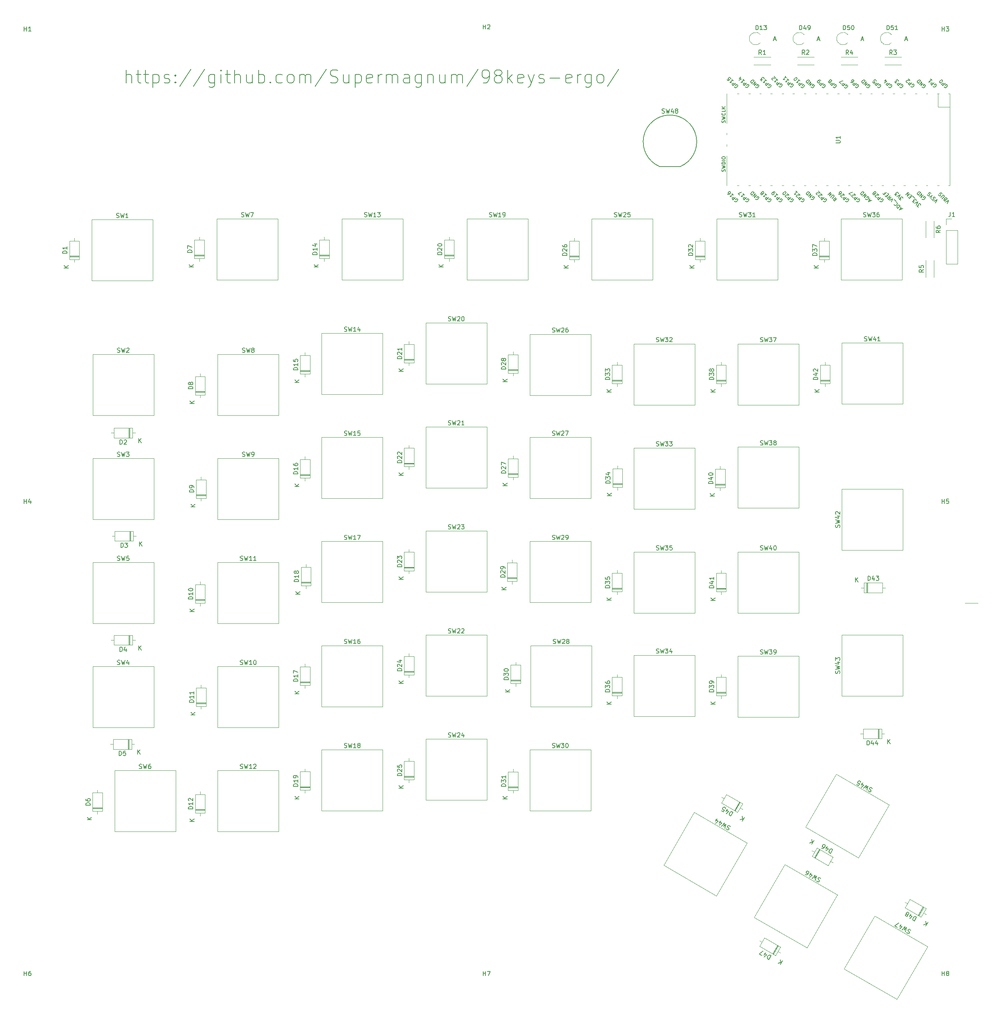
<source format=gbr>
%TF.GenerationSoftware,KiCad,Pcbnew,6.0.9-8da3e8f707~116~ubuntu20.04.1*%
%TF.CreationDate,2022-11-04T11:59:08+01:00*%
%TF.ProjectId,98keys-left,39386b65-7973-42d6-9c65-66742e6b6963,rev?*%
%TF.SameCoordinates,Original*%
%TF.FileFunction,Legend,Top*%
%TF.FilePolarity,Positive*%
%FSLAX46Y46*%
G04 Gerber Fmt 4.6, Leading zero omitted, Abs format (unit mm)*
G04 Created by KiCad (PCBNEW 6.0.9-8da3e8f707~116~ubuntu20.04.1) date 2022-11-04 11:59:08*
%MOMM*%
%LPD*%
G01*
G04 APERTURE LIST*
%ADD10C,0.120000*%
%ADD11C,0.150000*%
G04 APERTURE END LIST*
D10*
X245000000Y-177000000D02*
X242000000Y-177000000D01*
D11*
X50057142Y-58057142D02*
X50057142Y-55057142D01*
X51342857Y-58057142D02*
X51342857Y-56485714D01*
X51199999Y-56200000D01*
X50914285Y-56057142D01*
X50485714Y-56057142D01*
X50199999Y-56200000D01*
X50057142Y-56342857D01*
X52342857Y-56057142D02*
X53485714Y-56057142D01*
X52771428Y-55057142D02*
X52771428Y-57628571D01*
X52914285Y-57914285D01*
X53199999Y-58057142D01*
X53485714Y-58057142D01*
X54057142Y-56057142D02*
X55199999Y-56057142D01*
X54485714Y-55057142D02*
X54485714Y-57628571D01*
X54628571Y-57914285D01*
X54914285Y-58057142D01*
X55199999Y-58057142D01*
X56199999Y-56057142D02*
X56199999Y-59057142D01*
X56199999Y-56200000D02*
X56485714Y-56057142D01*
X57057142Y-56057142D01*
X57342857Y-56200000D01*
X57485714Y-56342857D01*
X57628571Y-56628571D01*
X57628571Y-57485714D01*
X57485714Y-57771428D01*
X57342857Y-57914285D01*
X57057142Y-58057142D01*
X56485714Y-58057142D01*
X56199999Y-57914285D01*
X58771428Y-57914285D02*
X59057142Y-58057142D01*
X59628571Y-58057142D01*
X59914285Y-57914285D01*
X60057142Y-57628571D01*
X60057142Y-57485714D01*
X59914285Y-57200000D01*
X59628571Y-57057142D01*
X59199999Y-57057142D01*
X58914285Y-56914285D01*
X58771428Y-56628571D01*
X58771428Y-56485714D01*
X58914285Y-56200000D01*
X59199999Y-56057142D01*
X59628571Y-56057142D01*
X59914285Y-56200000D01*
X61342857Y-57771428D02*
X61485714Y-57914285D01*
X61342857Y-58057142D01*
X61199999Y-57914285D01*
X61342857Y-57771428D01*
X61342857Y-58057142D01*
X61342857Y-56200000D02*
X61485714Y-56342857D01*
X61342857Y-56485714D01*
X61199999Y-56342857D01*
X61342857Y-56200000D01*
X61342857Y-56485714D01*
X64914285Y-54914285D02*
X62342857Y-58771428D01*
X68057142Y-54914285D02*
X65485714Y-58771428D01*
X70342857Y-56057142D02*
X70342857Y-58485714D01*
X70200000Y-58771428D01*
X70057142Y-58914285D01*
X69771428Y-59057142D01*
X69342857Y-59057142D01*
X69057142Y-58914285D01*
X70342857Y-57914285D02*
X70057142Y-58057142D01*
X69485714Y-58057142D01*
X69200000Y-57914285D01*
X69057142Y-57771428D01*
X68914285Y-57485714D01*
X68914285Y-56628571D01*
X69057142Y-56342857D01*
X69200000Y-56200000D01*
X69485714Y-56057142D01*
X70057142Y-56057142D01*
X70342857Y-56200000D01*
X71771428Y-58057142D02*
X71771428Y-56057142D01*
X71771428Y-55057142D02*
X71628571Y-55200000D01*
X71771428Y-55342857D01*
X71914285Y-55200000D01*
X71771428Y-55057142D01*
X71771428Y-55342857D01*
X72771428Y-56057142D02*
X73914285Y-56057142D01*
X73199999Y-55057142D02*
X73199999Y-57628571D01*
X73342857Y-57914285D01*
X73628571Y-58057142D01*
X73914285Y-58057142D01*
X74914285Y-58057142D02*
X74914285Y-55057142D01*
X76199999Y-58057142D02*
X76199999Y-56485714D01*
X76057142Y-56200000D01*
X75771428Y-56057142D01*
X75342857Y-56057142D01*
X75057142Y-56200000D01*
X74914285Y-56342857D01*
X78914285Y-56057142D02*
X78914285Y-58057142D01*
X77628571Y-56057142D02*
X77628571Y-57628571D01*
X77771428Y-57914285D01*
X78057142Y-58057142D01*
X78485714Y-58057142D01*
X78771428Y-57914285D01*
X78914285Y-57771428D01*
X80342857Y-58057142D02*
X80342857Y-55057142D01*
X80342857Y-56200000D02*
X80628571Y-56057142D01*
X81199999Y-56057142D01*
X81485714Y-56200000D01*
X81628571Y-56342857D01*
X81771428Y-56628571D01*
X81771428Y-57485714D01*
X81628571Y-57771428D01*
X81485714Y-57914285D01*
X81199999Y-58057142D01*
X80628571Y-58057142D01*
X80342857Y-57914285D01*
X83057142Y-57771428D02*
X83199999Y-57914285D01*
X83057142Y-58057142D01*
X82914285Y-57914285D01*
X83057142Y-57771428D01*
X83057142Y-58057142D01*
X85771428Y-57914285D02*
X85485714Y-58057142D01*
X84914285Y-58057142D01*
X84628571Y-57914285D01*
X84485714Y-57771428D01*
X84342857Y-57485714D01*
X84342857Y-56628571D01*
X84485714Y-56342857D01*
X84628571Y-56200000D01*
X84914285Y-56057142D01*
X85485714Y-56057142D01*
X85771428Y-56200000D01*
X87485714Y-58057142D02*
X87199999Y-57914285D01*
X87057142Y-57771428D01*
X86914285Y-57485714D01*
X86914285Y-56628571D01*
X87057142Y-56342857D01*
X87199999Y-56200000D01*
X87485714Y-56057142D01*
X87914285Y-56057142D01*
X88199999Y-56200000D01*
X88342857Y-56342857D01*
X88485714Y-56628571D01*
X88485714Y-57485714D01*
X88342857Y-57771428D01*
X88199999Y-57914285D01*
X87914285Y-58057142D01*
X87485714Y-58057142D01*
X89771428Y-58057142D02*
X89771428Y-56057142D01*
X89771428Y-56342857D02*
X89914285Y-56200000D01*
X90199999Y-56057142D01*
X90628571Y-56057142D01*
X90914285Y-56200000D01*
X91057142Y-56485714D01*
X91057142Y-58057142D01*
X91057142Y-56485714D02*
X91199999Y-56200000D01*
X91485714Y-56057142D01*
X91914285Y-56057142D01*
X92199999Y-56200000D01*
X92342857Y-56485714D01*
X92342857Y-58057142D01*
X95914285Y-54914285D02*
X93342857Y-58771428D01*
X96771428Y-57914285D02*
X97199999Y-58057142D01*
X97914285Y-58057142D01*
X98199999Y-57914285D01*
X98342857Y-57771428D01*
X98485714Y-57485714D01*
X98485714Y-57200000D01*
X98342857Y-56914285D01*
X98199999Y-56771428D01*
X97914285Y-56628571D01*
X97342857Y-56485714D01*
X97057142Y-56342857D01*
X96914285Y-56200000D01*
X96771428Y-55914285D01*
X96771428Y-55628571D01*
X96914285Y-55342857D01*
X97057142Y-55200000D01*
X97342857Y-55057142D01*
X98057142Y-55057142D01*
X98485714Y-55200000D01*
X101057142Y-56057142D02*
X101057142Y-58057142D01*
X99771428Y-56057142D02*
X99771428Y-57628571D01*
X99914285Y-57914285D01*
X100199999Y-58057142D01*
X100628571Y-58057142D01*
X100914285Y-57914285D01*
X101057142Y-57771428D01*
X102485714Y-56057142D02*
X102485714Y-59057142D01*
X102485714Y-56200000D02*
X102771428Y-56057142D01*
X103342857Y-56057142D01*
X103628571Y-56200000D01*
X103771428Y-56342857D01*
X103914285Y-56628571D01*
X103914285Y-57485714D01*
X103771428Y-57771428D01*
X103628571Y-57914285D01*
X103342857Y-58057142D01*
X102771428Y-58057142D01*
X102485714Y-57914285D01*
X106342857Y-57914285D02*
X106057142Y-58057142D01*
X105485714Y-58057142D01*
X105200000Y-57914285D01*
X105057142Y-57628571D01*
X105057142Y-56485714D01*
X105200000Y-56200000D01*
X105485714Y-56057142D01*
X106057142Y-56057142D01*
X106342857Y-56200000D01*
X106485714Y-56485714D01*
X106485714Y-56771428D01*
X105057142Y-57057142D01*
X107771428Y-58057142D02*
X107771428Y-56057142D01*
X107771428Y-56628571D02*
X107914285Y-56342857D01*
X108057142Y-56200000D01*
X108342857Y-56057142D01*
X108628571Y-56057142D01*
X109628571Y-58057142D02*
X109628571Y-56057142D01*
X109628571Y-56342857D02*
X109771428Y-56200000D01*
X110057142Y-56057142D01*
X110485714Y-56057142D01*
X110771428Y-56200000D01*
X110914285Y-56485714D01*
X110914285Y-58057142D01*
X110914285Y-56485714D02*
X111057142Y-56200000D01*
X111342857Y-56057142D01*
X111771428Y-56057142D01*
X112057142Y-56200000D01*
X112200000Y-56485714D01*
X112200000Y-58057142D01*
X114914285Y-58057142D02*
X114914285Y-56485714D01*
X114771428Y-56200000D01*
X114485714Y-56057142D01*
X113914285Y-56057142D01*
X113628571Y-56200000D01*
X114914285Y-57914285D02*
X114628571Y-58057142D01*
X113914285Y-58057142D01*
X113628571Y-57914285D01*
X113485714Y-57628571D01*
X113485714Y-57342857D01*
X113628571Y-57057142D01*
X113914285Y-56914285D01*
X114628571Y-56914285D01*
X114914285Y-56771428D01*
X117628571Y-56057142D02*
X117628571Y-58485714D01*
X117485714Y-58771428D01*
X117342857Y-58914285D01*
X117057142Y-59057142D01*
X116628571Y-59057142D01*
X116342857Y-58914285D01*
X117628571Y-57914285D02*
X117342857Y-58057142D01*
X116771428Y-58057142D01*
X116485714Y-57914285D01*
X116342857Y-57771428D01*
X116200000Y-57485714D01*
X116200000Y-56628571D01*
X116342857Y-56342857D01*
X116485714Y-56200000D01*
X116771428Y-56057142D01*
X117342857Y-56057142D01*
X117628571Y-56200000D01*
X119057142Y-56057142D02*
X119057142Y-58057142D01*
X119057142Y-56342857D02*
X119199999Y-56200000D01*
X119485714Y-56057142D01*
X119914285Y-56057142D01*
X120199999Y-56200000D01*
X120342857Y-56485714D01*
X120342857Y-58057142D01*
X123057142Y-56057142D02*
X123057142Y-58057142D01*
X121771428Y-56057142D02*
X121771428Y-57628571D01*
X121914285Y-57914285D01*
X122200000Y-58057142D01*
X122628571Y-58057142D01*
X122914285Y-57914285D01*
X123057142Y-57771428D01*
X124485714Y-58057142D02*
X124485714Y-56057142D01*
X124485714Y-56342857D02*
X124628571Y-56200000D01*
X124914285Y-56057142D01*
X125342857Y-56057142D01*
X125628571Y-56200000D01*
X125771428Y-56485714D01*
X125771428Y-58057142D01*
X125771428Y-56485714D02*
X125914285Y-56200000D01*
X126200000Y-56057142D01*
X126628571Y-56057142D01*
X126914285Y-56200000D01*
X127057142Y-56485714D01*
X127057142Y-58057142D01*
X130628571Y-54914285D02*
X128057142Y-58771428D01*
X131771428Y-58057142D02*
X132342857Y-58057142D01*
X132628571Y-57914285D01*
X132771428Y-57771428D01*
X133057142Y-57342857D01*
X133200000Y-56771428D01*
X133200000Y-55628571D01*
X133057142Y-55342857D01*
X132914285Y-55200000D01*
X132628571Y-55057142D01*
X132057142Y-55057142D01*
X131771428Y-55200000D01*
X131628571Y-55342857D01*
X131485714Y-55628571D01*
X131485714Y-56342857D01*
X131628571Y-56628571D01*
X131771428Y-56771428D01*
X132057142Y-56914285D01*
X132628571Y-56914285D01*
X132914285Y-56771428D01*
X133057142Y-56628571D01*
X133200000Y-56342857D01*
X134914285Y-56342857D02*
X134628571Y-56200000D01*
X134485714Y-56057142D01*
X134342857Y-55771428D01*
X134342857Y-55628571D01*
X134485714Y-55342857D01*
X134628571Y-55200000D01*
X134914285Y-55057142D01*
X135485714Y-55057142D01*
X135771428Y-55200000D01*
X135914285Y-55342857D01*
X136057142Y-55628571D01*
X136057142Y-55771428D01*
X135914285Y-56057142D01*
X135771428Y-56200000D01*
X135485714Y-56342857D01*
X134914285Y-56342857D01*
X134628571Y-56485714D01*
X134485714Y-56628571D01*
X134342857Y-56914285D01*
X134342857Y-57485714D01*
X134485714Y-57771428D01*
X134628571Y-57914285D01*
X134914285Y-58057142D01*
X135485714Y-58057142D01*
X135771428Y-57914285D01*
X135914285Y-57771428D01*
X136057142Y-57485714D01*
X136057142Y-56914285D01*
X135914285Y-56628571D01*
X135771428Y-56485714D01*
X135485714Y-56342857D01*
X137342857Y-58057142D02*
X137342857Y-55057142D01*
X137628571Y-56914285D02*
X138485714Y-58057142D01*
X138485714Y-56057142D02*
X137342857Y-57200000D01*
X140914285Y-57914285D02*
X140628571Y-58057142D01*
X140057142Y-58057142D01*
X139771428Y-57914285D01*
X139628571Y-57628571D01*
X139628571Y-56485714D01*
X139771428Y-56200000D01*
X140057142Y-56057142D01*
X140628571Y-56057142D01*
X140914285Y-56200000D01*
X141057142Y-56485714D01*
X141057142Y-56771428D01*
X139628571Y-57057142D01*
X142057142Y-56057142D02*
X142771428Y-58057142D01*
X143485714Y-56057142D02*
X142771428Y-58057142D01*
X142485714Y-58771428D01*
X142342857Y-58914285D01*
X142057142Y-59057142D01*
X144485714Y-57914285D02*
X144771428Y-58057142D01*
X145342857Y-58057142D01*
X145628571Y-57914285D01*
X145771428Y-57628571D01*
X145771428Y-57485714D01*
X145628571Y-57200000D01*
X145342857Y-57057142D01*
X144914285Y-57057142D01*
X144628571Y-56914285D01*
X144485714Y-56628571D01*
X144485714Y-56485714D01*
X144628571Y-56200000D01*
X144914285Y-56057142D01*
X145342857Y-56057142D01*
X145628571Y-56200000D01*
X147057142Y-56914285D02*
X149342857Y-56914285D01*
X151914285Y-57914285D02*
X151628571Y-58057142D01*
X151057142Y-58057142D01*
X150771428Y-57914285D01*
X150628571Y-57628571D01*
X150628571Y-56485714D01*
X150771428Y-56200000D01*
X151057142Y-56057142D01*
X151628571Y-56057142D01*
X151914285Y-56200000D01*
X152057142Y-56485714D01*
X152057142Y-56771428D01*
X150628571Y-57057142D01*
X153342857Y-58057142D02*
X153342857Y-56057142D01*
X153342857Y-56628571D02*
X153485714Y-56342857D01*
X153628571Y-56200000D01*
X153914285Y-56057142D01*
X154200000Y-56057142D01*
X156485714Y-56057142D02*
X156485714Y-58485714D01*
X156342857Y-58771428D01*
X156200000Y-58914285D01*
X155914285Y-59057142D01*
X155485714Y-59057142D01*
X155200000Y-58914285D01*
X156485714Y-57914285D02*
X156200000Y-58057142D01*
X155628571Y-58057142D01*
X155342857Y-57914285D01*
X155200000Y-57771428D01*
X155057142Y-57485714D01*
X155057142Y-56628571D01*
X155200000Y-56342857D01*
X155342857Y-56200000D01*
X155628571Y-56057142D01*
X156200000Y-56057142D01*
X156485714Y-56200000D01*
X158342857Y-58057142D02*
X158057142Y-57914285D01*
X157914285Y-57771428D01*
X157771428Y-57485714D01*
X157771428Y-56628571D01*
X157914285Y-56342857D01*
X158057142Y-56200000D01*
X158342857Y-56057142D01*
X158771428Y-56057142D01*
X159057142Y-56200000D01*
X159200000Y-56342857D01*
X159342857Y-56628571D01*
X159342857Y-57485714D01*
X159200000Y-57771428D01*
X159057142Y-57914285D01*
X158771428Y-58057142D01*
X158342857Y-58057142D01*
X162771428Y-54914285D02*
X160200000Y-58771428D01*
%TO.C,D1*%
X36532380Y-97008095D02*
X35532380Y-97008095D01*
X35532380Y-96770000D01*
X35580000Y-96627142D01*
X35675238Y-96531904D01*
X35770476Y-96484285D01*
X35960952Y-96436666D01*
X36103809Y-96436666D01*
X36294285Y-96484285D01*
X36389523Y-96531904D01*
X36484761Y-96627142D01*
X36532380Y-96770000D01*
X36532380Y-97008095D01*
X36532380Y-95484285D02*
X36532380Y-96055714D01*
X36532380Y-95770000D02*
X35532380Y-95770000D01*
X35675238Y-95865238D01*
X35770476Y-95960476D01*
X35818095Y-96055714D01*
X36852380Y-100341904D02*
X35852380Y-100341904D01*
X36852380Y-99770476D02*
X36280952Y-100199047D01*
X35852380Y-99770476D02*
X36423809Y-100341904D01*
%TO.C,D2*%
X48651904Y-140652380D02*
X48651904Y-139652380D01*
X48890000Y-139652380D01*
X49032857Y-139700000D01*
X49128095Y-139795238D01*
X49175714Y-139890476D01*
X49223333Y-140080952D01*
X49223333Y-140223809D01*
X49175714Y-140414285D01*
X49128095Y-140509523D01*
X49032857Y-140604761D01*
X48890000Y-140652380D01*
X48651904Y-140652380D01*
X49604285Y-139747619D02*
X49651904Y-139700000D01*
X49747142Y-139652380D01*
X49985238Y-139652380D01*
X50080476Y-139700000D01*
X50128095Y-139747619D01*
X50175714Y-139842857D01*
X50175714Y-139938095D01*
X50128095Y-140080952D01*
X49556666Y-140652380D01*
X50175714Y-140652380D01*
X52938095Y-140332380D02*
X52938095Y-139332380D01*
X53509523Y-140332380D02*
X53080952Y-139760952D01*
X53509523Y-139332380D02*
X52938095Y-139903809D01*
%TO.C,D3*%
X48851904Y-164252380D02*
X48851904Y-163252380D01*
X49090000Y-163252380D01*
X49232857Y-163300000D01*
X49328095Y-163395238D01*
X49375714Y-163490476D01*
X49423333Y-163680952D01*
X49423333Y-163823809D01*
X49375714Y-164014285D01*
X49328095Y-164109523D01*
X49232857Y-164204761D01*
X49090000Y-164252380D01*
X48851904Y-164252380D01*
X49756666Y-163252380D02*
X50375714Y-163252380D01*
X50042380Y-163633333D01*
X50185238Y-163633333D01*
X50280476Y-163680952D01*
X50328095Y-163728571D01*
X50375714Y-163823809D01*
X50375714Y-164061904D01*
X50328095Y-164157142D01*
X50280476Y-164204761D01*
X50185238Y-164252380D01*
X49899523Y-164252380D01*
X49804285Y-164204761D01*
X49756666Y-164157142D01*
X53138095Y-163932380D02*
X53138095Y-162932380D01*
X53709523Y-163932380D02*
X53280952Y-163360952D01*
X53709523Y-162932380D02*
X53138095Y-163503809D01*
%TO.C,D4*%
X48651904Y-188052380D02*
X48651904Y-187052380D01*
X48890000Y-187052380D01*
X49032857Y-187100000D01*
X49128095Y-187195238D01*
X49175714Y-187290476D01*
X49223333Y-187480952D01*
X49223333Y-187623809D01*
X49175714Y-187814285D01*
X49128095Y-187909523D01*
X49032857Y-188004761D01*
X48890000Y-188052380D01*
X48651904Y-188052380D01*
X50080476Y-187385714D02*
X50080476Y-188052380D01*
X49842380Y-187004761D02*
X49604285Y-187719047D01*
X50223333Y-187719047D01*
X52938095Y-187732380D02*
X52938095Y-186732380D01*
X53509523Y-187732380D02*
X53080952Y-187160952D01*
X53509523Y-186732380D02*
X52938095Y-187303809D01*
%TO.C,D5*%
X48451904Y-211852380D02*
X48451904Y-210852380D01*
X48690000Y-210852380D01*
X48832857Y-210900000D01*
X48928095Y-210995238D01*
X48975714Y-211090476D01*
X49023333Y-211280952D01*
X49023333Y-211423809D01*
X48975714Y-211614285D01*
X48928095Y-211709523D01*
X48832857Y-211804761D01*
X48690000Y-211852380D01*
X48451904Y-211852380D01*
X49928095Y-210852380D02*
X49451904Y-210852380D01*
X49404285Y-211328571D01*
X49451904Y-211280952D01*
X49547142Y-211233333D01*
X49785238Y-211233333D01*
X49880476Y-211280952D01*
X49928095Y-211328571D01*
X49975714Y-211423809D01*
X49975714Y-211661904D01*
X49928095Y-211757142D01*
X49880476Y-211804761D01*
X49785238Y-211852380D01*
X49547142Y-211852380D01*
X49451904Y-211804761D01*
X49404285Y-211757142D01*
X52738095Y-211532380D02*
X52738095Y-210532380D01*
X53309523Y-211532380D02*
X52880952Y-210960952D01*
X53309523Y-210532380D02*
X52738095Y-211103809D01*
%TO.C,D6*%
X41832380Y-223228095D02*
X40832380Y-223228095D01*
X40832380Y-222990000D01*
X40880000Y-222847142D01*
X40975238Y-222751904D01*
X41070476Y-222704285D01*
X41260952Y-222656666D01*
X41403809Y-222656666D01*
X41594285Y-222704285D01*
X41689523Y-222751904D01*
X41784761Y-222847142D01*
X41832380Y-222990000D01*
X41832380Y-223228095D01*
X40832380Y-221799523D02*
X40832380Y-221990000D01*
X40880000Y-222085238D01*
X40927619Y-222132857D01*
X41070476Y-222228095D01*
X41260952Y-222275714D01*
X41641904Y-222275714D01*
X41737142Y-222228095D01*
X41784761Y-222180476D01*
X41832380Y-222085238D01*
X41832380Y-221894761D01*
X41784761Y-221799523D01*
X41737142Y-221751904D01*
X41641904Y-221704285D01*
X41403809Y-221704285D01*
X41308571Y-221751904D01*
X41260952Y-221799523D01*
X41213333Y-221894761D01*
X41213333Y-222085238D01*
X41260952Y-222180476D01*
X41308571Y-222228095D01*
X41403809Y-222275714D01*
X42152380Y-226561904D02*
X41152380Y-226561904D01*
X42152380Y-225990476D02*
X41580952Y-226419047D01*
X41152380Y-225990476D02*
X41723809Y-226561904D01*
%TO.C,D7*%
X65132380Y-96808095D02*
X64132380Y-96808095D01*
X64132380Y-96570000D01*
X64180000Y-96427142D01*
X64275238Y-96331904D01*
X64370476Y-96284285D01*
X64560952Y-96236666D01*
X64703809Y-96236666D01*
X64894285Y-96284285D01*
X64989523Y-96331904D01*
X65084761Y-96427142D01*
X65132380Y-96570000D01*
X65132380Y-96808095D01*
X64132380Y-95903333D02*
X64132380Y-95236666D01*
X65132380Y-95665238D01*
X65452380Y-100141904D02*
X64452380Y-100141904D01*
X65452380Y-99570476D02*
X64880952Y-99999047D01*
X64452380Y-99570476D02*
X65023809Y-100141904D01*
%TO.C,D8*%
X65332380Y-128008095D02*
X64332380Y-128008095D01*
X64332380Y-127770000D01*
X64380000Y-127627142D01*
X64475238Y-127531904D01*
X64570476Y-127484285D01*
X64760952Y-127436666D01*
X64903809Y-127436666D01*
X65094285Y-127484285D01*
X65189523Y-127531904D01*
X65284761Y-127627142D01*
X65332380Y-127770000D01*
X65332380Y-128008095D01*
X64760952Y-126865238D02*
X64713333Y-126960476D01*
X64665714Y-127008095D01*
X64570476Y-127055714D01*
X64522857Y-127055714D01*
X64427619Y-127008095D01*
X64380000Y-126960476D01*
X64332380Y-126865238D01*
X64332380Y-126674761D01*
X64380000Y-126579523D01*
X64427619Y-126531904D01*
X64522857Y-126484285D01*
X64570476Y-126484285D01*
X64665714Y-126531904D01*
X64713333Y-126579523D01*
X64760952Y-126674761D01*
X64760952Y-126865238D01*
X64808571Y-126960476D01*
X64856190Y-127008095D01*
X64951428Y-127055714D01*
X65141904Y-127055714D01*
X65237142Y-127008095D01*
X65284761Y-126960476D01*
X65332380Y-126865238D01*
X65332380Y-126674761D01*
X65284761Y-126579523D01*
X65237142Y-126531904D01*
X65141904Y-126484285D01*
X64951428Y-126484285D01*
X64856190Y-126531904D01*
X64808571Y-126579523D01*
X64760952Y-126674761D01*
X65652380Y-131341904D02*
X64652380Y-131341904D01*
X65652380Y-130770476D02*
X65080952Y-131199047D01*
X64652380Y-130770476D02*
X65223809Y-131341904D01*
%TO.C,D9*%
X65532380Y-151628095D02*
X64532380Y-151628095D01*
X64532380Y-151390000D01*
X64580000Y-151247142D01*
X64675238Y-151151904D01*
X64770476Y-151104285D01*
X64960952Y-151056666D01*
X65103809Y-151056666D01*
X65294285Y-151104285D01*
X65389523Y-151151904D01*
X65484761Y-151247142D01*
X65532380Y-151390000D01*
X65532380Y-151628095D01*
X65532380Y-150580476D02*
X65532380Y-150390000D01*
X65484761Y-150294761D01*
X65437142Y-150247142D01*
X65294285Y-150151904D01*
X65103809Y-150104285D01*
X64722857Y-150104285D01*
X64627619Y-150151904D01*
X64580000Y-150199523D01*
X64532380Y-150294761D01*
X64532380Y-150485238D01*
X64580000Y-150580476D01*
X64627619Y-150628095D01*
X64722857Y-150675714D01*
X64960952Y-150675714D01*
X65056190Y-150628095D01*
X65103809Y-150580476D01*
X65151428Y-150485238D01*
X65151428Y-150294761D01*
X65103809Y-150199523D01*
X65056190Y-150151904D01*
X64960952Y-150104285D01*
X65852380Y-154961904D02*
X64852380Y-154961904D01*
X65852380Y-154390476D02*
X65280952Y-154819047D01*
X64852380Y-154390476D02*
X65423809Y-154961904D01*
%TO.C,D10*%
X65332380Y-176084285D02*
X64332380Y-176084285D01*
X64332380Y-175846190D01*
X64380000Y-175703333D01*
X64475238Y-175608095D01*
X64570476Y-175560476D01*
X64760952Y-175512857D01*
X64903809Y-175512857D01*
X65094285Y-175560476D01*
X65189523Y-175608095D01*
X65284761Y-175703333D01*
X65332380Y-175846190D01*
X65332380Y-176084285D01*
X65332380Y-174560476D02*
X65332380Y-175131904D01*
X65332380Y-174846190D02*
X64332380Y-174846190D01*
X64475238Y-174941428D01*
X64570476Y-175036666D01*
X64618095Y-175131904D01*
X64332380Y-173941428D02*
X64332380Y-173846190D01*
X64380000Y-173750952D01*
X64427619Y-173703333D01*
X64522857Y-173655714D01*
X64713333Y-173608095D01*
X64951428Y-173608095D01*
X65141904Y-173655714D01*
X65237142Y-173703333D01*
X65284761Y-173750952D01*
X65332380Y-173846190D01*
X65332380Y-173941428D01*
X65284761Y-174036666D01*
X65237142Y-174084285D01*
X65141904Y-174131904D01*
X64951428Y-174179523D01*
X64713333Y-174179523D01*
X64522857Y-174131904D01*
X64427619Y-174084285D01*
X64380000Y-174036666D01*
X64332380Y-173941428D01*
X65652380Y-178941904D02*
X64652380Y-178941904D01*
X65652380Y-178370476D02*
X65080952Y-178799047D01*
X64652380Y-178370476D02*
X65223809Y-178941904D01*
%TO.C,D11*%
X65532380Y-199684285D02*
X64532380Y-199684285D01*
X64532380Y-199446190D01*
X64580000Y-199303333D01*
X64675238Y-199208095D01*
X64770476Y-199160476D01*
X64960952Y-199112857D01*
X65103809Y-199112857D01*
X65294285Y-199160476D01*
X65389523Y-199208095D01*
X65484761Y-199303333D01*
X65532380Y-199446190D01*
X65532380Y-199684285D01*
X65532380Y-198160476D02*
X65532380Y-198731904D01*
X65532380Y-198446190D02*
X64532380Y-198446190D01*
X64675238Y-198541428D01*
X64770476Y-198636666D01*
X64818095Y-198731904D01*
X65532380Y-197208095D02*
X65532380Y-197779523D01*
X65532380Y-197493809D02*
X64532380Y-197493809D01*
X64675238Y-197589047D01*
X64770476Y-197684285D01*
X64818095Y-197779523D01*
X65852380Y-202541904D02*
X64852380Y-202541904D01*
X65852380Y-201970476D02*
X65280952Y-202399047D01*
X64852380Y-201970476D02*
X65423809Y-202541904D01*
%TO.C,D12*%
X65332380Y-224084285D02*
X64332380Y-224084285D01*
X64332380Y-223846190D01*
X64380000Y-223703333D01*
X64475238Y-223608095D01*
X64570476Y-223560476D01*
X64760952Y-223512857D01*
X64903809Y-223512857D01*
X65094285Y-223560476D01*
X65189523Y-223608095D01*
X65284761Y-223703333D01*
X65332380Y-223846190D01*
X65332380Y-224084285D01*
X65332380Y-222560476D02*
X65332380Y-223131904D01*
X65332380Y-222846190D02*
X64332380Y-222846190D01*
X64475238Y-222941428D01*
X64570476Y-223036666D01*
X64618095Y-223131904D01*
X64427619Y-222179523D02*
X64380000Y-222131904D01*
X64332380Y-222036666D01*
X64332380Y-221798571D01*
X64380000Y-221703333D01*
X64427619Y-221655714D01*
X64522857Y-221608095D01*
X64618095Y-221608095D01*
X64760952Y-221655714D01*
X65332380Y-222227142D01*
X65332380Y-221608095D01*
X65652380Y-226941904D02*
X64652380Y-226941904D01*
X65652380Y-226370476D02*
X65080952Y-226799047D01*
X64652380Y-226370476D02*
X65223809Y-226941904D01*
%TO.C,D14*%
X93732380Y-97284285D02*
X92732380Y-97284285D01*
X92732380Y-97046190D01*
X92780000Y-96903333D01*
X92875238Y-96808095D01*
X92970476Y-96760476D01*
X93160952Y-96712857D01*
X93303809Y-96712857D01*
X93494285Y-96760476D01*
X93589523Y-96808095D01*
X93684761Y-96903333D01*
X93732380Y-97046190D01*
X93732380Y-97284285D01*
X93732380Y-95760476D02*
X93732380Y-96331904D01*
X93732380Y-96046190D02*
X92732380Y-96046190D01*
X92875238Y-96141428D01*
X92970476Y-96236666D01*
X93018095Y-96331904D01*
X93065714Y-94903333D02*
X93732380Y-94903333D01*
X92684761Y-95141428D02*
X93399047Y-95379523D01*
X93399047Y-94760476D01*
X94052380Y-100141904D02*
X93052380Y-100141904D01*
X94052380Y-99570476D02*
X93480952Y-99999047D01*
X93052380Y-99570476D02*
X93623809Y-100141904D01*
%TO.C,D15*%
X89332380Y-123684285D02*
X88332380Y-123684285D01*
X88332380Y-123446190D01*
X88380000Y-123303333D01*
X88475238Y-123208095D01*
X88570476Y-123160476D01*
X88760952Y-123112857D01*
X88903809Y-123112857D01*
X89094285Y-123160476D01*
X89189523Y-123208095D01*
X89284761Y-123303333D01*
X89332380Y-123446190D01*
X89332380Y-123684285D01*
X89332380Y-122160476D02*
X89332380Y-122731904D01*
X89332380Y-122446190D02*
X88332380Y-122446190D01*
X88475238Y-122541428D01*
X88570476Y-122636666D01*
X88618095Y-122731904D01*
X88332380Y-121255714D02*
X88332380Y-121731904D01*
X88808571Y-121779523D01*
X88760952Y-121731904D01*
X88713333Y-121636666D01*
X88713333Y-121398571D01*
X88760952Y-121303333D01*
X88808571Y-121255714D01*
X88903809Y-121208095D01*
X89141904Y-121208095D01*
X89237142Y-121255714D01*
X89284761Y-121303333D01*
X89332380Y-121398571D01*
X89332380Y-121636666D01*
X89284761Y-121731904D01*
X89237142Y-121779523D01*
X89652380Y-126541904D02*
X88652380Y-126541904D01*
X89652380Y-125970476D02*
X89080952Y-126399047D01*
X88652380Y-125970476D02*
X89223809Y-126541904D01*
%TO.C,D16*%
X89332380Y-147484285D02*
X88332380Y-147484285D01*
X88332380Y-147246190D01*
X88380000Y-147103333D01*
X88475238Y-147008095D01*
X88570476Y-146960476D01*
X88760952Y-146912857D01*
X88903809Y-146912857D01*
X89094285Y-146960476D01*
X89189523Y-147008095D01*
X89284761Y-147103333D01*
X89332380Y-147246190D01*
X89332380Y-147484285D01*
X89332380Y-145960476D02*
X89332380Y-146531904D01*
X89332380Y-146246190D02*
X88332380Y-146246190D01*
X88475238Y-146341428D01*
X88570476Y-146436666D01*
X88618095Y-146531904D01*
X88332380Y-145103333D02*
X88332380Y-145293809D01*
X88380000Y-145389047D01*
X88427619Y-145436666D01*
X88570476Y-145531904D01*
X88760952Y-145579523D01*
X89141904Y-145579523D01*
X89237142Y-145531904D01*
X89284761Y-145484285D01*
X89332380Y-145389047D01*
X89332380Y-145198571D01*
X89284761Y-145103333D01*
X89237142Y-145055714D01*
X89141904Y-145008095D01*
X88903809Y-145008095D01*
X88808571Y-145055714D01*
X88760952Y-145103333D01*
X88713333Y-145198571D01*
X88713333Y-145389047D01*
X88760952Y-145484285D01*
X88808571Y-145531904D01*
X88903809Y-145579523D01*
X89652380Y-150341904D02*
X88652380Y-150341904D01*
X89652380Y-149770476D02*
X89080952Y-150199047D01*
X88652380Y-149770476D02*
X89223809Y-150341904D01*
%TO.C,D17*%
X89332380Y-194884285D02*
X88332380Y-194884285D01*
X88332380Y-194646190D01*
X88380000Y-194503333D01*
X88475238Y-194408095D01*
X88570476Y-194360476D01*
X88760952Y-194312857D01*
X88903809Y-194312857D01*
X89094285Y-194360476D01*
X89189523Y-194408095D01*
X89284761Y-194503333D01*
X89332380Y-194646190D01*
X89332380Y-194884285D01*
X89332380Y-193360476D02*
X89332380Y-193931904D01*
X89332380Y-193646190D02*
X88332380Y-193646190D01*
X88475238Y-193741428D01*
X88570476Y-193836666D01*
X88618095Y-193931904D01*
X88332380Y-193027142D02*
X88332380Y-192360476D01*
X89332380Y-192789047D01*
X89652380Y-197741904D02*
X88652380Y-197741904D01*
X89652380Y-197170476D02*
X89080952Y-197599047D01*
X88652380Y-197170476D02*
X89223809Y-197741904D01*
%TO.C,D18*%
X89532380Y-172104285D02*
X88532380Y-172104285D01*
X88532380Y-171866190D01*
X88580000Y-171723333D01*
X88675238Y-171628095D01*
X88770476Y-171580476D01*
X88960952Y-171532857D01*
X89103809Y-171532857D01*
X89294285Y-171580476D01*
X89389523Y-171628095D01*
X89484761Y-171723333D01*
X89532380Y-171866190D01*
X89532380Y-172104285D01*
X89532380Y-170580476D02*
X89532380Y-171151904D01*
X89532380Y-170866190D02*
X88532380Y-170866190D01*
X88675238Y-170961428D01*
X88770476Y-171056666D01*
X88818095Y-171151904D01*
X88960952Y-170009047D02*
X88913333Y-170104285D01*
X88865714Y-170151904D01*
X88770476Y-170199523D01*
X88722857Y-170199523D01*
X88627619Y-170151904D01*
X88580000Y-170104285D01*
X88532380Y-170009047D01*
X88532380Y-169818571D01*
X88580000Y-169723333D01*
X88627619Y-169675714D01*
X88722857Y-169628095D01*
X88770476Y-169628095D01*
X88865714Y-169675714D01*
X88913333Y-169723333D01*
X88960952Y-169818571D01*
X88960952Y-170009047D01*
X89008571Y-170104285D01*
X89056190Y-170151904D01*
X89151428Y-170199523D01*
X89341904Y-170199523D01*
X89437142Y-170151904D01*
X89484761Y-170104285D01*
X89532380Y-170009047D01*
X89532380Y-169818571D01*
X89484761Y-169723333D01*
X89437142Y-169675714D01*
X89341904Y-169628095D01*
X89151428Y-169628095D01*
X89056190Y-169675714D01*
X89008571Y-169723333D01*
X88960952Y-169818571D01*
X89852380Y-174961904D02*
X88852380Y-174961904D01*
X89852380Y-174390476D02*
X89280952Y-174819047D01*
X88852380Y-174390476D02*
X89423809Y-174961904D01*
%TO.C,D19*%
X89332380Y-218884285D02*
X88332380Y-218884285D01*
X88332380Y-218646190D01*
X88380000Y-218503333D01*
X88475238Y-218408095D01*
X88570476Y-218360476D01*
X88760952Y-218312857D01*
X88903809Y-218312857D01*
X89094285Y-218360476D01*
X89189523Y-218408095D01*
X89284761Y-218503333D01*
X89332380Y-218646190D01*
X89332380Y-218884285D01*
X89332380Y-217360476D02*
X89332380Y-217931904D01*
X89332380Y-217646190D02*
X88332380Y-217646190D01*
X88475238Y-217741428D01*
X88570476Y-217836666D01*
X88618095Y-217931904D01*
X89332380Y-216884285D02*
X89332380Y-216693809D01*
X89284761Y-216598571D01*
X89237142Y-216550952D01*
X89094285Y-216455714D01*
X88903809Y-216408095D01*
X88522857Y-216408095D01*
X88427619Y-216455714D01*
X88380000Y-216503333D01*
X88332380Y-216598571D01*
X88332380Y-216789047D01*
X88380000Y-216884285D01*
X88427619Y-216931904D01*
X88522857Y-216979523D01*
X88760952Y-216979523D01*
X88856190Y-216931904D01*
X88903809Y-216884285D01*
X88951428Y-216789047D01*
X88951428Y-216598571D01*
X88903809Y-216503333D01*
X88856190Y-216455714D01*
X88760952Y-216408095D01*
X89652380Y-221741904D02*
X88652380Y-221741904D01*
X89652380Y-221170476D02*
X89080952Y-221599047D01*
X88652380Y-221170476D02*
X89223809Y-221741904D01*
%TO.C,D20*%
X122332380Y-97284285D02*
X121332380Y-97284285D01*
X121332380Y-97046190D01*
X121380000Y-96903333D01*
X121475238Y-96808095D01*
X121570476Y-96760476D01*
X121760952Y-96712857D01*
X121903809Y-96712857D01*
X122094285Y-96760476D01*
X122189523Y-96808095D01*
X122284761Y-96903333D01*
X122332380Y-97046190D01*
X122332380Y-97284285D01*
X121427619Y-96331904D02*
X121380000Y-96284285D01*
X121332380Y-96189047D01*
X121332380Y-95950952D01*
X121380000Y-95855714D01*
X121427619Y-95808095D01*
X121522857Y-95760476D01*
X121618095Y-95760476D01*
X121760952Y-95808095D01*
X122332380Y-96379523D01*
X122332380Y-95760476D01*
X121332380Y-95141428D02*
X121332380Y-95046190D01*
X121380000Y-94950952D01*
X121427619Y-94903333D01*
X121522857Y-94855714D01*
X121713333Y-94808095D01*
X121951428Y-94808095D01*
X122141904Y-94855714D01*
X122237142Y-94903333D01*
X122284761Y-94950952D01*
X122332380Y-95046190D01*
X122332380Y-95141428D01*
X122284761Y-95236666D01*
X122237142Y-95284285D01*
X122141904Y-95331904D01*
X121951428Y-95379523D01*
X121713333Y-95379523D01*
X121522857Y-95331904D01*
X121427619Y-95284285D01*
X121380000Y-95236666D01*
X121332380Y-95141428D01*
X122652380Y-100141904D02*
X121652380Y-100141904D01*
X122652380Y-99570476D02*
X122080952Y-99999047D01*
X121652380Y-99570476D02*
X122223809Y-100141904D01*
%TO.C,D21*%
X113132380Y-121104285D02*
X112132380Y-121104285D01*
X112132380Y-120866190D01*
X112180000Y-120723333D01*
X112275238Y-120628095D01*
X112370476Y-120580476D01*
X112560952Y-120532857D01*
X112703809Y-120532857D01*
X112894285Y-120580476D01*
X112989523Y-120628095D01*
X113084761Y-120723333D01*
X113132380Y-120866190D01*
X113132380Y-121104285D01*
X112227619Y-120151904D02*
X112180000Y-120104285D01*
X112132380Y-120009047D01*
X112132380Y-119770952D01*
X112180000Y-119675714D01*
X112227619Y-119628095D01*
X112322857Y-119580476D01*
X112418095Y-119580476D01*
X112560952Y-119628095D01*
X113132380Y-120199523D01*
X113132380Y-119580476D01*
X113132380Y-118628095D02*
X113132380Y-119199523D01*
X113132380Y-118913809D02*
X112132380Y-118913809D01*
X112275238Y-119009047D01*
X112370476Y-119104285D01*
X112418095Y-119199523D01*
X113452380Y-123961904D02*
X112452380Y-123961904D01*
X113452380Y-123390476D02*
X112880952Y-123819047D01*
X112452380Y-123390476D02*
X113023809Y-123961904D01*
%TO.C,D22*%
X113132380Y-144884285D02*
X112132380Y-144884285D01*
X112132380Y-144646190D01*
X112180000Y-144503333D01*
X112275238Y-144408095D01*
X112370476Y-144360476D01*
X112560952Y-144312857D01*
X112703809Y-144312857D01*
X112894285Y-144360476D01*
X112989523Y-144408095D01*
X113084761Y-144503333D01*
X113132380Y-144646190D01*
X113132380Y-144884285D01*
X112227619Y-143931904D02*
X112180000Y-143884285D01*
X112132380Y-143789047D01*
X112132380Y-143550952D01*
X112180000Y-143455714D01*
X112227619Y-143408095D01*
X112322857Y-143360476D01*
X112418095Y-143360476D01*
X112560952Y-143408095D01*
X113132380Y-143979523D01*
X113132380Y-143360476D01*
X112227619Y-142979523D02*
X112180000Y-142931904D01*
X112132380Y-142836666D01*
X112132380Y-142598571D01*
X112180000Y-142503333D01*
X112227619Y-142455714D01*
X112322857Y-142408095D01*
X112418095Y-142408095D01*
X112560952Y-142455714D01*
X113132380Y-143027142D01*
X113132380Y-142408095D01*
X113452380Y-147741904D02*
X112452380Y-147741904D01*
X113452380Y-147170476D02*
X112880952Y-147599047D01*
X112452380Y-147170476D02*
X113023809Y-147741904D01*
%TO.C,D23*%
X113132380Y-168684285D02*
X112132380Y-168684285D01*
X112132380Y-168446190D01*
X112180000Y-168303333D01*
X112275238Y-168208095D01*
X112370476Y-168160476D01*
X112560952Y-168112857D01*
X112703809Y-168112857D01*
X112894285Y-168160476D01*
X112989523Y-168208095D01*
X113084761Y-168303333D01*
X113132380Y-168446190D01*
X113132380Y-168684285D01*
X112227619Y-167731904D02*
X112180000Y-167684285D01*
X112132380Y-167589047D01*
X112132380Y-167350952D01*
X112180000Y-167255714D01*
X112227619Y-167208095D01*
X112322857Y-167160476D01*
X112418095Y-167160476D01*
X112560952Y-167208095D01*
X113132380Y-167779523D01*
X113132380Y-167160476D01*
X112132380Y-166827142D02*
X112132380Y-166208095D01*
X112513333Y-166541428D01*
X112513333Y-166398571D01*
X112560952Y-166303333D01*
X112608571Y-166255714D01*
X112703809Y-166208095D01*
X112941904Y-166208095D01*
X113037142Y-166255714D01*
X113084761Y-166303333D01*
X113132380Y-166398571D01*
X113132380Y-166684285D01*
X113084761Y-166779523D01*
X113037142Y-166827142D01*
X113452380Y-171541904D02*
X112452380Y-171541904D01*
X113452380Y-170970476D02*
X112880952Y-171399047D01*
X112452380Y-170970476D02*
X113023809Y-171541904D01*
%TO.C,D24*%
X113132380Y-192484285D02*
X112132380Y-192484285D01*
X112132380Y-192246190D01*
X112180000Y-192103333D01*
X112275238Y-192008095D01*
X112370476Y-191960476D01*
X112560952Y-191912857D01*
X112703809Y-191912857D01*
X112894285Y-191960476D01*
X112989523Y-192008095D01*
X113084761Y-192103333D01*
X113132380Y-192246190D01*
X113132380Y-192484285D01*
X112227619Y-191531904D02*
X112180000Y-191484285D01*
X112132380Y-191389047D01*
X112132380Y-191150952D01*
X112180000Y-191055714D01*
X112227619Y-191008095D01*
X112322857Y-190960476D01*
X112418095Y-190960476D01*
X112560952Y-191008095D01*
X113132380Y-191579523D01*
X113132380Y-190960476D01*
X112465714Y-190103333D02*
X113132380Y-190103333D01*
X112084761Y-190341428D02*
X112799047Y-190579523D01*
X112799047Y-189960476D01*
X113452380Y-195341904D02*
X112452380Y-195341904D01*
X113452380Y-194770476D02*
X112880952Y-195199047D01*
X112452380Y-194770476D02*
X113023809Y-195341904D01*
%TO.C,D25*%
X113132380Y-216484285D02*
X112132380Y-216484285D01*
X112132380Y-216246190D01*
X112180000Y-216103333D01*
X112275238Y-216008095D01*
X112370476Y-215960476D01*
X112560952Y-215912857D01*
X112703809Y-215912857D01*
X112894285Y-215960476D01*
X112989523Y-216008095D01*
X113084761Y-216103333D01*
X113132380Y-216246190D01*
X113132380Y-216484285D01*
X112227619Y-215531904D02*
X112180000Y-215484285D01*
X112132380Y-215389047D01*
X112132380Y-215150952D01*
X112180000Y-215055714D01*
X112227619Y-215008095D01*
X112322857Y-214960476D01*
X112418095Y-214960476D01*
X112560952Y-215008095D01*
X113132380Y-215579523D01*
X113132380Y-214960476D01*
X112132380Y-214055714D02*
X112132380Y-214531904D01*
X112608571Y-214579523D01*
X112560952Y-214531904D01*
X112513333Y-214436666D01*
X112513333Y-214198571D01*
X112560952Y-214103333D01*
X112608571Y-214055714D01*
X112703809Y-214008095D01*
X112941904Y-214008095D01*
X113037142Y-214055714D01*
X113084761Y-214103333D01*
X113132380Y-214198571D01*
X113132380Y-214436666D01*
X113084761Y-214531904D01*
X113037142Y-214579523D01*
X113452380Y-219341904D02*
X112452380Y-219341904D01*
X113452380Y-218770476D02*
X112880952Y-219199047D01*
X112452380Y-218770476D02*
X113023809Y-219341904D01*
%TO.C,D26*%
X150932380Y-97484285D02*
X149932380Y-97484285D01*
X149932380Y-97246190D01*
X149980000Y-97103333D01*
X150075238Y-97008095D01*
X150170476Y-96960476D01*
X150360952Y-96912857D01*
X150503809Y-96912857D01*
X150694285Y-96960476D01*
X150789523Y-97008095D01*
X150884761Y-97103333D01*
X150932380Y-97246190D01*
X150932380Y-97484285D01*
X150027619Y-96531904D02*
X149980000Y-96484285D01*
X149932380Y-96389047D01*
X149932380Y-96150952D01*
X149980000Y-96055714D01*
X150027619Y-96008095D01*
X150122857Y-95960476D01*
X150218095Y-95960476D01*
X150360952Y-96008095D01*
X150932380Y-96579523D01*
X150932380Y-95960476D01*
X149932380Y-95103333D02*
X149932380Y-95293809D01*
X149980000Y-95389047D01*
X150027619Y-95436666D01*
X150170476Y-95531904D01*
X150360952Y-95579523D01*
X150741904Y-95579523D01*
X150837142Y-95531904D01*
X150884761Y-95484285D01*
X150932380Y-95389047D01*
X150932380Y-95198571D01*
X150884761Y-95103333D01*
X150837142Y-95055714D01*
X150741904Y-95008095D01*
X150503809Y-95008095D01*
X150408571Y-95055714D01*
X150360952Y-95103333D01*
X150313333Y-95198571D01*
X150313333Y-95389047D01*
X150360952Y-95484285D01*
X150408571Y-95531904D01*
X150503809Y-95579523D01*
X151252380Y-100341904D02*
X150252380Y-100341904D01*
X151252380Y-99770476D02*
X150680952Y-100199047D01*
X150252380Y-99770476D02*
X150823809Y-100341904D01*
%TO.C,D27*%
X136932380Y-147284285D02*
X135932380Y-147284285D01*
X135932380Y-147046190D01*
X135980000Y-146903333D01*
X136075238Y-146808095D01*
X136170476Y-146760476D01*
X136360952Y-146712857D01*
X136503809Y-146712857D01*
X136694285Y-146760476D01*
X136789523Y-146808095D01*
X136884761Y-146903333D01*
X136932380Y-147046190D01*
X136932380Y-147284285D01*
X136027619Y-146331904D02*
X135980000Y-146284285D01*
X135932380Y-146189047D01*
X135932380Y-145950952D01*
X135980000Y-145855714D01*
X136027619Y-145808095D01*
X136122857Y-145760476D01*
X136218095Y-145760476D01*
X136360952Y-145808095D01*
X136932380Y-146379523D01*
X136932380Y-145760476D01*
X135932380Y-145427142D02*
X135932380Y-144760476D01*
X136932380Y-145189047D01*
X137252380Y-150141904D02*
X136252380Y-150141904D01*
X137252380Y-149570476D02*
X136680952Y-149999047D01*
X136252380Y-149570476D02*
X136823809Y-150141904D01*
%TO.C,D28*%
X136932380Y-123484285D02*
X135932380Y-123484285D01*
X135932380Y-123246190D01*
X135980000Y-123103333D01*
X136075238Y-123008095D01*
X136170476Y-122960476D01*
X136360952Y-122912857D01*
X136503809Y-122912857D01*
X136694285Y-122960476D01*
X136789523Y-123008095D01*
X136884761Y-123103333D01*
X136932380Y-123246190D01*
X136932380Y-123484285D01*
X136027619Y-122531904D02*
X135980000Y-122484285D01*
X135932380Y-122389047D01*
X135932380Y-122150952D01*
X135980000Y-122055714D01*
X136027619Y-122008095D01*
X136122857Y-121960476D01*
X136218095Y-121960476D01*
X136360952Y-122008095D01*
X136932380Y-122579523D01*
X136932380Y-121960476D01*
X136360952Y-121389047D02*
X136313333Y-121484285D01*
X136265714Y-121531904D01*
X136170476Y-121579523D01*
X136122857Y-121579523D01*
X136027619Y-121531904D01*
X135980000Y-121484285D01*
X135932380Y-121389047D01*
X135932380Y-121198571D01*
X135980000Y-121103333D01*
X136027619Y-121055714D01*
X136122857Y-121008095D01*
X136170476Y-121008095D01*
X136265714Y-121055714D01*
X136313333Y-121103333D01*
X136360952Y-121198571D01*
X136360952Y-121389047D01*
X136408571Y-121484285D01*
X136456190Y-121531904D01*
X136551428Y-121579523D01*
X136741904Y-121579523D01*
X136837142Y-121531904D01*
X136884761Y-121484285D01*
X136932380Y-121389047D01*
X136932380Y-121198571D01*
X136884761Y-121103333D01*
X136837142Y-121055714D01*
X136741904Y-121008095D01*
X136551428Y-121008095D01*
X136456190Y-121055714D01*
X136408571Y-121103333D01*
X136360952Y-121198571D01*
X137252380Y-126341904D02*
X136252380Y-126341904D01*
X137252380Y-125770476D02*
X136680952Y-126199047D01*
X136252380Y-125770476D02*
X136823809Y-126341904D01*
%TO.C,D29*%
X136732380Y-171084285D02*
X135732380Y-171084285D01*
X135732380Y-170846190D01*
X135780000Y-170703333D01*
X135875238Y-170608095D01*
X135970476Y-170560476D01*
X136160952Y-170512857D01*
X136303809Y-170512857D01*
X136494285Y-170560476D01*
X136589523Y-170608095D01*
X136684761Y-170703333D01*
X136732380Y-170846190D01*
X136732380Y-171084285D01*
X135827619Y-170131904D02*
X135780000Y-170084285D01*
X135732380Y-169989047D01*
X135732380Y-169750952D01*
X135780000Y-169655714D01*
X135827619Y-169608095D01*
X135922857Y-169560476D01*
X136018095Y-169560476D01*
X136160952Y-169608095D01*
X136732380Y-170179523D01*
X136732380Y-169560476D01*
X136732380Y-169084285D02*
X136732380Y-168893809D01*
X136684761Y-168798571D01*
X136637142Y-168750952D01*
X136494285Y-168655714D01*
X136303809Y-168608095D01*
X135922857Y-168608095D01*
X135827619Y-168655714D01*
X135780000Y-168703333D01*
X135732380Y-168798571D01*
X135732380Y-168989047D01*
X135780000Y-169084285D01*
X135827619Y-169131904D01*
X135922857Y-169179523D01*
X136160952Y-169179523D01*
X136256190Y-169131904D01*
X136303809Y-169084285D01*
X136351428Y-168989047D01*
X136351428Y-168798571D01*
X136303809Y-168703333D01*
X136256190Y-168655714D01*
X136160952Y-168608095D01*
X137052380Y-173941904D02*
X136052380Y-173941904D01*
X137052380Y-173370476D02*
X136480952Y-173799047D01*
X136052380Y-173370476D02*
X136623809Y-173941904D01*
%TO.C,D30*%
X137532380Y-194484285D02*
X136532380Y-194484285D01*
X136532380Y-194246190D01*
X136580000Y-194103333D01*
X136675238Y-194008095D01*
X136770476Y-193960476D01*
X136960952Y-193912857D01*
X137103809Y-193912857D01*
X137294285Y-193960476D01*
X137389523Y-194008095D01*
X137484761Y-194103333D01*
X137532380Y-194246190D01*
X137532380Y-194484285D01*
X136532380Y-193579523D02*
X136532380Y-192960476D01*
X136913333Y-193293809D01*
X136913333Y-193150952D01*
X136960952Y-193055714D01*
X137008571Y-193008095D01*
X137103809Y-192960476D01*
X137341904Y-192960476D01*
X137437142Y-193008095D01*
X137484761Y-193055714D01*
X137532380Y-193150952D01*
X137532380Y-193436666D01*
X137484761Y-193531904D01*
X137437142Y-193579523D01*
X136532380Y-192341428D02*
X136532380Y-192246190D01*
X136580000Y-192150952D01*
X136627619Y-192103333D01*
X136722857Y-192055714D01*
X136913333Y-192008095D01*
X137151428Y-192008095D01*
X137341904Y-192055714D01*
X137437142Y-192103333D01*
X137484761Y-192150952D01*
X137532380Y-192246190D01*
X137532380Y-192341428D01*
X137484761Y-192436666D01*
X137437142Y-192484285D01*
X137341904Y-192531904D01*
X137151428Y-192579523D01*
X136913333Y-192579523D01*
X136722857Y-192531904D01*
X136627619Y-192484285D01*
X136580000Y-192436666D01*
X136532380Y-192341428D01*
X137852380Y-197341904D02*
X136852380Y-197341904D01*
X137852380Y-196770476D02*
X137280952Y-197199047D01*
X136852380Y-196770476D02*
X137423809Y-197341904D01*
%TO.C,D31*%
X136932380Y-218904285D02*
X135932380Y-218904285D01*
X135932380Y-218666190D01*
X135980000Y-218523333D01*
X136075238Y-218428095D01*
X136170476Y-218380476D01*
X136360952Y-218332857D01*
X136503809Y-218332857D01*
X136694285Y-218380476D01*
X136789523Y-218428095D01*
X136884761Y-218523333D01*
X136932380Y-218666190D01*
X136932380Y-218904285D01*
X135932380Y-217999523D02*
X135932380Y-217380476D01*
X136313333Y-217713809D01*
X136313333Y-217570952D01*
X136360952Y-217475714D01*
X136408571Y-217428095D01*
X136503809Y-217380476D01*
X136741904Y-217380476D01*
X136837142Y-217428095D01*
X136884761Y-217475714D01*
X136932380Y-217570952D01*
X136932380Y-217856666D01*
X136884761Y-217951904D01*
X136837142Y-217999523D01*
X136932380Y-216428095D02*
X136932380Y-216999523D01*
X136932380Y-216713809D02*
X135932380Y-216713809D01*
X136075238Y-216809047D01*
X136170476Y-216904285D01*
X136218095Y-216999523D01*
X137252380Y-221761904D02*
X136252380Y-221761904D01*
X137252380Y-221190476D02*
X136680952Y-221619047D01*
X136252380Y-221190476D02*
X136823809Y-221761904D01*
%TO.C,D32*%
X179732380Y-97484285D02*
X178732380Y-97484285D01*
X178732380Y-97246190D01*
X178780000Y-97103333D01*
X178875238Y-97008095D01*
X178970476Y-96960476D01*
X179160952Y-96912857D01*
X179303809Y-96912857D01*
X179494285Y-96960476D01*
X179589523Y-97008095D01*
X179684761Y-97103333D01*
X179732380Y-97246190D01*
X179732380Y-97484285D01*
X178732380Y-96579523D02*
X178732380Y-95960476D01*
X179113333Y-96293809D01*
X179113333Y-96150952D01*
X179160952Y-96055714D01*
X179208571Y-96008095D01*
X179303809Y-95960476D01*
X179541904Y-95960476D01*
X179637142Y-96008095D01*
X179684761Y-96055714D01*
X179732380Y-96150952D01*
X179732380Y-96436666D01*
X179684761Y-96531904D01*
X179637142Y-96579523D01*
X178827619Y-95579523D02*
X178780000Y-95531904D01*
X178732380Y-95436666D01*
X178732380Y-95198571D01*
X178780000Y-95103333D01*
X178827619Y-95055714D01*
X178922857Y-95008095D01*
X179018095Y-95008095D01*
X179160952Y-95055714D01*
X179732380Y-95627142D01*
X179732380Y-95008095D01*
X180052380Y-100341904D02*
X179052380Y-100341904D01*
X180052380Y-99770476D02*
X179480952Y-100199047D01*
X179052380Y-99770476D02*
X179623809Y-100341904D01*
%TO.C,D33*%
X160732380Y-125884285D02*
X159732380Y-125884285D01*
X159732380Y-125646190D01*
X159780000Y-125503333D01*
X159875238Y-125408095D01*
X159970476Y-125360476D01*
X160160952Y-125312857D01*
X160303809Y-125312857D01*
X160494285Y-125360476D01*
X160589523Y-125408095D01*
X160684761Y-125503333D01*
X160732380Y-125646190D01*
X160732380Y-125884285D01*
X159732380Y-124979523D02*
X159732380Y-124360476D01*
X160113333Y-124693809D01*
X160113333Y-124550952D01*
X160160952Y-124455714D01*
X160208571Y-124408095D01*
X160303809Y-124360476D01*
X160541904Y-124360476D01*
X160637142Y-124408095D01*
X160684761Y-124455714D01*
X160732380Y-124550952D01*
X160732380Y-124836666D01*
X160684761Y-124931904D01*
X160637142Y-124979523D01*
X159732380Y-124027142D02*
X159732380Y-123408095D01*
X160113333Y-123741428D01*
X160113333Y-123598571D01*
X160160952Y-123503333D01*
X160208571Y-123455714D01*
X160303809Y-123408095D01*
X160541904Y-123408095D01*
X160637142Y-123455714D01*
X160684761Y-123503333D01*
X160732380Y-123598571D01*
X160732380Y-123884285D01*
X160684761Y-123979523D01*
X160637142Y-124027142D01*
X161052380Y-128741904D02*
X160052380Y-128741904D01*
X161052380Y-128170476D02*
X160480952Y-128599047D01*
X160052380Y-128170476D02*
X160623809Y-128741904D01*
%TO.C,D34*%
X160832380Y-149584285D02*
X159832380Y-149584285D01*
X159832380Y-149346190D01*
X159880000Y-149203333D01*
X159975238Y-149108095D01*
X160070476Y-149060476D01*
X160260952Y-149012857D01*
X160403809Y-149012857D01*
X160594285Y-149060476D01*
X160689523Y-149108095D01*
X160784761Y-149203333D01*
X160832380Y-149346190D01*
X160832380Y-149584285D01*
X159832380Y-148679523D02*
X159832380Y-148060476D01*
X160213333Y-148393809D01*
X160213333Y-148250952D01*
X160260952Y-148155714D01*
X160308571Y-148108095D01*
X160403809Y-148060476D01*
X160641904Y-148060476D01*
X160737142Y-148108095D01*
X160784761Y-148155714D01*
X160832380Y-148250952D01*
X160832380Y-148536666D01*
X160784761Y-148631904D01*
X160737142Y-148679523D01*
X160165714Y-147203333D02*
X160832380Y-147203333D01*
X159784761Y-147441428D02*
X160499047Y-147679523D01*
X160499047Y-147060476D01*
X161152380Y-152441904D02*
X160152380Y-152441904D01*
X161152380Y-151870476D02*
X160580952Y-152299047D01*
X160152380Y-151870476D02*
X160723809Y-152441904D01*
%TO.C,D35*%
X160732380Y-173484285D02*
X159732380Y-173484285D01*
X159732380Y-173246190D01*
X159780000Y-173103333D01*
X159875238Y-173008095D01*
X159970476Y-172960476D01*
X160160952Y-172912857D01*
X160303809Y-172912857D01*
X160494285Y-172960476D01*
X160589523Y-173008095D01*
X160684761Y-173103333D01*
X160732380Y-173246190D01*
X160732380Y-173484285D01*
X159732380Y-172579523D02*
X159732380Y-171960476D01*
X160113333Y-172293809D01*
X160113333Y-172150952D01*
X160160952Y-172055714D01*
X160208571Y-172008095D01*
X160303809Y-171960476D01*
X160541904Y-171960476D01*
X160637142Y-172008095D01*
X160684761Y-172055714D01*
X160732380Y-172150952D01*
X160732380Y-172436666D01*
X160684761Y-172531904D01*
X160637142Y-172579523D01*
X159732380Y-171055714D02*
X159732380Y-171531904D01*
X160208571Y-171579523D01*
X160160952Y-171531904D01*
X160113333Y-171436666D01*
X160113333Y-171198571D01*
X160160952Y-171103333D01*
X160208571Y-171055714D01*
X160303809Y-171008095D01*
X160541904Y-171008095D01*
X160637142Y-171055714D01*
X160684761Y-171103333D01*
X160732380Y-171198571D01*
X160732380Y-171436666D01*
X160684761Y-171531904D01*
X160637142Y-171579523D01*
X161052380Y-176341904D02*
X160052380Y-176341904D01*
X161052380Y-175770476D02*
X160480952Y-176199047D01*
X160052380Y-175770476D02*
X160623809Y-176341904D01*
%TO.C,D36*%
X160732380Y-197284285D02*
X159732380Y-197284285D01*
X159732380Y-197046190D01*
X159780000Y-196903333D01*
X159875238Y-196808095D01*
X159970476Y-196760476D01*
X160160952Y-196712857D01*
X160303809Y-196712857D01*
X160494285Y-196760476D01*
X160589523Y-196808095D01*
X160684761Y-196903333D01*
X160732380Y-197046190D01*
X160732380Y-197284285D01*
X159732380Y-196379523D02*
X159732380Y-195760476D01*
X160113333Y-196093809D01*
X160113333Y-195950952D01*
X160160952Y-195855714D01*
X160208571Y-195808095D01*
X160303809Y-195760476D01*
X160541904Y-195760476D01*
X160637142Y-195808095D01*
X160684761Y-195855714D01*
X160732380Y-195950952D01*
X160732380Y-196236666D01*
X160684761Y-196331904D01*
X160637142Y-196379523D01*
X159732380Y-194903333D02*
X159732380Y-195093809D01*
X159780000Y-195189047D01*
X159827619Y-195236666D01*
X159970476Y-195331904D01*
X160160952Y-195379523D01*
X160541904Y-195379523D01*
X160637142Y-195331904D01*
X160684761Y-195284285D01*
X160732380Y-195189047D01*
X160732380Y-194998571D01*
X160684761Y-194903333D01*
X160637142Y-194855714D01*
X160541904Y-194808095D01*
X160303809Y-194808095D01*
X160208571Y-194855714D01*
X160160952Y-194903333D01*
X160113333Y-194998571D01*
X160113333Y-195189047D01*
X160160952Y-195284285D01*
X160208571Y-195331904D01*
X160303809Y-195379523D01*
X161052380Y-200141904D02*
X160052380Y-200141904D01*
X161052380Y-199570476D02*
X160480952Y-199999047D01*
X160052380Y-199570476D02*
X160623809Y-200141904D01*
%TO.C,D37*%
X208132380Y-97484285D02*
X207132380Y-97484285D01*
X207132380Y-97246190D01*
X207180000Y-97103333D01*
X207275238Y-97008095D01*
X207370476Y-96960476D01*
X207560952Y-96912857D01*
X207703809Y-96912857D01*
X207894285Y-96960476D01*
X207989523Y-97008095D01*
X208084761Y-97103333D01*
X208132380Y-97246190D01*
X208132380Y-97484285D01*
X207132380Y-96579523D02*
X207132380Y-95960476D01*
X207513333Y-96293809D01*
X207513333Y-96150952D01*
X207560952Y-96055714D01*
X207608571Y-96008095D01*
X207703809Y-95960476D01*
X207941904Y-95960476D01*
X208037142Y-96008095D01*
X208084761Y-96055714D01*
X208132380Y-96150952D01*
X208132380Y-96436666D01*
X208084761Y-96531904D01*
X208037142Y-96579523D01*
X207132380Y-95627142D02*
X207132380Y-94960476D01*
X208132380Y-95389047D01*
X208452380Y-100341904D02*
X207452380Y-100341904D01*
X208452380Y-99770476D02*
X207880952Y-100199047D01*
X207452380Y-99770476D02*
X208023809Y-100341904D01*
%TO.C,D38*%
X184532380Y-125884285D02*
X183532380Y-125884285D01*
X183532380Y-125646190D01*
X183580000Y-125503333D01*
X183675238Y-125408095D01*
X183770476Y-125360476D01*
X183960952Y-125312857D01*
X184103809Y-125312857D01*
X184294285Y-125360476D01*
X184389523Y-125408095D01*
X184484761Y-125503333D01*
X184532380Y-125646190D01*
X184532380Y-125884285D01*
X183532380Y-124979523D02*
X183532380Y-124360476D01*
X183913333Y-124693809D01*
X183913333Y-124550952D01*
X183960952Y-124455714D01*
X184008571Y-124408095D01*
X184103809Y-124360476D01*
X184341904Y-124360476D01*
X184437142Y-124408095D01*
X184484761Y-124455714D01*
X184532380Y-124550952D01*
X184532380Y-124836666D01*
X184484761Y-124931904D01*
X184437142Y-124979523D01*
X183960952Y-123789047D02*
X183913333Y-123884285D01*
X183865714Y-123931904D01*
X183770476Y-123979523D01*
X183722857Y-123979523D01*
X183627619Y-123931904D01*
X183580000Y-123884285D01*
X183532380Y-123789047D01*
X183532380Y-123598571D01*
X183580000Y-123503333D01*
X183627619Y-123455714D01*
X183722857Y-123408095D01*
X183770476Y-123408095D01*
X183865714Y-123455714D01*
X183913333Y-123503333D01*
X183960952Y-123598571D01*
X183960952Y-123789047D01*
X184008571Y-123884285D01*
X184056190Y-123931904D01*
X184151428Y-123979523D01*
X184341904Y-123979523D01*
X184437142Y-123931904D01*
X184484761Y-123884285D01*
X184532380Y-123789047D01*
X184532380Y-123598571D01*
X184484761Y-123503333D01*
X184437142Y-123455714D01*
X184341904Y-123408095D01*
X184151428Y-123408095D01*
X184056190Y-123455714D01*
X184008571Y-123503333D01*
X183960952Y-123598571D01*
X184852380Y-128741904D02*
X183852380Y-128741904D01*
X184852380Y-128170476D02*
X184280952Y-128599047D01*
X183852380Y-128170476D02*
X184423809Y-128741904D01*
%TO.C,D39*%
X184532380Y-197284285D02*
X183532380Y-197284285D01*
X183532380Y-197046190D01*
X183580000Y-196903333D01*
X183675238Y-196808095D01*
X183770476Y-196760476D01*
X183960952Y-196712857D01*
X184103809Y-196712857D01*
X184294285Y-196760476D01*
X184389523Y-196808095D01*
X184484761Y-196903333D01*
X184532380Y-197046190D01*
X184532380Y-197284285D01*
X183532380Y-196379523D02*
X183532380Y-195760476D01*
X183913333Y-196093809D01*
X183913333Y-195950952D01*
X183960952Y-195855714D01*
X184008571Y-195808095D01*
X184103809Y-195760476D01*
X184341904Y-195760476D01*
X184437142Y-195808095D01*
X184484761Y-195855714D01*
X184532380Y-195950952D01*
X184532380Y-196236666D01*
X184484761Y-196331904D01*
X184437142Y-196379523D01*
X184532380Y-195284285D02*
X184532380Y-195093809D01*
X184484761Y-194998571D01*
X184437142Y-194950952D01*
X184294285Y-194855714D01*
X184103809Y-194808095D01*
X183722857Y-194808095D01*
X183627619Y-194855714D01*
X183580000Y-194903333D01*
X183532380Y-194998571D01*
X183532380Y-195189047D01*
X183580000Y-195284285D01*
X183627619Y-195331904D01*
X183722857Y-195379523D01*
X183960952Y-195379523D01*
X184056190Y-195331904D01*
X184103809Y-195284285D01*
X184151428Y-195189047D01*
X184151428Y-194998571D01*
X184103809Y-194903333D01*
X184056190Y-194855714D01*
X183960952Y-194808095D01*
X184852380Y-200141904D02*
X183852380Y-200141904D01*
X184852380Y-199570476D02*
X184280952Y-199999047D01*
X183852380Y-199570476D02*
X184423809Y-200141904D01*
%TO.C,D40*%
X184332380Y-149684285D02*
X183332380Y-149684285D01*
X183332380Y-149446190D01*
X183380000Y-149303333D01*
X183475238Y-149208095D01*
X183570476Y-149160476D01*
X183760952Y-149112857D01*
X183903809Y-149112857D01*
X184094285Y-149160476D01*
X184189523Y-149208095D01*
X184284761Y-149303333D01*
X184332380Y-149446190D01*
X184332380Y-149684285D01*
X183665714Y-148255714D02*
X184332380Y-148255714D01*
X183284761Y-148493809D02*
X183999047Y-148731904D01*
X183999047Y-148112857D01*
X183332380Y-147541428D02*
X183332380Y-147446190D01*
X183380000Y-147350952D01*
X183427619Y-147303333D01*
X183522857Y-147255714D01*
X183713333Y-147208095D01*
X183951428Y-147208095D01*
X184141904Y-147255714D01*
X184237142Y-147303333D01*
X184284761Y-147350952D01*
X184332380Y-147446190D01*
X184332380Y-147541428D01*
X184284761Y-147636666D01*
X184237142Y-147684285D01*
X184141904Y-147731904D01*
X183951428Y-147779523D01*
X183713333Y-147779523D01*
X183522857Y-147731904D01*
X183427619Y-147684285D01*
X183380000Y-147636666D01*
X183332380Y-147541428D01*
X184652380Y-152541904D02*
X183652380Y-152541904D01*
X184652380Y-151970476D02*
X184080952Y-152399047D01*
X183652380Y-151970476D02*
X184223809Y-152541904D01*
%TO.C,D41*%
X184532380Y-173504285D02*
X183532380Y-173504285D01*
X183532380Y-173266190D01*
X183580000Y-173123333D01*
X183675238Y-173028095D01*
X183770476Y-172980476D01*
X183960952Y-172932857D01*
X184103809Y-172932857D01*
X184294285Y-172980476D01*
X184389523Y-173028095D01*
X184484761Y-173123333D01*
X184532380Y-173266190D01*
X184532380Y-173504285D01*
X183865714Y-172075714D02*
X184532380Y-172075714D01*
X183484761Y-172313809D02*
X184199047Y-172551904D01*
X184199047Y-171932857D01*
X184532380Y-171028095D02*
X184532380Y-171599523D01*
X184532380Y-171313809D02*
X183532380Y-171313809D01*
X183675238Y-171409047D01*
X183770476Y-171504285D01*
X183818095Y-171599523D01*
X184852380Y-176361904D02*
X183852380Y-176361904D01*
X184852380Y-175790476D02*
X184280952Y-176219047D01*
X183852380Y-175790476D02*
X184423809Y-176361904D01*
%TO.C,D42*%
X208332380Y-125884285D02*
X207332380Y-125884285D01*
X207332380Y-125646190D01*
X207380000Y-125503333D01*
X207475238Y-125408095D01*
X207570476Y-125360476D01*
X207760952Y-125312857D01*
X207903809Y-125312857D01*
X208094285Y-125360476D01*
X208189523Y-125408095D01*
X208284761Y-125503333D01*
X208332380Y-125646190D01*
X208332380Y-125884285D01*
X207665714Y-124455714D02*
X208332380Y-124455714D01*
X207284761Y-124693809D02*
X207999047Y-124931904D01*
X207999047Y-124312857D01*
X207427619Y-123979523D02*
X207380000Y-123931904D01*
X207332380Y-123836666D01*
X207332380Y-123598571D01*
X207380000Y-123503333D01*
X207427619Y-123455714D01*
X207522857Y-123408095D01*
X207618095Y-123408095D01*
X207760952Y-123455714D01*
X208332380Y-124027142D01*
X208332380Y-123408095D01*
X208652380Y-128741904D02*
X207652380Y-128741904D01*
X208652380Y-128170476D02*
X208080952Y-128599047D01*
X207652380Y-128170476D02*
X208223809Y-128741904D01*
%TO.C,D43*%
X219795714Y-171812380D02*
X219795714Y-170812380D01*
X220033809Y-170812380D01*
X220176666Y-170860000D01*
X220271904Y-170955238D01*
X220319523Y-171050476D01*
X220367142Y-171240952D01*
X220367142Y-171383809D01*
X220319523Y-171574285D01*
X220271904Y-171669523D01*
X220176666Y-171764761D01*
X220033809Y-171812380D01*
X219795714Y-171812380D01*
X221224285Y-171145714D02*
X221224285Y-171812380D01*
X220986190Y-170764761D02*
X220748095Y-171479047D01*
X221367142Y-171479047D01*
X221652857Y-170812380D02*
X222271904Y-170812380D01*
X221938571Y-171193333D01*
X222081428Y-171193333D01*
X222176666Y-171240952D01*
X222224285Y-171288571D01*
X222271904Y-171383809D01*
X222271904Y-171621904D01*
X222224285Y-171717142D01*
X222176666Y-171764761D01*
X222081428Y-171812380D01*
X221795714Y-171812380D01*
X221700476Y-171764761D01*
X221652857Y-171717142D01*
X216938095Y-172132380D02*
X216938095Y-171132380D01*
X217509523Y-172132380D02*
X217080952Y-171560952D01*
X217509523Y-171132380D02*
X216938095Y-171703809D01*
%TO.C,D44*%
X219595714Y-209452380D02*
X219595714Y-208452380D01*
X219833809Y-208452380D01*
X219976666Y-208500000D01*
X220071904Y-208595238D01*
X220119523Y-208690476D01*
X220167142Y-208880952D01*
X220167142Y-209023809D01*
X220119523Y-209214285D01*
X220071904Y-209309523D01*
X219976666Y-209404761D01*
X219833809Y-209452380D01*
X219595714Y-209452380D01*
X221024285Y-208785714D02*
X221024285Y-209452380D01*
X220786190Y-208404761D02*
X220548095Y-209119047D01*
X221167142Y-209119047D01*
X221976666Y-208785714D02*
X221976666Y-209452380D01*
X221738571Y-208404761D02*
X221500476Y-209119047D01*
X222119523Y-209119047D01*
X224358095Y-209132380D02*
X224358095Y-208132380D01*
X224929523Y-209132380D02*
X224500952Y-208560952D01*
X224929523Y-208132380D02*
X224358095Y-208703809D01*
%TO.C,D45*%
X188918235Y-224826343D02*
X188418235Y-225692368D01*
X188212039Y-225573321D01*
X188112130Y-225460653D01*
X188077271Y-225330555D01*
X188083651Y-225224267D01*
X188137649Y-225035500D01*
X188209078Y-224911782D01*
X188345555Y-224770635D01*
X188434414Y-224711966D01*
X188564511Y-224677106D01*
X188712039Y-224707295D01*
X188918235Y-224826343D01*
X187347723Y-224689408D02*
X187681056Y-224112057D01*
X187363443Y-225138370D02*
X187926782Y-224638828D01*
X187390672Y-224329304D01*
X186315031Y-224478083D02*
X186727424Y-224716178D01*
X187006758Y-224327594D01*
X186941709Y-224345024D01*
X186835421Y-224338644D01*
X186629225Y-224219597D01*
X186570556Y-224130738D01*
X186553126Y-224065690D01*
X186559506Y-223959401D01*
X186678553Y-223753205D01*
X186767412Y-223694536D01*
X186832460Y-223677106D01*
X186938749Y-223683486D01*
X187144945Y-223802533D01*
X187203614Y-223891392D01*
X187221044Y-223956441D01*
X191553006Y-225978024D02*
X191053006Y-226844050D01*
X191058134Y-225692310D02*
X191143574Y-226401468D01*
X190558134Y-226558336D02*
X191338720Y-226349178D01*
%TO.C,D46*%
X211737349Y-233364395D02*
X211237349Y-234230420D01*
X211031153Y-234111373D01*
X210931244Y-233998705D01*
X210896385Y-233868607D01*
X210902765Y-233762319D01*
X210956763Y-233573552D01*
X211028192Y-233449834D01*
X211164669Y-233308687D01*
X211253528Y-233250018D01*
X211383625Y-233215158D01*
X211531153Y-233245347D01*
X211737349Y-233364395D01*
X210166837Y-233227460D02*
X210500170Y-232650109D01*
X210182557Y-233676422D02*
X210745896Y-233176880D01*
X210209786Y-232867356D01*
X209175384Y-233039944D02*
X209340341Y-233135182D01*
X209446629Y-233141562D01*
X209511678Y-233124132D01*
X209665585Y-233048033D01*
X209802063Y-232906886D01*
X209992539Y-232576971D01*
X209998919Y-232470683D01*
X209981489Y-232405634D01*
X209922820Y-232316776D01*
X209757863Y-232221538D01*
X209651574Y-232215158D01*
X209586526Y-232232588D01*
X209497667Y-232291257D01*
X209378620Y-232497453D01*
X209372240Y-232603742D01*
X209389670Y-232668790D01*
X209448339Y-232757649D01*
X209613296Y-232852887D01*
X209719584Y-232859267D01*
X209784633Y-232841837D01*
X209873491Y-232783168D01*
X207453006Y-231260332D02*
X206953006Y-232126358D01*
X206958134Y-230974618D02*
X207043574Y-231683776D01*
X206458134Y-231840644D02*
X207238720Y-231631486D01*
%TO.C,D47*%
X197617235Y-257636343D02*
X197117235Y-258502368D01*
X196911039Y-258383321D01*
X196811130Y-258270653D01*
X196776271Y-258140555D01*
X196782651Y-258034267D01*
X196836649Y-257845500D01*
X196908078Y-257721782D01*
X197044555Y-257580635D01*
X197133414Y-257521966D01*
X197263511Y-257487106D01*
X197411039Y-257517295D01*
X197617235Y-257636343D01*
X196046723Y-257499408D02*
X196380056Y-256922057D01*
X196062443Y-257948370D02*
X196625782Y-257448828D01*
X196089672Y-257139304D01*
X195508902Y-257573797D02*
X194931552Y-257240464D01*
X195802706Y-256588724D01*
X200252006Y-258788024D02*
X199752006Y-259654050D01*
X199757134Y-258502310D02*
X199842574Y-259211468D01*
X199257134Y-259368336D02*
X200037720Y-259159178D01*
%TO.C,D48*%
X230918235Y-248826343D02*
X230418235Y-249692368D01*
X230212039Y-249573321D01*
X230112130Y-249460653D01*
X230077271Y-249330555D01*
X230083651Y-249224267D01*
X230137649Y-249035500D01*
X230209078Y-248911782D01*
X230345555Y-248770635D01*
X230434414Y-248711966D01*
X230564511Y-248677106D01*
X230712039Y-248707295D01*
X230918235Y-248826343D01*
X229347723Y-248689408D02*
X229681056Y-248112057D01*
X229363443Y-249138370D02*
X229926782Y-248638828D01*
X229390672Y-248329304D01*
X228817992Y-248273596D02*
X228876661Y-248362454D01*
X228894090Y-248427503D01*
X228887711Y-248533791D01*
X228863901Y-248575030D01*
X228775043Y-248633699D01*
X228709994Y-248651129D01*
X228603706Y-248644749D01*
X228438749Y-248549511D01*
X228380080Y-248460653D01*
X228362650Y-248395604D01*
X228369029Y-248289316D01*
X228392839Y-248248077D01*
X228481697Y-248189408D01*
X228546746Y-248171978D01*
X228653034Y-248178357D01*
X228817992Y-248273596D01*
X228924280Y-248279975D01*
X228989329Y-248262546D01*
X229078187Y-248203876D01*
X229173425Y-248038919D01*
X229179805Y-247932631D01*
X229162375Y-247867582D01*
X229103706Y-247778724D01*
X228938749Y-247683486D01*
X228832460Y-247677106D01*
X228767412Y-247694536D01*
X228678553Y-247753205D01*
X228583315Y-247918162D01*
X228576935Y-248024450D01*
X228594365Y-248089499D01*
X228653034Y-248178357D01*
X233553006Y-249978024D02*
X233053006Y-250844050D01*
X233058134Y-249692310D02*
X233143574Y-250401468D01*
X232558134Y-250558336D02*
X233338720Y-250349178D01*
%TO.C,R1*%
X195453333Y-51532380D02*
X195120000Y-51056190D01*
X194881904Y-51532380D02*
X194881904Y-50532380D01*
X195262857Y-50532380D01*
X195358095Y-50580000D01*
X195405714Y-50627619D01*
X195453333Y-50722857D01*
X195453333Y-50865714D01*
X195405714Y-50960952D01*
X195358095Y-51008571D01*
X195262857Y-51056190D01*
X194881904Y-51056190D01*
X196405714Y-51532380D02*
X195834285Y-51532380D01*
X196120000Y-51532380D02*
X196120000Y-50532380D01*
X196024761Y-50675238D01*
X195929523Y-50770476D01*
X195834285Y-50818095D01*
%TO.C,R2*%
X205373333Y-51532380D02*
X205040000Y-51056190D01*
X204801904Y-51532380D02*
X204801904Y-50532380D01*
X205182857Y-50532380D01*
X205278095Y-50580000D01*
X205325714Y-50627619D01*
X205373333Y-50722857D01*
X205373333Y-50865714D01*
X205325714Y-50960952D01*
X205278095Y-51008571D01*
X205182857Y-51056190D01*
X204801904Y-51056190D01*
X205754285Y-50627619D02*
X205801904Y-50580000D01*
X205897142Y-50532380D01*
X206135238Y-50532380D01*
X206230476Y-50580000D01*
X206278095Y-50627619D01*
X206325714Y-50722857D01*
X206325714Y-50818095D01*
X206278095Y-50960952D01*
X205706666Y-51532380D01*
X206325714Y-51532380D01*
%TO.C,R3*%
X225373333Y-51532380D02*
X225040000Y-51056190D01*
X224801904Y-51532380D02*
X224801904Y-50532380D01*
X225182857Y-50532380D01*
X225278095Y-50580000D01*
X225325714Y-50627619D01*
X225373333Y-50722857D01*
X225373333Y-50865714D01*
X225325714Y-50960952D01*
X225278095Y-51008571D01*
X225182857Y-51056190D01*
X224801904Y-51056190D01*
X225706666Y-50532380D02*
X226325714Y-50532380D01*
X225992380Y-50913333D01*
X226135238Y-50913333D01*
X226230476Y-50960952D01*
X226278095Y-51008571D01*
X226325714Y-51103809D01*
X226325714Y-51341904D01*
X226278095Y-51437142D01*
X226230476Y-51484761D01*
X226135238Y-51532380D01*
X225849523Y-51532380D01*
X225754285Y-51484761D01*
X225706666Y-51437142D01*
%TO.C,SW1*%
X47866666Y-88810761D02*
X48009523Y-88858380D01*
X48247619Y-88858380D01*
X48342857Y-88810761D01*
X48390476Y-88763142D01*
X48438095Y-88667904D01*
X48438095Y-88572666D01*
X48390476Y-88477428D01*
X48342857Y-88429809D01*
X48247619Y-88382190D01*
X48057142Y-88334571D01*
X47961904Y-88286952D01*
X47914285Y-88239333D01*
X47866666Y-88144095D01*
X47866666Y-88048857D01*
X47914285Y-87953619D01*
X47961904Y-87906000D01*
X48057142Y-87858380D01*
X48295238Y-87858380D01*
X48438095Y-87906000D01*
X48771428Y-87858380D02*
X49009523Y-88858380D01*
X49200000Y-88144095D01*
X49390476Y-88858380D01*
X49628571Y-87858380D01*
X50533333Y-88858380D02*
X49961904Y-88858380D01*
X50247619Y-88858380D02*
X50247619Y-87858380D01*
X50152380Y-88001238D01*
X50057142Y-88096476D01*
X49961904Y-88144095D01*
%TO.C,SW2*%
X48066666Y-119610761D02*
X48209523Y-119658380D01*
X48447619Y-119658380D01*
X48542857Y-119610761D01*
X48590476Y-119563142D01*
X48638095Y-119467904D01*
X48638095Y-119372666D01*
X48590476Y-119277428D01*
X48542857Y-119229809D01*
X48447619Y-119182190D01*
X48257142Y-119134571D01*
X48161904Y-119086952D01*
X48114285Y-119039333D01*
X48066666Y-118944095D01*
X48066666Y-118848857D01*
X48114285Y-118753619D01*
X48161904Y-118706000D01*
X48257142Y-118658380D01*
X48495238Y-118658380D01*
X48638095Y-118706000D01*
X48971428Y-118658380D02*
X49209523Y-119658380D01*
X49400000Y-118944095D01*
X49590476Y-119658380D01*
X49828571Y-118658380D01*
X50161904Y-118753619D02*
X50209523Y-118706000D01*
X50304761Y-118658380D01*
X50542857Y-118658380D01*
X50638095Y-118706000D01*
X50685714Y-118753619D01*
X50733333Y-118848857D01*
X50733333Y-118944095D01*
X50685714Y-119086952D01*
X50114285Y-119658380D01*
X50733333Y-119658380D01*
%TO.C,SW3*%
X48066666Y-143410761D02*
X48209523Y-143458380D01*
X48447619Y-143458380D01*
X48542857Y-143410761D01*
X48590476Y-143363142D01*
X48638095Y-143267904D01*
X48638095Y-143172666D01*
X48590476Y-143077428D01*
X48542857Y-143029809D01*
X48447619Y-142982190D01*
X48257142Y-142934571D01*
X48161904Y-142886952D01*
X48114285Y-142839333D01*
X48066666Y-142744095D01*
X48066666Y-142648857D01*
X48114285Y-142553619D01*
X48161904Y-142506000D01*
X48257142Y-142458380D01*
X48495238Y-142458380D01*
X48638095Y-142506000D01*
X48971428Y-142458380D02*
X49209523Y-143458380D01*
X49400000Y-142744095D01*
X49590476Y-143458380D01*
X49828571Y-142458380D01*
X50114285Y-142458380D02*
X50733333Y-142458380D01*
X50400000Y-142839333D01*
X50542857Y-142839333D01*
X50638095Y-142886952D01*
X50685714Y-142934571D01*
X50733333Y-143029809D01*
X50733333Y-143267904D01*
X50685714Y-143363142D01*
X50638095Y-143410761D01*
X50542857Y-143458380D01*
X50257142Y-143458380D01*
X50161904Y-143410761D01*
X50114285Y-143363142D01*
%TO.C,SW4*%
X48066666Y-191010761D02*
X48209523Y-191058380D01*
X48447619Y-191058380D01*
X48542857Y-191010761D01*
X48590476Y-190963142D01*
X48638095Y-190867904D01*
X48638095Y-190772666D01*
X48590476Y-190677428D01*
X48542857Y-190629809D01*
X48447619Y-190582190D01*
X48257142Y-190534571D01*
X48161904Y-190486952D01*
X48114285Y-190439333D01*
X48066666Y-190344095D01*
X48066666Y-190248857D01*
X48114285Y-190153619D01*
X48161904Y-190106000D01*
X48257142Y-190058380D01*
X48495238Y-190058380D01*
X48638095Y-190106000D01*
X48971428Y-190058380D02*
X49209523Y-191058380D01*
X49400000Y-190344095D01*
X49590476Y-191058380D01*
X49828571Y-190058380D01*
X50638095Y-190391714D02*
X50638095Y-191058380D01*
X50400000Y-190010761D02*
X50161904Y-190725047D01*
X50780952Y-190725047D01*
%TO.C,SW5*%
X48066666Y-167210761D02*
X48209523Y-167258380D01*
X48447619Y-167258380D01*
X48542857Y-167210761D01*
X48590476Y-167163142D01*
X48638095Y-167067904D01*
X48638095Y-166972666D01*
X48590476Y-166877428D01*
X48542857Y-166829809D01*
X48447619Y-166782190D01*
X48257142Y-166734571D01*
X48161904Y-166686952D01*
X48114285Y-166639333D01*
X48066666Y-166544095D01*
X48066666Y-166448857D01*
X48114285Y-166353619D01*
X48161904Y-166306000D01*
X48257142Y-166258380D01*
X48495238Y-166258380D01*
X48638095Y-166306000D01*
X48971428Y-166258380D02*
X49209523Y-167258380D01*
X49400000Y-166544095D01*
X49590476Y-167258380D01*
X49828571Y-166258380D01*
X50685714Y-166258380D02*
X50209523Y-166258380D01*
X50161904Y-166734571D01*
X50209523Y-166686952D01*
X50304761Y-166639333D01*
X50542857Y-166639333D01*
X50638095Y-166686952D01*
X50685714Y-166734571D01*
X50733333Y-166829809D01*
X50733333Y-167067904D01*
X50685714Y-167163142D01*
X50638095Y-167210761D01*
X50542857Y-167258380D01*
X50304761Y-167258380D01*
X50209523Y-167210761D01*
X50161904Y-167163142D01*
%TO.C,SW6*%
X53066666Y-214810761D02*
X53209523Y-214858380D01*
X53447619Y-214858380D01*
X53542857Y-214810761D01*
X53590476Y-214763142D01*
X53638095Y-214667904D01*
X53638095Y-214572666D01*
X53590476Y-214477428D01*
X53542857Y-214429809D01*
X53447619Y-214382190D01*
X53257142Y-214334571D01*
X53161904Y-214286952D01*
X53114285Y-214239333D01*
X53066666Y-214144095D01*
X53066666Y-214048857D01*
X53114285Y-213953619D01*
X53161904Y-213906000D01*
X53257142Y-213858380D01*
X53495238Y-213858380D01*
X53638095Y-213906000D01*
X53971428Y-213858380D02*
X54209523Y-214858380D01*
X54400000Y-214144095D01*
X54590476Y-214858380D01*
X54828571Y-213858380D01*
X55638095Y-213858380D02*
X55447619Y-213858380D01*
X55352380Y-213906000D01*
X55304761Y-213953619D01*
X55209523Y-214096476D01*
X55161904Y-214286952D01*
X55161904Y-214667904D01*
X55209523Y-214763142D01*
X55257142Y-214810761D01*
X55352380Y-214858380D01*
X55542857Y-214858380D01*
X55638095Y-214810761D01*
X55685714Y-214763142D01*
X55733333Y-214667904D01*
X55733333Y-214429809D01*
X55685714Y-214334571D01*
X55638095Y-214286952D01*
X55542857Y-214239333D01*
X55352380Y-214239333D01*
X55257142Y-214286952D01*
X55209523Y-214334571D01*
X55161904Y-214429809D01*
%TO.C,SW7*%
X76466666Y-88610761D02*
X76609523Y-88658380D01*
X76847619Y-88658380D01*
X76942857Y-88610761D01*
X76990476Y-88563142D01*
X77038095Y-88467904D01*
X77038095Y-88372666D01*
X76990476Y-88277428D01*
X76942857Y-88229809D01*
X76847619Y-88182190D01*
X76657142Y-88134571D01*
X76561904Y-88086952D01*
X76514285Y-88039333D01*
X76466666Y-87944095D01*
X76466666Y-87848857D01*
X76514285Y-87753619D01*
X76561904Y-87706000D01*
X76657142Y-87658380D01*
X76895238Y-87658380D01*
X77038095Y-87706000D01*
X77371428Y-87658380D02*
X77609523Y-88658380D01*
X77800000Y-87944095D01*
X77990476Y-88658380D01*
X78228571Y-87658380D01*
X78514285Y-87658380D02*
X79180952Y-87658380D01*
X78752380Y-88658380D01*
%TO.C,SW8*%
X76666666Y-119610761D02*
X76809523Y-119658380D01*
X77047619Y-119658380D01*
X77142857Y-119610761D01*
X77190476Y-119563142D01*
X77238095Y-119467904D01*
X77238095Y-119372666D01*
X77190476Y-119277428D01*
X77142857Y-119229809D01*
X77047619Y-119182190D01*
X76857142Y-119134571D01*
X76761904Y-119086952D01*
X76714285Y-119039333D01*
X76666666Y-118944095D01*
X76666666Y-118848857D01*
X76714285Y-118753619D01*
X76761904Y-118706000D01*
X76857142Y-118658380D01*
X77095238Y-118658380D01*
X77238095Y-118706000D01*
X77571428Y-118658380D02*
X77809523Y-119658380D01*
X78000000Y-118944095D01*
X78190476Y-119658380D01*
X78428571Y-118658380D01*
X78952380Y-119086952D02*
X78857142Y-119039333D01*
X78809523Y-118991714D01*
X78761904Y-118896476D01*
X78761904Y-118848857D01*
X78809523Y-118753619D01*
X78857142Y-118706000D01*
X78952380Y-118658380D01*
X79142857Y-118658380D01*
X79238095Y-118706000D01*
X79285714Y-118753619D01*
X79333333Y-118848857D01*
X79333333Y-118896476D01*
X79285714Y-118991714D01*
X79238095Y-119039333D01*
X79142857Y-119086952D01*
X78952380Y-119086952D01*
X78857142Y-119134571D01*
X78809523Y-119182190D01*
X78761904Y-119277428D01*
X78761904Y-119467904D01*
X78809523Y-119563142D01*
X78857142Y-119610761D01*
X78952380Y-119658380D01*
X79142857Y-119658380D01*
X79238095Y-119610761D01*
X79285714Y-119563142D01*
X79333333Y-119467904D01*
X79333333Y-119277428D01*
X79285714Y-119182190D01*
X79238095Y-119134571D01*
X79142857Y-119086952D01*
%TO.C,SW9*%
X76666666Y-143410761D02*
X76809523Y-143458380D01*
X77047619Y-143458380D01*
X77142857Y-143410761D01*
X77190476Y-143363142D01*
X77238095Y-143267904D01*
X77238095Y-143172666D01*
X77190476Y-143077428D01*
X77142857Y-143029809D01*
X77047619Y-142982190D01*
X76857142Y-142934571D01*
X76761904Y-142886952D01*
X76714285Y-142839333D01*
X76666666Y-142744095D01*
X76666666Y-142648857D01*
X76714285Y-142553619D01*
X76761904Y-142506000D01*
X76857142Y-142458380D01*
X77095238Y-142458380D01*
X77238095Y-142506000D01*
X77571428Y-142458380D02*
X77809523Y-143458380D01*
X78000000Y-142744095D01*
X78190476Y-143458380D01*
X78428571Y-142458380D01*
X78857142Y-143458380D02*
X79047619Y-143458380D01*
X79142857Y-143410761D01*
X79190476Y-143363142D01*
X79285714Y-143220285D01*
X79333333Y-143029809D01*
X79333333Y-142648857D01*
X79285714Y-142553619D01*
X79238095Y-142506000D01*
X79142857Y-142458380D01*
X78952380Y-142458380D01*
X78857142Y-142506000D01*
X78809523Y-142553619D01*
X78761904Y-142648857D01*
X78761904Y-142886952D01*
X78809523Y-142982190D01*
X78857142Y-143029809D01*
X78952380Y-143077428D01*
X79142857Y-143077428D01*
X79238095Y-143029809D01*
X79285714Y-142982190D01*
X79333333Y-142886952D01*
%TO.C,SW10*%
X76190476Y-191010761D02*
X76333333Y-191058380D01*
X76571428Y-191058380D01*
X76666666Y-191010761D01*
X76714285Y-190963142D01*
X76761904Y-190867904D01*
X76761904Y-190772666D01*
X76714285Y-190677428D01*
X76666666Y-190629809D01*
X76571428Y-190582190D01*
X76380952Y-190534571D01*
X76285714Y-190486952D01*
X76238095Y-190439333D01*
X76190476Y-190344095D01*
X76190476Y-190248857D01*
X76238095Y-190153619D01*
X76285714Y-190106000D01*
X76380952Y-190058380D01*
X76619047Y-190058380D01*
X76761904Y-190106000D01*
X77095238Y-190058380D02*
X77333333Y-191058380D01*
X77523809Y-190344095D01*
X77714285Y-191058380D01*
X77952380Y-190058380D01*
X78857142Y-191058380D02*
X78285714Y-191058380D01*
X78571428Y-191058380D02*
X78571428Y-190058380D01*
X78476190Y-190201238D01*
X78380952Y-190296476D01*
X78285714Y-190344095D01*
X79476190Y-190058380D02*
X79571428Y-190058380D01*
X79666666Y-190106000D01*
X79714285Y-190153619D01*
X79761904Y-190248857D01*
X79809523Y-190439333D01*
X79809523Y-190677428D01*
X79761904Y-190867904D01*
X79714285Y-190963142D01*
X79666666Y-191010761D01*
X79571428Y-191058380D01*
X79476190Y-191058380D01*
X79380952Y-191010761D01*
X79333333Y-190963142D01*
X79285714Y-190867904D01*
X79238095Y-190677428D01*
X79238095Y-190439333D01*
X79285714Y-190248857D01*
X79333333Y-190153619D01*
X79380952Y-190106000D01*
X79476190Y-190058380D01*
%TO.C,SW11*%
X76190476Y-167210761D02*
X76333333Y-167258380D01*
X76571428Y-167258380D01*
X76666666Y-167210761D01*
X76714285Y-167163142D01*
X76761904Y-167067904D01*
X76761904Y-166972666D01*
X76714285Y-166877428D01*
X76666666Y-166829809D01*
X76571428Y-166782190D01*
X76380952Y-166734571D01*
X76285714Y-166686952D01*
X76238095Y-166639333D01*
X76190476Y-166544095D01*
X76190476Y-166448857D01*
X76238095Y-166353619D01*
X76285714Y-166306000D01*
X76380952Y-166258380D01*
X76619047Y-166258380D01*
X76761904Y-166306000D01*
X77095238Y-166258380D02*
X77333333Y-167258380D01*
X77523809Y-166544095D01*
X77714285Y-167258380D01*
X77952380Y-166258380D01*
X78857142Y-167258380D02*
X78285714Y-167258380D01*
X78571428Y-167258380D02*
X78571428Y-166258380D01*
X78476190Y-166401238D01*
X78380952Y-166496476D01*
X78285714Y-166544095D01*
X79809523Y-167258380D02*
X79238095Y-167258380D01*
X79523809Y-167258380D02*
X79523809Y-166258380D01*
X79428571Y-166401238D01*
X79333333Y-166496476D01*
X79238095Y-166544095D01*
%TO.C,SW12*%
X76190476Y-214810761D02*
X76333333Y-214858380D01*
X76571428Y-214858380D01*
X76666666Y-214810761D01*
X76714285Y-214763142D01*
X76761904Y-214667904D01*
X76761904Y-214572666D01*
X76714285Y-214477428D01*
X76666666Y-214429809D01*
X76571428Y-214382190D01*
X76380952Y-214334571D01*
X76285714Y-214286952D01*
X76238095Y-214239333D01*
X76190476Y-214144095D01*
X76190476Y-214048857D01*
X76238095Y-213953619D01*
X76285714Y-213906000D01*
X76380952Y-213858380D01*
X76619047Y-213858380D01*
X76761904Y-213906000D01*
X77095238Y-213858380D02*
X77333333Y-214858380D01*
X77523809Y-214144095D01*
X77714285Y-214858380D01*
X77952380Y-213858380D01*
X78857142Y-214858380D02*
X78285714Y-214858380D01*
X78571428Y-214858380D02*
X78571428Y-213858380D01*
X78476190Y-214001238D01*
X78380952Y-214096476D01*
X78285714Y-214144095D01*
X79238095Y-213953619D02*
X79285714Y-213906000D01*
X79380952Y-213858380D01*
X79619047Y-213858380D01*
X79714285Y-213906000D01*
X79761904Y-213953619D01*
X79809523Y-214048857D01*
X79809523Y-214144095D01*
X79761904Y-214286952D01*
X79190476Y-214858380D01*
X79809523Y-214858380D01*
%TO.C,SW13*%
X104590476Y-88610761D02*
X104733333Y-88658380D01*
X104971428Y-88658380D01*
X105066666Y-88610761D01*
X105114285Y-88563142D01*
X105161904Y-88467904D01*
X105161904Y-88372666D01*
X105114285Y-88277428D01*
X105066666Y-88229809D01*
X104971428Y-88182190D01*
X104780952Y-88134571D01*
X104685714Y-88086952D01*
X104638095Y-88039333D01*
X104590476Y-87944095D01*
X104590476Y-87848857D01*
X104638095Y-87753619D01*
X104685714Y-87706000D01*
X104780952Y-87658380D01*
X105019047Y-87658380D01*
X105161904Y-87706000D01*
X105495238Y-87658380D02*
X105733333Y-88658380D01*
X105923809Y-87944095D01*
X106114285Y-88658380D01*
X106352380Y-87658380D01*
X107257142Y-88658380D02*
X106685714Y-88658380D01*
X106971428Y-88658380D02*
X106971428Y-87658380D01*
X106876190Y-87801238D01*
X106780952Y-87896476D01*
X106685714Y-87944095D01*
X107590476Y-87658380D02*
X108209523Y-87658380D01*
X107876190Y-88039333D01*
X108019047Y-88039333D01*
X108114285Y-88086952D01*
X108161904Y-88134571D01*
X108209523Y-88229809D01*
X108209523Y-88467904D01*
X108161904Y-88563142D01*
X108114285Y-88610761D01*
X108019047Y-88658380D01*
X107733333Y-88658380D01*
X107638095Y-88610761D01*
X107590476Y-88563142D01*
%TO.C,SW14*%
X99990476Y-114810761D02*
X100133333Y-114858380D01*
X100371428Y-114858380D01*
X100466666Y-114810761D01*
X100514285Y-114763142D01*
X100561904Y-114667904D01*
X100561904Y-114572666D01*
X100514285Y-114477428D01*
X100466666Y-114429809D01*
X100371428Y-114382190D01*
X100180952Y-114334571D01*
X100085714Y-114286952D01*
X100038095Y-114239333D01*
X99990476Y-114144095D01*
X99990476Y-114048857D01*
X100038095Y-113953619D01*
X100085714Y-113906000D01*
X100180952Y-113858380D01*
X100419047Y-113858380D01*
X100561904Y-113906000D01*
X100895238Y-113858380D02*
X101133333Y-114858380D01*
X101323809Y-114144095D01*
X101514285Y-114858380D01*
X101752380Y-113858380D01*
X102657142Y-114858380D02*
X102085714Y-114858380D01*
X102371428Y-114858380D02*
X102371428Y-113858380D01*
X102276190Y-114001238D01*
X102180952Y-114096476D01*
X102085714Y-114144095D01*
X103514285Y-114191714D02*
X103514285Y-114858380D01*
X103276190Y-113810761D02*
X103038095Y-114525047D01*
X103657142Y-114525047D01*
%TO.C,SW15*%
X99990476Y-138610761D02*
X100133333Y-138658380D01*
X100371428Y-138658380D01*
X100466666Y-138610761D01*
X100514285Y-138563142D01*
X100561904Y-138467904D01*
X100561904Y-138372666D01*
X100514285Y-138277428D01*
X100466666Y-138229809D01*
X100371428Y-138182190D01*
X100180952Y-138134571D01*
X100085714Y-138086952D01*
X100038095Y-138039333D01*
X99990476Y-137944095D01*
X99990476Y-137848857D01*
X100038095Y-137753619D01*
X100085714Y-137706000D01*
X100180952Y-137658380D01*
X100419047Y-137658380D01*
X100561904Y-137706000D01*
X100895238Y-137658380D02*
X101133333Y-138658380D01*
X101323809Y-137944095D01*
X101514285Y-138658380D01*
X101752380Y-137658380D01*
X102657142Y-138658380D02*
X102085714Y-138658380D01*
X102371428Y-138658380D02*
X102371428Y-137658380D01*
X102276190Y-137801238D01*
X102180952Y-137896476D01*
X102085714Y-137944095D01*
X103561904Y-137658380D02*
X103085714Y-137658380D01*
X103038095Y-138134571D01*
X103085714Y-138086952D01*
X103180952Y-138039333D01*
X103419047Y-138039333D01*
X103514285Y-138086952D01*
X103561904Y-138134571D01*
X103609523Y-138229809D01*
X103609523Y-138467904D01*
X103561904Y-138563142D01*
X103514285Y-138610761D01*
X103419047Y-138658380D01*
X103180952Y-138658380D01*
X103085714Y-138610761D01*
X103038095Y-138563142D01*
%TO.C,SW16*%
X99990476Y-186210761D02*
X100133333Y-186258380D01*
X100371428Y-186258380D01*
X100466666Y-186210761D01*
X100514285Y-186163142D01*
X100561904Y-186067904D01*
X100561904Y-185972666D01*
X100514285Y-185877428D01*
X100466666Y-185829809D01*
X100371428Y-185782190D01*
X100180952Y-185734571D01*
X100085714Y-185686952D01*
X100038095Y-185639333D01*
X99990476Y-185544095D01*
X99990476Y-185448857D01*
X100038095Y-185353619D01*
X100085714Y-185306000D01*
X100180952Y-185258380D01*
X100419047Y-185258380D01*
X100561904Y-185306000D01*
X100895238Y-185258380D02*
X101133333Y-186258380D01*
X101323809Y-185544095D01*
X101514285Y-186258380D01*
X101752380Y-185258380D01*
X102657142Y-186258380D02*
X102085714Y-186258380D01*
X102371428Y-186258380D02*
X102371428Y-185258380D01*
X102276190Y-185401238D01*
X102180952Y-185496476D01*
X102085714Y-185544095D01*
X103514285Y-185258380D02*
X103323809Y-185258380D01*
X103228571Y-185306000D01*
X103180952Y-185353619D01*
X103085714Y-185496476D01*
X103038095Y-185686952D01*
X103038095Y-186067904D01*
X103085714Y-186163142D01*
X103133333Y-186210761D01*
X103228571Y-186258380D01*
X103419047Y-186258380D01*
X103514285Y-186210761D01*
X103561904Y-186163142D01*
X103609523Y-186067904D01*
X103609523Y-185829809D01*
X103561904Y-185734571D01*
X103514285Y-185686952D01*
X103419047Y-185639333D01*
X103228571Y-185639333D01*
X103133333Y-185686952D01*
X103085714Y-185734571D01*
X103038095Y-185829809D01*
%TO.C,SW17*%
X99990476Y-162410761D02*
X100133333Y-162458380D01*
X100371428Y-162458380D01*
X100466666Y-162410761D01*
X100514285Y-162363142D01*
X100561904Y-162267904D01*
X100561904Y-162172666D01*
X100514285Y-162077428D01*
X100466666Y-162029809D01*
X100371428Y-161982190D01*
X100180952Y-161934571D01*
X100085714Y-161886952D01*
X100038095Y-161839333D01*
X99990476Y-161744095D01*
X99990476Y-161648857D01*
X100038095Y-161553619D01*
X100085714Y-161506000D01*
X100180952Y-161458380D01*
X100419047Y-161458380D01*
X100561904Y-161506000D01*
X100895238Y-161458380D02*
X101133333Y-162458380D01*
X101323809Y-161744095D01*
X101514285Y-162458380D01*
X101752380Y-161458380D01*
X102657142Y-162458380D02*
X102085714Y-162458380D01*
X102371428Y-162458380D02*
X102371428Y-161458380D01*
X102276190Y-161601238D01*
X102180952Y-161696476D01*
X102085714Y-161744095D01*
X102990476Y-161458380D02*
X103657142Y-161458380D01*
X103228571Y-162458380D01*
%TO.C,SW18*%
X99990476Y-210010761D02*
X100133333Y-210058380D01*
X100371428Y-210058380D01*
X100466666Y-210010761D01*
X100514285Y-209963142D01*
X100561904Y-209867904D01*
X100561904Y-209772666D01*
X100514285Y-209677428D01*
X100466666Y-209629809D01*
X100371428Y-209582190D01*
X100180952Y-209534571D01*
X100085714Y-209486952D01*
X100038095Y-209439333D01*
X99990476Y-209344095D01*
X99990476Y-209248857D01*
X100038095Y-209153619D01*
X100085714Y-209106000D01*
X100180952Y-209058380D01*
X100419047Y-209058380D01*
X100561904Y-209106000D01*
X100895238Y-209058380D02*
X101133333Y-210058380D01*
X101323809Y-209344095D01*
X101514285Y-210058380D01*
X101752380Y-209058380D01*
X102657142Y-210058380D02*
X102085714Y-210058380D01*
X102371428Y-210058380D02*
X102371428Y-209058380D01*
X102276190Y-209201238D01*
X102180952Y-209296476D01*
X102085714Y-209344095D01*
X103228571Y-209486952D02*
X103133333Y-209439333D01*
X103085714Y-209391714D01*
X103038095Y-209296476D01*
X103038095Y-209248857D01*
X103085714Y-209153619D01*
X103133333Y-209106000D01*
X103228571Y-209058380D01*
X103419047Y-209058380D01*
X103514285Y-209106000D01*
X103561904Y-209153619D01*
X103609523Y-209248857D01*
X103609523Y-209296476D01*
X103561904Y-209391714D01*
X103514285Y-209439333D01*
X103419047Y-209486952D01*
X103228571Y-209486952D01*
X103133333Y-209534571D01*
X103085714Y-209582190D01*
X103038095Y-209677428D01*
X103038095Y-209867904D01*
X103085714Y-209963142D01*
X103133333Y-210010761D01*
X103228571Y-210058380D01*
X103419047Y-210058380D01*
X103514285Y-210010761D01*
X103561904Y-209963142D01*
X103609523Y-209867904D01*
X103609523Y-209677428D01*
X103561904Y-209582190D01*
X103514285Y-209534571D01*
X103419047Y-209486952D01*
%TO.C,SW19*%
X133190476Y-88610761D02*
X133333333Y-88658380D01*
X133571428Y-88658380D01*
X133666666Y-88610761D01*
X133714285Y-88563142D01*
X133761904Y-88467904D01*
X133761904Y-88372666D01*
X133714285Y-88277428D01*
X133666666Y-88229809D01*
X133571428Y-88182190D01*
X133380952Y-88134571D01*
X133285714Y-88086952D01*
X133238095Y-88039333D01*
X133190476Y-87944095D01*
X133190476Y-87848857D01*
X133238095Y-87753619D01*
X133285714Y-87706000D01*
X133380952Y-87658380D01*
X133619047Y-87658380D01*
X133761904Y-87706000D01*
X134095238Y-87658380D02*
X134333333Y-88658380D01*
X134523809Y-87944095D01*
X134714285Y-88658380D01*
X134952380Y-87658380D01*
X135857142Y-88658380D02*
X135285714Y-88658380D01*
X135571428Y-88658380D02*
X135571428Y-87658380D01*
X135476190Y-87801238D01*
X135380952Y-87896476D01*
X135285714Y-87944095D01*
X136333333Y-88658380D02*
X136523809Y-88658380D01*
X136619047Y-88610761D01*
X136666666Y-88563142D01*
X136761904Y-88420285D01*
X136809523Y-88229809D01*
X136809523Y-87848857D01*
X136761904Y-87753619D01*
X136714285Y-87706000D01*
X136619047Y-87658380D01*
X136428571Y-87658380D01*
X136333333Y-87706000D01*
X136285714Y-87753619D01*
X136238095Y-87848857D01*
X136238095Y-88086952D01*
X136285714Y-88182190D01*
X136333333Y-88229809D01*
X136428571Y-88277428D01*
X136619047Y-88277428D01*
X136714285Y-88229809D01*
X136761904Y-88182190D01*
X136809523Y-88086952D01*
%TO.C,SW20*%
X123790476Y-112410761D02*
X123933333Y-112458380D01*
X124171428Y-112458380D01*
X124266666Y-112410761D01*
X124314285Y-112363142D01*
X124361904Y-112267904D01*
X124361904Y-112172666D01*
X124314285Y-112077428D01*
X124266666Y-112029809D01*
X124171428Y-111982190D01*
X123980952Y-111934571D01*
X123885714Y-111886952D01*
X123838095Y-111839333D01*
X123790476Y-111744095D01*
X123790476Y-111648857D01*
X123838095Y-111553619D01*
X123885714Y-111506000D01*
X123980952Y-111458380D01*
X124219047Y-111458380D01*
X124361904Y-111506000D01*
X124695238Y-111458380D02*
X124933333Y-112458380D01*
X125123809Y-111744095D01*
X125314285Y-112458380D01*
X125552380Y-111458380D01*
X125885714Y-111553619D02*
X125933333Y-111506000D01*
X126028571Y-111458380D01*
X126266666Y-111458380D01*
X126361904Y-111506000D01*
X126409523Y-111553619D01*
X126457142Y-111648857D01*
X126457142Y-111744095D01*
X126409523Y-111886952D01*
X125838095Y-112458380D01*
X126457142Y-112458380D01*
X127076190Y-111458380D02*
X127171428Y-111458380D01*
X127266666Y-111506000D01*
X127314285Y-111553619D01*
X127361904Y-111648857D01*
X127409523Y-111839333D01*
X127409523Y-112077428D01*
X127361904Y-112267904D01*
X127314285Y-112363142D01*
X127266666Y-112410761D01*
X127171428Y-112458380D01*
X127076190Y-112458380D01*
X126980952Y-112410761D01*
X126933333Y-112363142D01*
X126885714Y-112267904D01*
X126838095Y-112077428D01*
X126838095Y-111839333D01*
X126885714Y-111648857D01*
X126933333Y-111553619D01*
X126980952Y-111506000D01*
X127076190Y-111458380D01*
%TO.C,SW21*%
X123790476Y-136210761D02*
X123933333Y-136258380D01*
X124171428Y-136258380D01*
X124266666Y-136210761D01*
X124314285Y-136163142D01*
X124361904Y-136067904D01*
X124361904Y-135972666D01*
X124314285Y-135877428D01*
X124266666Y-135829809D01*
X124171428Y-135782190D01*
X123980952Y-135734571D01*
X123885714Y-135686952D01*
X123838095Y-135639333D01*
X123790476Y-135544095D01*
X123790476Y-135448857D01*
X123838095Y-135353619D01*
X123885714Y-135306000D01*
X123980952Y-135258380D01*
X124219047Y-135258380D01*
X124361904Y-135306000D01*
X124695238Y-135258380D02*
X124933333Y-136258380D01*
X125123809Y-135544095D01*
X125314285Y-136258380D01*
X125552380Y-135258380D01*
X125885714Y-135353619D02*
X125933333Y-135306000D01*
X126028571Y-135258380D01*
X126266666Y-135258380D01*
X126361904Y-135306000D01*
X126409523Y-135353619D01*
X126457142Y-135448857D01*
X126457142Y-135544095D01*
X126409523Y-135686952D01*
X125838095Y-136258380D01*
X126457142Y-136258380D01*
X127409523Y-136258380D02*
X126838095Y-136258380D01*
X127123809Y-136258380D02*
X127123809Y-135258380D01*
X127028571Y-135401238D01*
X126933333Y-135496476D01*
X126838095Y-135544095D01*
%TO.C,SW22*%
X123790476Y-183810761D02*
X123933333Y-183858380D01*
X124171428Y-183858380D01*
X124266666Y-183810761D01*
X124314285Y-183763142D01*
X124361904Y-183667904D01*
X124361904Y-183572666D01*
X124314285Y-183477428D01*
X124266666Y-183429809D01*
X124171428Y-183382190D01*
X123980952Y-183334571D01*
X123885714Y-183286952D01*
X123838095Y-183239333D01*
X123790476Y-183144095D01*
X123790476Y-183048857D01*
X123838095Y-182953619D01*
X123885714Y-182906000D01*
X123980952Y-182858380D01*
X124219047Y-182858380D01*
X124361904Y-182906000D01*
X124695238Y-182858380D02*
X124933333Y-183858380D01*
X125123809Y-183144095D01*
X125314285Y-183858380D01*
X125552380Y-182858380D01*
X125885714Y-182953619D02*
X125933333Y-182906000D01*
X126028571Y-182858380D01*
X126266666Y-182858380D01*
X126361904Y-182906000D01*
X126409523Y-182953619D01*
X126457142Y-183048857D01*
X126457142Y-183144095D01*
X126409523Y-183286952D01*
X125838095Y-183858380D01*
X126457142Y-183858380D01*
X126838095Y-182953619D02*
X126885714Y-182906000D01*
X126980952Y-182858380D01*
X127219047Y-182858380D01*
X127314285Y-182906000D01*
X127361904Y-182953619D01*
X127409523Y-183048857D01*
X127409523Y-183144095D01*
X127361904Y-183286952D01*
X126790476Y-183858380D01*
X127409523Y-183858380D01*
%TO.C,SW23*%
X123790476Y-160010761D02*
X123933333Y-160058380D01*
X124171428Y-160058380D01*
X124266666Y-160010761D01*
X124314285Y-159963142D01*
X124361904Y-159867904D01*
X124361904Y-159772666D01*
X124314285Y-159677428D01*
X124266666Y-159629809D01*
X124171428Y-159582190D01*
X123980952Y-159534571D01*
X123885714Y-159486952D01*
X123838095Y-159439333D01*
X123790476Y-159344095D01*
X123790476Y-159248857D01*
X123838095Y-159153619D01*
X123885714Y-159106000D01*
X123980952Y-159058380D01*
X124219047Y-159058380D01*
X124361904Y-159106000D01*
X124695238Y-159058380D02*
X124933333Y-160058380D01*
X125123809Y-159344095D01*
X125314285Y-160058380D01*
X125552380Y-159058380D01*
X125885714Y-159153619D02*
X125933333Y-159106000D01*
X126028571Y-159058380D01*
X126266666Y-159058380D01*
X126361904Y-159106000D01*
X126409523Y-159153619D01*
X126457142Y-159248857D01*
X126457142Y-159344095D01*
X126409523Y-159486952D01*
X125838095Y-160058380D01*
X126457142Y-160058380D01*
X126790476Y-159058380D02*
X127409523Y-159058380D01*
X127076190Y-159439333D01*
X127219047Y-159439333D01*
X127314285Y-159486952D01*
X127361904Y-159534571D01*
X127409523Y-159629809D01*
X127409523Y-159867904D01*
X127361904Y-159963142D01*
X127314285Y-160010761D01*
X127219047Y-160058380D01*
X126933333Y-160058380D01*
X126838095Y-160010761D01*
X126790476Y-159963142D01*
%TO.C,SW24*%
X123790476Y-207610761D02*
X123933333Y-207658380D01*
X124171428Y-207658380D01*
X124266666Y-207610761D01*
X124314285Y-207563142D01*
X124361904Y-207467904D01*
X124361904Y-207372666D01*
X124314285Y-207277428D01*
X124266666Y-207229809D01*
X124171428Y-207182190D01*
X123980952Y-207134571D01*
X123885714Y-207086952D01*
X123838095Y-207039333D01*
X123790476Y-206944095D01*
X123790476Y-206848857D01*
X123838095Y-206753619D01*
X123885714Y-206706000D01*
X123980952Y-206658380D01*
X124219047Y-206658380D01*
X124361904Y-206706000D01*
X124695238Y-206658380D02*
X124933333Y-207658380D01*
X125123809Y-206944095D01*
X125314285Y-207658380D01*
X125552380Y-206658380D01*
X125885714Y-206753619D02*
X125933333Y-206706000D01*
X126028571Y-206658380D01*
X126266666Y-206658380D01*
X126361904Y-206706000D01*
X126409523Y-206753619D01*
X126457142Y-206848857D01*
X126457142Y-206944095D01*
X126409523Y-207086952D01*
X125838095Y-207658380D01*
X126457142Y-207658380D01*
X127314285Y-206991714D02*
X127314285Y-207658380D01*
X127076190Y-206610761D02*
X126838095Y-207325047D01*
X127457142Y-207325047D01*
%TO.C,SW25*%
X161790476Y-88610761D02*
X161933333Y-88658380D01*
X162171428Y-88658380D01*
X162266666Y-88610761D01*
X162314285Y-88563142D01*
X162361904Y-88467904D01*
X162361904Y-88372666D01*
X162314285Y-88277428D01*
X162266666Y-88229809D01*
X162171428Y-88182190D01*
X161980952Y-88134571D01*
X161885714Y-88086952D01*
X161838095Y-88039333D01*
X161790476Y-87944095D01*
X161790476Y-87848857D01*
X161838095Y-87753619D01*
X161885714Y-87706000D01*
X161980952Y-87658380D01*
X162219047Y-87658380D01*
X162361904Y-87706000D01*
X162695238Y-87658380D02*
X162933333Y-88658380D01*
X163123809Y-87944095D01*
X163314285Y-88658380D01*
X163552380Y-87658380D01*
X163885714Y-87753619D02*
X163933333Y-87706000D01*
X164028571Y-87658380D01*
X164266666Y-87658380D01*
X164361904Y-87706000D01*
X164409523Y-87753619D01*
X164457142Y-87848857D01*
X164457142Y-87944095D01*
X164409523Y-88086952D01*
X163838095Y-88658380D01*
X164457142Y-88658380D01*
X165361904Y-87658380D02*
X164885714Y-87658380D01*
X164838095Y-88134571D01*
X164885714Y-88086952D01*
X164980952Y-88039333D01*
X165219047Y-88039333D01*
X165314285Y-88086952D01*
X165361904Y-88134571D01*
X165409523Y-88229809D01*
X165409523Y-88467904D01*
X165361904Y-88563142D01*
X165314285Y-88610761D01*
X165219047Y-88658380D01*
X164980952Y-88658380D01*
X164885714Y-88610761D01*
X164838095Y-88563142D01*
%TO.C,SW26*%
X147590476Y-115010761D02*
X147733333Y-115058380D01*
X147971428Y-115058380D01*
X148066666Y-115010761D01*
X148114285Y-114963142D01*
X148161904Y-114867904D01*
X148161904Y-114772666D01*
X148114285Y-114677428D01*
X148066666Y-114629809D01*
X147971428Y-114582190D01*
X147780952Y-114534571D01*
X147685714Y-114486952D01*
X147638095Y-114439333D01*
X147590476Y-114344095D01*
X147590476Y-114248857D01*
X147638095Y-114153619D01*
X147685714Y-114106000D01*
X147780952Y-114058380D01*
X148019047Y-114058380D01*
X148161904Y-114106000D01*
X148495238Y-114058380D02*
X148733333Y-115058380D01*
X148923809Y-114344095D01*
X149114285Y-115058380D01*
X149352380Y-114058380D01*
X149685714Y-114153619D02*
X149733333Y-114106000D01*
X149828571Y-114058380D01*
X150066666Y-114058380D01*
X150161904Y-114106000D01*
X150209523Y-114153619D01*
X150257142Y-114248857D01*
X150257142Y-114344095D01*
X150209523Y-114486952D01*
X149638095Y-115058380D01*
X150257142Y-115058380D01*
X151114285Y-114058380D02*
X150923809Y-114058380D01*
X150828571Y-114106000D01*
X150780952Y-114153619D01*
X150685714Y-114296476D01*
X150638095Y-114486952D01*
X150638095Y-114867904D01*
X150685714Y-114963142D01*
X150733333Y-115010761D01*
X150828571Y-115058380D01*
X151019047Y-115058380D01*
X151114285Y-115010761D01*
X151161904Y-114963142D01*
X151209523Y-114867904D01*
X151209523Y-114629809D01*
X151161904Y-114534571D01*
X151114285Y-114486952D01*
X151019047Y-114439333D01*
X150828571Y-114439333D01*
X150733333Y-114486952D01*
X150685714Y-114534571D01*
X150638095Y-114629809D01*
%TO.C,SW27*%
X147590476Y-138610761D02*
X147733333Y-138658380D01*
X147971428Y-138658380D01*
X148066666Y-138610761D01*
X148114285Y-138563142D01*
X148161904Y-138467904D01*
X148161904Y-138372666D01*
X148114285Y-138277428D01*
X148066666Y-138229809D01*
X147971428Y-138182190D01*
X147780952Y-138134571D01*
X147685714Y-138086952D01*
X147638095Y-138039333D01*
X147590476Y-137944095D01*
X147590476Y-137848857D01*
X147638095Y-137753619D01*
X147685714Y-137706000D01*
X147780952Y-137658380D01*
X148019047Y-137658380D01*
X148161904Y-137706000D01*
X148495238Y-137658380D02*
X148733333Y-138658380D01*
X148923809Y-137944095D01*
X149114285Y-138658380D01*
X149352380Y-137658380D01*
X149685714Y-137753619D02*
X149733333Y-137706000D01*
X149828571Y-137658380D01*
X150066666Y-137658380D01*
X150161904Y-137706000D01*
X150209523Y-137753619D01*
X150257142Y-137848857D01*
X150257142Y-137944095D01*
X150209523Y-138086952D01*
X149638095Y-138658380D01*
X150257142Y-138658380D01*
X150590476Y-137658380D02*
X151257142Y-137658380D01*
X150828571Y-138658380D01*
%TO.C,SW28*%
X147790476Y-186210761D02*
X147933333Y-186258380D01*
X148171428Y-186258380D01*
X148266666Y-186210761D01*
X148314285Y-186163142D01*
X148361904Y-186067904D01*
X148361904Y-185972666D01*
X148314285Y-185877428D01*
X148266666Y-185829809D01*
X148171428Y-185782190D01*
X147980952Y-185734571D01*
X147885714Y-185686952D01*
X147838095Y-185639333D01*
X147790476Y-185544095D01*
X147790476Y-185448857D01*
X147838095Y-185353619D01*
X147885714Y-185306000D01*
X147980952Y-185258380D01*
X148219047Y-185258380D01*
X148361904Y-185306000D01*
X148695238Y-185258380D02*
X148933333Y-186258380D01*
X149123809Y-185544095D01*
X149314285Y-186258380D01*
X149552380Y-185258380D01*
X149885714Y-185353619D02*
X149933333Y-185306000D01*
X150028571Y-185258380D01*
X150266666Y-185258380D01*
X150361904Y-185306000D01*
X150409523Y-185353619D01*
X150457142Y-185448857D01*
X150457142Y-185544095D01*
X150409523Y-185686952D01*
X149838095Y-186258380D01*
X150457142Y-186258380D01*
X151028571Y-185686952D02*
X150933333Y-185639333D01*
X150885714Y-185591714D01*
X150838095Y-185496476D01*
X150838095Y-185448857D01*
X150885714Y-185353619D01*
X150933333Y-185306000D01*
X151028571Y-185258380D01*
X151219047Y-185258380D01*
X151314285Y-185306000D01*
X151361904Y-185353619D01*
X151409523Y-185448857D01*
X151409523Y-185496476D01*
X151361904Y-185591714D01*
X151314285Y-185639333D01*
X151219047Y-185686952D01*
X151028571Y-185686952D01*
X150933333Y-185734571D01*
X150885714Y-185782190D01*
X150838095Y-185877428D01*
X150838095Y-186067904D01*
X150885714Y-186163142D01*
X150933333Y-186210761D01*
X151028571Y-186258380D01*
X151219047Y-186258380D01*
X151314285Y-186210761D01*
X151361904Y-186163142D01*
X151409523Y-186067904D01*
X151409523Y-185877428D01*
X151361904Y-185782190D01*
X151314285Y-185734571D01*
X151219047Y-185686952D01*
%TO.C,SW29*%
X147590476Y-162410761D02*
X147733333Y-162458380D01*
X147971428Y-162458380D01*
X148066666Y-162410761D01*
X148114285Y-162363142D01*
X148161904Y-162267904D01*
X148161904Y-162172666D01*
X148114285Y-162077428D01*
X148066666Y-162029809D01*
X147971428Y-161982190D01*
X147780952Y-161934571D01*
X147685714Y-161886952D01*
X147638095Y-161839333D01*
X147590476Y-161744095D01*
X147590476Y-161648857D01*
X147638095Y-161553619D01*
X147685714Y-161506000D01*
X147780952Y-161458380D01*
X148019047Y-161458380D01*
X148161904Y-161506000D01*
X148495238Y-161458380D02*
X148733333Y-162458380D01*
X148923809Y-161744095D01*
X149114285Y-162458380D01*
X149352380Y-161458380D01*
X149685714Y-161553619D02*
X149733333Y-161506000D01*
X149828571Y-161458380D01*
X150066666Y-161458380D01*
X150161904Y-161506000D01*
X150209523Y-161553619D01*
X150257142Y-161648857D01*
X150257142Y-161744095D01*
X150209523Y-161886952D01*
X149638095Y-162458380D01*
X150257142Y-162458380D01*
X150733333Y-162458380D02*
X150923809Y-162458380D01*
X151019047Y-162410761D01*
X151066666Y-162363142D01*
X151161904Y-162220285D01*
X151209523Y-162029809D01*
X151209523Y-161648857D01*
X151161904Y-161553619D01*
X151114285Y-161506000D01*
X151019047Y-161458380D01*
X150828571Y-161458380D01*
X150733333Y-161506000D01*
X150685714Y-161553619D01*
X150638095Y-161648857D01*
X150638095Y-161886952D01*
X150685714Y-161982190D01*
X150733333Y-162029809D01*
X150828571Y-162077428D01*
X151019047Y-162077428D01*
X151114285Y-162029809D01*
X151161904Y-161982190D01*
X151209523Y-161886952D01*
%TO.C,SW30*%
X147590476Y-210010761D02*
X147733333Y-210058380D01*
X147971428Y-210058380D01*
X148066666Y-210010761D01*
X148114285Y-209963142D01*
X148161904Y-209867904D01*
X148161904Y-209772666D01*
X148114285Y-209677428D01*
X148066666Y-209629809D01*
X147971428Y-209582190D01*
X147780952Y-209534571D01*
X147685714Y-209486952D01*
X147638095Y-209439333D01*
X147590476Y-209344095D01*
X147590476Y-209248857D01*
X147638095Y-209153619D01*
X147685714Y-209106000D01*
X147780952Y-209058380D01*
X148019047Y-209058380D01*
X148161904Y-209106000D01*
X148495238Y-209058380D02*
X148733333Y-210058380D01*
X148923809Y-209344095D01*
X149114285Y-210058380D01*
X149352380Y-209058380D01*
X149638095Y-209058380D02*
X150257142Y-209058380D01*
X149923809Y-209439333D01*
X150066666Y-209439333D01*
X150161904Y-209486952D01*
X150209523Y-209534571D01*
X150257142Y-209629809D01*
X150257142Y-209867904D01*
X150209523Y-209963142D01*
X150161904Y-210010761D01*
X150066666Y-210058380D01*
X149780952Y-210058380D01*
X149685714Y-210010761D01*
X149638095Y-209963142D01*
X150876190Y-209058380D02*
X150971428Y-209058380D01*
X151066666Y-209106000D01*
X151114285Y-209153619D01*
X151161904Y-209248857D01*
X151209523Y-209439333D01*
X151209523Y-209677428D01*
X151161904Y-209867904D01*
X151114285Y-209963142D01*
X151066666Y-210010761D01*
X150971428Y-210058380D01*
X150876190Y-210058380D01*
X150780952Y-210010761D01*
X150733333Y-209963142D01*
X150685714Y-209867904D01*
X150638095Y-209677428D01*
X150638095Y-209439333D01*
X150685714Y-209248857D01*
X150733333Y-209153619D01*
X150780952Y-209106000D01*
X150876190Y-209058380D01*
%TO.C,SW31*%
X190390476Y-88610761D02*
X190533333Y-88658380D01*
X190771428Y-88658380D01*
X190866666Y-88610761D01*
X190914285Y-88563142D01*
X190961904Y-88467904D01*
X190961904Y-88372666D01*
X190914285Y-88277428D01*
X190866666Y-88229809D01*
X190771428Y-88182190D01*
X190580952Y-88134571D01*
X190485714Y-88086952D01*
X190438095Y-88039333D01*
X190390476Y-87944095D01*
X190390476Y-87848857D01*
X190438095Y-87753619D01*
X190485714Y-87706000D01*
X190580952Y-87658380D01*
X190819047Y-87658380D01*
X190961904Y-87706000D01*
X191295238Y-87658380D02*
X191533333Y-88658380D01*
X191723809Y-87944095D01*
X191914285Y-88658380D01*
X192152380Y-87658380D01*
X192438095Y-87658380D02*
X193057142Y-87658380D01*
X192723809Y-88039333D01*
X192866666Y-88039333D01*
X192961904Y-88086952D01*
X193009523Y-88134571D01*
X193057142Y-88229809D01*
X193057142Y-88467904D01*
X193009523Y-88563142D01*
X192961904Y-88610761D01*
X192866666Y-88658380D01*
X192580952Y-88658380D01*
X192485714Y-88610761D01*
X192438095Y-88563142D01*
X194009523Y-88658380D02*
X193438095Y-88658380D01*
X193723809Y-88658380D02*
X193723809Y-87658380D01*
X193628571Y-87801238D01*
X193533333Y-87896476D01*
X193438095Y-87944095D01*
%TO.C,SW32*%
X171390476Y-117210761D02*
X171533333Y-117258380D01*
X171771428Y-117258380D01*
X171866666Y-117210761D01*
X171914285Y-117163142D01*
X171961904Y-117067904D01*
X171961904Y-116972666D01*
X171914285Y-116877428D01*
X171866666Y-116829809D01*
X171771428Y-116782190D01*
X171580952Y-116734571D01*
X171485714Y-116686952D01*
X171438095Y-116639333D01*
X171390476Y-116544095D01*
X171390476Y-116448857D01*
X171438095Y-116353619D01*
X171485714Y-116306000D01*
X171580952Y-116258380D01*
X171819047Y-116258380D01*
X171961904Y-116306000D01*
X172295238Y-116258380D02*
X172533333Y-117258380D01*
X172723809Y-116544095D01*
X172914285Y-117258380D01*
X173152380Y-116258380D01*
X173438095Y-116258380D02*
X174057142Y-116258380D01*
X173723809Y-116639333D01*
X173866666Y-116639333D01*
X173961904Y-116686952D01*
X174009523Y-116734571D01*
X174057142Y-116829809D01*
X174057142Y-117067904D01*
X174009523Y-117163142D01*
X173961904Y-117210761D01*
X173866666Y-117258380D01*
X173580952Y-117258380D01*
X173485714Y-117210761D01*
X173438095Y-117163142D01*
X174438095Y-116353619D02*
X174485714Y-116306000D01*
X174580952Y-116258380D01*
X174819047Y-116258380D01*
X174914285Y-116306000D01*
X174961904Y-116353619D01*
X175009523Y-116448857D01*
X175009523Y-116544095D01*
X174961904Y-116686952D01*
X174390476Y-117258380D01*
X175009523Y-117258380D01*
%TO.C,SW33*%
X171390476Y-141010761D02*
X171533333Y-141058380D01*
X171771428Y-141058380D01*
X171866666Y-141010761D01*
X171914285Y-140963142D01*
X171961904Y-140867904D01*
X171961904Y-140772666D01*
X171914285Y-140677428D01*
X171866666Y-140629809D01*
X171771428Y-140582190D01*
X171580952Y-140534571D01*
X171485714Y-140486952D01*
X171438095Y-140439333D01*
X171390476Y-140344095D01*
X171390476Y-140248857D01*
X171438095Y-140153619D01*
X171485714Y-140106000D01*
X171580952Y-140058380D01*
X171819047Y-140058380D01*
X171961904Y-140106000D01*
X172295238Y-140058380D02*
X172533333Y-141058380D01*
X172723809Y-140344095D01*
X172914285Y-141058380D01*
X173152380Y-140058380D01*
X173438095Y-140058380D02*
X174057142Y-140058380D01*
X173723809Y-140439333D01*
X173866666Y-140439333D01*
X173961904Y-140486952D01*
X174009523Y-140534571D01*
X174057142Y-140629809D01*
X174057142Y-140867904D01*
X174009523Y-140963142D01*
X173961904Y-141010761D01*
X173866666Y-141058380D01*
X173580952Y-141058380D01*
X173485714Y-141010761D01*
X173438095Y-140963142D01*
X174390476Y-140058380D02*
X175009523Y-140058380D01*
X174676190Y-140439333D01*
X174819047Y-140439333D01*
X174914285Y-140486952D01*
X174961904Y-140534571D01*
X175009523Y-140629809D01*
X175009523Y-140867904D01*
X174961904Y-140963142D01*
X174914285Y-141010761D01*
X174819047Y-141058380D01*
X174533333Y-141058380D01*
X174438095Y-141010761D01*
X174390476Y-140963142D01*
%TO.C,SW34*%
X171390476Y-188410761D02*
X171533333Y-188458380D01*
X171771428Y-188458380D01*
X171866666Y-188410761D01*
X171914285Y-188363142D01*
X171961904Y-188267904D01*
X171961904Y-188172666D01*
X171914285Y-188077428D01*
X171866666Y-188029809D01*
X171771428Y-187982190D01*
X171580952Y-187934571D01*
X171485714Y-187886952D01*
X171438095Y-187839333D01*
X171390476Y-187744095D01*
X171390476Y-187648857D01*
X171438095Y-187553619D01*
X171485714Y-187506000D01*
X171580952Y-187458380D01*
X171819047Y-187458380D01*
X171961904Y-187506000D01*
X172295238Y-187458380D02*
X172533333Y-188458380D01*
X172723809Y-187744095D01*
X172914285Y-188458380D01*
X173152380Y-187458380D01*
X173438095Y-187458380D02*
X174057142Y-187458380D01*
X173723809Y-187839333D01*
X173866666Y-187839333D01*
X173961904Y-187886952D01*
X174009523Y-187934571D01*
X174057142Y-188029809D01*
X174057142Y-188267904D01*
X174009523Y-188363142D01*
X173961904Y-188410761D01*
X173866666Y-188458380D01*
X173580952Y-188458380D01*
X173485714Y-188410761D01*
X173438095Y-188363142D01*
X174914285Y-187791714D02*
X174914285Y-188458380D01*
X174676190Y-187410761D02*
X174438095Y-188125047D01*
X175057142Y-188125047D01*
%TO.C,SW35*%
X171390476Y-164810761D02*
X171533333Y-164858380D01*
X171771428Y-164858380D01*
X171866666Y-164810761D01*
X171914285Y-164763142D01*
X171961904Y-164667904D01*
X171961904Y-164572666D01*
X171914285Y-164477428D01*
X171866666Y-164429809D01*
X171771428Y-164382190D01*
X171580952Y-164334571D01*
X171485714Y-164286952D01*
X171438095Y-164239333D01*
X171390476Y-164144095D01*
X171390476Y-164048857D01*
X171438095Y-163953619D01*
X171485714Y-163906000D01*
X171580952Y-163858380D01*
X171819047Y-163858380D01*
X171961904Y-163906000D01*
X172295238Y-163858380D02*
X172533333Y-164858380D01*
X172723809Y-164144095D01*
X172914285Y-164858380D01*
X173152380Y-163858380D01*
X173438095Y-163858380D02*
X174057142Y-163858380D01*
X173723809Y-164239333D01*
X173866666Y-164239333D01*
X173961904Y-164286952D01*
X174009523Y-164334571D01*
X174057142Y-164429809D01*
X174057142Y-164667904D01*
X174009523Y-164763142D01*
X173961904Y-164810761D01*
X173866666Y-164858380D01*
X173580952Y-164858380D01*
X173485714Y-164810761D01*
X173438095Y-164763142D01*
X174961904Y-163858380D02*
X174485714Y-163858380D01*
X174438095Y-164334571D01*
X174485714Y-164286952D01*
X174580952Y-164239333D01*
X174819047Y-164239333D01*
X174914285Y-164286952D01*
X174961904Y-164334571D01*
X175009523Y-164429809D01*
X175009523Y-164667904D01*
X174961904Y-164763142D01*
X174914285Y-164810761D01*
X174819047Y-164858380D01*
X174580952Y-164858380D01*
X174485714Y-164810761D01*
X174438095Y-164763142D01*
%TO.C,SW36*%
X218790476Y-88610761D02*
X218933333Y-88658380D01*
X219171428Y-88658380D01*
X219266666Y-88610761D01*
X219314285Y-88563142D01*
X219361904Y-88467904D01*
X219361904Y-88372666D01*
X219314285Y-88277428D01*
X219266666Y-88229809D01*
X219171428Y-88182190D01*
X218980952Y-88134571D01*
X218885714Y-88086952D01*
X218838095Y-88039333D01*
X218790476Y-87944095D01*
X218790476Y-87848857D01*
X218838095Y-87753619D01*
X218885714Y-87706000D01*
X218980952Y-87658380D01*
X219219047Y-87658380D01*
X219361904Y-87706000D01*
X219695238Y-87658380D02*
X219933333Y-88658380D01*
X220123809Y-87944095D01*
X220314285Y-88658380D01*
X220552380Y-87658380D01*
X220838095Y-87658380D02*
X221457142Y-87658380D01*
X221123809Y-88039333D01*
X221266666Y-88039333D01*
X221361904Y-88086952D01*
X221409523Y-88134571D01*
X221457142Y-88229809D01*
X221457142Y-88467904D01*
X221409523Y-88563142D01*
X221361904Y-88610761D01*
X221266666Y-88658380D01*
X220980952Y-88658380D01*
X220885714Y-88610761D01*
X220838095Y-88563142D01*
X222314285Y-87658380D02*
X222123809Y-87658380D01*
X222028571Y-87706000D01*
X221980952Y-87753619D01*
X221885714Y-87896476D01*
X221838095Y-88086952D01*
X221838095Y-88467904D01*
X221885714Y-88563142D01*
X221933333Y-88610761D01*
X222028571Y-88658380D01*
X222219047Y-88658380D01*
X222314285Y-88610761D01*
X222361904Y-88563142D01*
X222409523Y-88467904D01*
X222409523Y-88229809D01*
X222361904Y-88134571D01*
X222314285Y-88086952D01*
X222219047Y-88039333D01*
X222028571Y-88039333D01*
X221933333Y-88086952D01*
X221885714Y-88134571D01*
X221838095Y-88229809D01*
%TO.C,SW37*%
X195190476Y-117210761D02*
X195333333Y-117258380D01*
X195571428Y-117258380D01*
X195666666Y-117210761D01*
X195714285Y-117163142D01*
X195761904Y-117067904D01*
X195761904Y-116972666D01*
X195714285Y-116877428D01*
X195666666Y-116829809D01*
X195571428Y-116782190D01*
X195380952Y-116734571D01*
X195285714Y-116686952D01*
X195238095Y-116639333D01*
X195190476Y-116544095D01*
X195190476Y-116448857D01*
X195238095Y-116353619D01*
X195285714Y-116306000D01*
X195380952Y-116258380D01*
X195619047Y-116258380D01*
X195761904Y-116306000D01*
X196095238Y-116258380D02*
X196333333Y-117258380D01*
X196523809Y-116544095D01*
X196714285Y-117258380D01*
X196952380Y-116258380D01*
X197238095Y-116258380D02*
X197857142Y-116258380D01*
X197523809Y-116639333D01*
X197666666Y-116639333D01*
X197761904Y-116686952D01*
X197809523Y-116734571D01*
X197857142Y-116829809D01*
X197857142Y-117067904D01*
X197809523Y-117163142D01*
X197761904Y-117210761D01*
X197666666Y-117258380D01*
X197380952Y-117258380D01*
X197285714Y-117210761D01*
X197238095Y-117163142D01*
X198190476Y-116258380D02*
X198857142Y-116258380D01*
X198428571Y-117258380D01*
%TO.C,SW38*%
X195190476Y-140810761D02*
X195333333Y-140858380D01*
X195571428Y-140858380D01*
X195666666Y-140810761D01*
X195714285Y-140763142D01*
X195761904Y-140667904D01*
X195761904Y-140572666D01*
X195714285Y-140477428D01*
X195666666Y-140429809D01*
X195571428Y-140382190D01*
X195380952Y-140334571D01*
X195285714Y-140286952D01*
X195238095Y-140239333D01*
X195190476Y-140144095D01*
X195190476Y-140048857D01*
X195238095Y-139953619D01*
X195285714Y-139906000D01*
X195380952Y-139858380D01*
X195619047Y-139858380D01*
X195761904Y-139906000D01*
X196095238Y-139858380D02*
X196333333Y-140858380D01*
X196523809Y-140144095D01*
X196714285Y-140858380D01*
X196952380Y-139858380D01*
X197238095Y-139858380D02*
X197857142Y-139858380D01*
X197523809Y-140239333D01*
X197666666Y-140239333D01*
X197761904Y-140286952D01*
X197809523Y-140334571D01*
X197857142Y-140429809D01*
X197857142Y-140667904D01*
X197809523Y-140763142D01*
X197761904Y-140810761D01*
X197666666Y-140858380D01*
X197380952Y-140858380D01*
X197285714Y-140810761D01*
X197238095Y-140763142D01*
X198428571Y-140286952D02*
X198333333Y-140239333D01*
X198285714Y-140191714D01*
X198238095Y-140096476D01*
X198238095Y-140048857D01*
X198285714Y-139953619D01*
X198333333Y-139906000D01*
X198428571Y-139858380D01*
X198619047Y-139858380D01*
X198714285Y-139906000D01*
X198761904Y-139953619D01*
X198809523Y-140048857D01*
X198809523Y-140096476D01*
X198761904Y-140191714D01*
X198714285Y-140239333D01*
X198619047Y-140286952D01*
X198428571Y-140286952D01*
X198333333Y-140334571D01*
X198285714Y-140382190D01*
X198238095Y-140477428D01*
X198238095Y-140667904D01*
X198285714Y-140763142D01*
X198333333Y-140810761D01*
X198428571Y-140858380D01*
X198619047Y-140858380D01*
X198714285Y-140810761D01*
X198761904Y-140763142D01*
X198809523Y-140667904D01*
X198809523Y-140477428D01*
X198761904Y-140382190D01*
X198714285Y-140334571D01*
X198619047Y-140286952D01*
%TO.C,SW39*%
X195190476Y-188610761D02*
X195333333Y-188658380D01*
X195571428Y-188658380D01*
X195666666Y-188610761D01*
X195714285Y-188563142D01*
X195761904Y-188467904D01*
X195761904Y-188372666D01*
X195714285Y-188277428D01*
X195666666Y-188229809D01*
X195571428Y-188182190D01*
X195380952Y-188134571D01*
X195285714Y-188086952D01*
X195238095Y-188039333D01*
X195190476Y-187944095D01*
X195190476Y-187848857D01*
X195238095Y-187753619D01*
X195285714Y-187706000D01*
X195380952Y-187658380D01*
X195619047Y-187658380D01*
X195761904Y-187706000D01*
X196095238Y-187658380D02*
X196333333Y-188658380D01*
X196523809Y-187944095D01*
X196714285Y-188658380D01*
X196952380Y-187658380D01*
X197238095Y-187658380D02*
X197857142Y-187658380D01*
X197523809Y-188039333D01*
X197666666Y-188039333D01*
X197761904Y-188086952D01*
X197809523Y-188134571D01*
X197857142Y-188229809D01*
X197857142Y-188467904D01*
X197809523Y-188563142D01*
X197761904Y-188610761D01*
X197666666Y-188658380D01*
X197380952Y-188658380D01*
X197285714Y-188610761D01*
X197238095Y-188563142D01*
X198333333Y-188658380D02*
X198523809Y-188658380D01*
X198619047Y-188610761D01*
X198666666Y-188563142D01*
X198761904Y-188420285D01*
X198809523Y-188229809D01*
X198809523Y-187848857D01*
X198761904Y-187753619D01*
X198714285Y-187706000D01*
X198619047Y-187658380D01*
X198428571Y-187658380D01*
X198333333Y-187706000D01*
X198285714Y-187753619D01*
X198238095Y-187848857D01*
X198238095Y-188086952D01*
X198285714Y-188182190D01*
X198333333Y-188229809D01*
X198428571Y-188277428D01*
X198619047Y-188277428D01*
X198714285Y-188229809D01*
X198761904Y-188182190D01*
X198809523Y-188086952D01*
%TO.C,SW40*%
X195190476Y-164810761D02*
X195333333Y-164858380D01*
X195571428Y-164858380D01*
X195666666Y-164810761D01*
X195714285Y-164763142D01*
X195761904Y-164667904D01*
X195761904Y-164572666D01*
X195714285Y-164477428D01*
X195666666Y-164429809D01*
X195571428Y-164382190D01*
X195380952Y-164334571D01*
X195285714Y-164286952D01*
X195238095Y-164239333D01*
X195190476Y-164144095D01*
X195190476Y-164048857D01*
X195238095Y-163953619D01*
X195285714Y-163906000D01*
X195380952Y-163858380D01*
X195619047Y-163858380D01*
X195761904Y-163906000D01*
X196095238Y-163858380D02*
X196333333Y-164858380D01*
X196523809Y-164144095D01*
X196714285Y-164858380D01*
X196952380Y-163858380D01*
X197761904Y-164191714D02*
X197761904Y-164858380D01*
X197523809Y-163810761D02*
X197285714Y-164525047D01*
X197904761Y-164525047D01*
X198476190Y-163858380D02*
X198571428Y-163858380D01*
X198666666Y-163906000D01*
X198714285Y-163953619D01*
X198761904Y-164048857D01*
X198809523Y-164239333D01*
X198809523Y-164477428D01*
X198761904Y-164667904D01*
X198714285Y-164763142D01*
X198666666Y-164810761D01*
X198571428Y-164858380D01*
X198476190Y-164858380D01*
X198380952Y-164810761D01*
X198333333Y-164763142D01*
X198285714Y-164667904D01*
X198238095Y-164477428D01*
X198238095Y-164239333D01*
X198285714Y-164048857D01*
X198333333Y-163953619D01*
X198380952Y-163906000D01*
X198476190Y-163858380D01*
%TO.C,SW41*%
X218990476Y-117010761D02*
X219133333Y-117058380D01*
X219371428Y-117058380D01*
X219466666Y-117010761D01*
X219514285Y-116963142D01*
X219561904Y-116867904D01*
X219561904Y-116772666D01*
X219514285Y-116677428D01*
X219466666Y-116629809D01*
X219371428Y-116582190D01*
X219180952Y-116534571D01*
X219085714Y-116486952D01*
X219038095Y-116439333D01*
X218990476Y-116344095D01*
X218990476Y-116248857D01*
X219038095Y-116153619D01*
X219085714Y-116106000D01*
X219180952Y-116058380D01*
X219419047Y-116058380D01*
X219561904Y-116106000D01*
X219895238Y-116058380D02*
X220133333Y-117058380D01*
X220323809Y-116344095D01*
X220514285Y-117058380D01*
X220752380Y-116058380D01*
X221561904Y-116391714D02*
X221561904Y-117058380D01*
X221323809Y-116010761D02*
X221085714Y-116725047D01*
X221704761Y-116725047D01*
X222609523Y-117058380D02*
X222038095Y-117058380D01*
X222323809Y-117058380D02*
X222323809Y-116058380D01*
X222228571Y-116201238D01*
X222133333Y-116296476D01*
X222038095Y-116344095D01*
%TO.C,SW42*%
X213330761Y-159689523D02*
X213378380Y-159546666D01*
X213378380Y-159308571D01*
X213330761Y-159213333D01*
X213283142Y-159165714D01*
X213187904Y-159118095D01*
X213092666Y-159118095D01*
X212997428Y-159165714D01*
X212949809Y-159213333D01*
X212902190Y-159308571D01*
X212854571Y-159499047D01*
X212806952Y-159594285D01*
X212759333Y-159641904D01*
X212664095Y-159689523D01*
X212568857Y-159689523D01*
X212473619Y-159641904D01*
X212426000Y-159594285D01*
X212378380Y-159499047D01*
X212378380Y-159260952D01*
X212426000Y-159118095D01*
X212378380Y-158784761D02*
X213378380Y-158546666D01*
X212664095Y-158356190D01*
X213378380Y-158165714D01*
X212378380Y-157927619D01*
X212711714Y-157118095D02*
X213378380Y-157118095D01*
X212330761Y-157356190D02*
X213045047Y-157594285D01*
X213045047Y-156975238D01*
X212473619Y-156641904D02*
X212426000Y-156594285D01*
X212378380Y-156499047D01*
X212378380Y-156260952D01*
X212426000Y-156165714D01*
X212473619Y-156118095D01*
X212568857Y-156070476D01*
X212664095Y-156070476D01*
X212806952Y-156118095D01*
X213378380Y-156689523D01*
X213378380Y-156070476D01*
%TO.C,SW43*%
X213330761Y-193089523D02*
X213378380Y-192946666D01*
X213378380Y-192708571D01*
X213330761Y-192613333D01*
X213283142Y-192565714D01*
X213187904Y-192518095D01*
X213092666Y-192518095D01*
X212997428Y-192565714D01*
X212949809Y-192613333D01*
X212902190Y-192708571D01*
X212854571Y-192899047D01*
X212806952Y-192994285D01*
X212759333Y-193041904D01*
X212664095Y-193089523D01*
X212568857Y-193089523D01*
X212473619Y-193041904D01*
X212426000Y-192994285D01*
X212378380Y-192899047D01*
X212378380Y-192660952D01*
X212426000Y-192518095D01*
X212378380Y-192184761D02*
X213378380Y-191946666D01*
X212664095Y-191756190D01*
X213378380Y-191565714D01*
X212378380Y-191327619D01*
X212711714Y-190518095D02*
X213378380Y-190518095D01*
X212330761Y-190756190D02*
X213045047Y-190994285D01*
X213045047Y-190375238D01*
X212378380Y-190089523D02*
X212378380Y-189470476D01*
X212759333Y-189803809D01*
X212759333Y-189660952D01*
X212806952Y-189565714D01*
X212854571Y-189518095D01*
X212949809Y-189470476D01*
X213187904Y-189470476D01*
X213283142Y-189518095D01*
X213330761Y-189565714D01*
X213378380Y-189660952D01*
X213378380Y-189946666D01*
X213330761Y-190041904D01*
X213283142Y-190089523D01*
%TO.C,SW44*%
X188306769Y-228115552D02*
X188206861Y-228002884D01*
X188000664Y-227883837D01*
X187894376Y-227877457D01*
X187829327Y-227894887D01*
X187740469Y-227953556D01*
X187692850Y-228036035D01*
X187686470Y-228142323D01*
X187703900Y-228207372D01*
X187762569Y-228296230D01*
X187903717Y-228432707D01*
X187962386Y-228521566D01*
X187979815Y-228586614D01*
X187973436Y-228692903D01*
X187925817Y-228775381D01*
X187836958Y-228834050D01*
X187771909Y-228851480D01*
X187665621Y-228845100D01*
X187459425Y-228726053D01*
X187359516Y-228613385D01*
X187047032Y-228487957D02*
X187340835Y-227502884D01*
X186818735Y-228026236D01*
X187010921Y-227312408D01*
X186304724Y-228059386D01*
X185770323Y-227365949D02*
X186103656Y-226788599D01*
X185786043Y-227814911D02*
X186349382Y-227315369D01*
X185813272Y-227005845D01*
X184945537Y-226889759D02*
X185278870Y-226312408D01*
X184961257Y-227338721D02*
X185524596Y-226839179D01*
X184988485Y-226529655D01*
%TO.C,SW45*%
X220806769Y-219415552D02*
X220706861Y-219302884D01*
X220500664Y-219183837D01*
X220394376Y-219177457D01*
X220329327Y-219194887D01*
X220240469Y-219253556D01*
X220192850Y-219336035D01*
X220186470Y-219442323D01*
X220203900Y-219507372D01*
X220262569Y-219596230D01*
X220403717Y-219732707D01*
X220462386Y-219821566D01*
X220479815Y-219886614D01*
X220473436Y-219992903D01*
X220425817Y-220075381D01*
X220336958Y-220134050D01*
X220271909Y-220151480D01*
X220165621Y-220145100D01*
X219959425Y-220026053D01*
X219859516Y-219913385D01*
X219547032Y-219787957D02*
X219840835Y-218802884D01*
X219318735Y-219326236D01*
X219510921Y-218612408D01*
X218804724Y-219359386D01*
X218270323Y-218665949D02*
X218603656Y-218088599D01*
X218286043Y-219114911D02*
X218849382Y-218615369D01*
X218313272Y-218305845D01*
X217237631Y-218454624D02*
X217650024Y-218692719D01*
X217929358Y-218304136D01*
X217864309Y-218321566D01*
X217758021Y-218315186D01*
X217551825Y-218196138D01*
X217493156Y-218107280D01*
X217475726Y-218042231D01*
X217482106Y-217935943D01*
X217601153Y-217729746D01*
X217690012Y-217671077D01*
X217755060Y-217653648D01*
X217861349Y-217660027D01*
X218067545Y-217779075D01*
X218126214Y-217867933D01*
X218143644Y-217932982D01*
%TO.C,SW46*%
X209006769Y-240015552D02*
X208906861Y-239902884D01*
X208700664Y-239783837D01*
X208594376Y-239777457D01*
X208529327Y-239794887D01*
X208440469Y-239853556D01*
X208392850Y-239936035D01*
X208386470Y-240042323D01*
X208403900Y-240107372D01*
X208462569Y-240196230D01*
X208603717Y-240332707D01*
X208662386Y-240421566D01*
X208679815Y-240486614D01*
X208673436Y-240592903D01*
X208625817Y-240675381D01*
X208536958Y-240734050D01*
X208471909Y-240751480D01*
X208365621Y-240745100D01*
X208159425Y-240626053D01*
X208059516Y-240513385D01*
X207747032Y-240387957D02*
X208040835Y-239402884D01*
X207518735Y-239926236D01*
X207710921Y-239212408D01*
X207004724Y-239959386D01*
X206470323Y-239265949D02*
X206803656Y-238688599D01*
X206486043Y-239714911D02*
X207049382Y-239215369D01*
X206513272Y-238905845D01*
X205478870Y-239078434D02*
X205643827Y-239173672D01*
X205750115Y-239180051D01*
X205815164Y-239162622D01*
X205969071Y-239086523D01*
X206105549Y-238945375D01*
X206296025Y-238615461D01*
X206302405Y-238509173D01*
X206284975Y-238444124D01*
X206226306Y-238355265D01*
X206061349Y-238260027D01*
X205955060Y-238253648D01*
X205890012Y-238271077D01*
X205801153Y-238329746D01*
X205682106Y-238535943D01*
X205675726Y-238642231D01*
X205693156Y-238707280D01*
X205751825Y-238796138D01*
X205916782Y-238891376D01*
X206023070Y-238897756D01*
X206088119Y-238880326D01*
X206176977Y-238821657D01*
%TO.C,SW47*%
X229606769Y-251815552D02*
X229506861Y-251702884D01*
X229300664Y-251583837D01*
X229194376Y-251577457D01*
X229129327Y-251594887D01*
X229040469Y-251653556D01*
X228992850Y-251736035D01*
X228986470Y-251842323D01*
X229003900Y-251907372D01*
X229062569Y-251996230D01*
X229203717Y-252132707D01*
X229262386Y-252221566D01*
X229279815Y-252286614D01*
X229273436Y-252392903D01*
X229225817Y-252475381D01*
X229136958Y-252534050D01*
X229071909Y-252551480D01*
X228965621Y-252545100D01*
X228759425Y-252426053D01*
X228659516Y-252313385D01*
X228347032Y-252187957D02*
X228640835Y-251202884D01*
X228118735Y-251726236D01*
X228310921Y-251012408D01*
X227604724Y-251759386D01*
X227070323Y-251065949D02*
X227403656Y-250488599D01*
X227086043Y-251514911D02*
X227649382Y-251015369D01*
X227113272Y-250705845D01*
X226532502Y-251140338D02*
X225955152Y-250807005D01*
X226826306Y-250155265D01*
%TO.C,H1*%
X26738095Y-46202380D02*
X26738095Y-45202380D01*
X26738095Y-45678571D02*
X27309523Y-45678571D01*
X27309523Y-46202380D02*
X27309523Y-45202380D01*
X28309523Y-46202380D02*
X27738095Y-46202380D01*
X28023809Y-46202380D02*
X28023809Y-45202380D01*
X27928571Y-45345238D01*
X27833333Y-45440476D01*
X27738095Y-45488095D01*
%TO.C,H2*%
X131738095Y-45702380D02*
X131738095Y-44702380D01*
X131738095Y-45178571D02*
X132309523Y-45178571D01*
X132309523Y-45702380D02*
X132309523Y-44702380D01*
X132738095Y-44797619D02*
X132785714Y-44750000D01*
X132880952Y-44702380D01*
X133119047Y-44702380D01*
X133214285Y-44750000D01*
X133261904Y-44797619D01*
X133309523Y-44892857D01*
X133309523Y-44988095D01*
X133261904Y-45130952D01*
X132690476Y-45702380D01*
X133309523Y-45702380D01*
%TO.C,H3*%
X236738095Y-46202380D02*
X236738095Y-45202380D01*
X236738095Y-45678571D02*
X237309523Y-45678571D01*
X237309523Y-46202380D02*
X237309523Y-45202380D01*
X237690476Y-45202380D02*
X238309523Y-45202380D01*
X237976190Y-45583333D01*
X238119047Y-45583333D01*
X238214285Y-45630952D01*
X238261904Y-45678571D01*
X238309523Y-45773809D01*
X238309523Y-46011904D01*
X238261904Y-46107142D01*
X238214285Y-46154761D01*
X238119047Y-46202380D01*
X237833333Y-46202380D01*
X237738095Y-46154761D01*
X237690476Y-46107142D01*
%TO.C,H4*%
X26738095Y-154202380D02*
X26738095Y-153202380D01*
X26738095Y-153678571D02*
X27309523Y-153678571D01*
X27309523Y-154202380D02*
X27309523Y-153202380D01*
X28214285Y-153535714D02*
X28214285Y-154202380D01*
X27976190Y-153154761D02*
X27738095Y-153869047D01*
X28357142Y-153869047D01*
%TO.C,H5*%
X236738095Y-154202380D02*
X236738095Y-153202380D01*
X236738095Y-153678571D02*
X237309523Y-153678571D01*
X237309523Y-154202380D02*
X237309523Y-153202380D01*
X238261904Y-153202380D02*
X237785714Y-153202380D01*
X237738095Y-153678571D01*
X237785714Y-153630952D01*
X237880952Y-153583333D01*
X238119047Y-153583333D01*
X238214285Y-153630952D01*
X238261904Y-153678571D01*
X238309523Y-153773809D01*
X238309523Y-154011904D01*
X238261904Y-154107142D01*
X238214285Y-154154761D01*
X238119047Y-154202380D01*
X237880952Y-154202380D01*
X237785714Y-154154761D01*
X237738095Y-154107142D01*
%TO.C,H6*%
X26738095Y-262202380D02*
X26738095Y-261202380D01*
X26738095Y-261678571D02*
X27309523Y-261678571D01*
X27309523Y-262202380D02*
X27309523Y-261202380D01*
X28214285Y-261202380D02*
X28023809Y-261202380D01*
X27928571Y-261250000D01*
X27880952Y-261297619D01*
X27785714Y-261440476D01*
X27738095Y-261630952D01*
X27738095Y-262011904D01*
X27785714Y-262107142D01*
X27833333Y-262154761D01*
X27928571Y-262202380D01*
X28119047Y-262202380D01*
X28214285Y-262154761D01*
X28261904Y-262107142D01*
X28309523Y-262011904D01*
X28309523Y-261773809D01*
X28261904Y-261678571D01*
X28214285Y-261630952D01*
X28119047Y-261583333D01*
X27928571Y-261583333D01*
X27833333Y-261630952D01*
X27785714Y-261678571D01*
X27738095Y-261773809D01*
%TO.C,H7*%
X131738095Y-262202380D02*
X131738095Y-261202380D01*
X131738095Y-261678571D02*
X132309523Y-261678571D01*
X132309523Y-262202380D02*
X132309523Y-261202380D01*
X132690476Y-261202380D02*
X133357142Y-261202380D01*
X132928571Y-262202380D01*
%TO.C,H8*%
X236738095Y-262202380D02*
X236738095Y-261202380D01*
X236738095Y-261678571D02*
X237309523Y-261678571D01*
X237309523Y-262202380D02*
X237309523Y-261202380D01*
X237928571Y-261630952D02*
X237833333Y-261583333D01*
X237785714Y-261535714D01*
X237738095Y-261440476D01*
X237738095Y-261392857D01*
X237785714Y-261297619D01*
X237833333Y-261250000D01*
X237928571Y-261202380D01*
X238119047Y-261202380D01*
X238214285Y-261250000D01*
X238261904Y-261297619D01*
X238309523Y-261392857D01*
X238309523Y-261440476D01*
X238261904Y-261535714D01*
X238214285Y-261583333D01*
X238119047Y-261630952D01*
X237928571Y-261630952D01*
X237833333Y-261678571D01*
X237785714Y-261726190D01*
X237738095Y-261821428D01*
X237738095Y-262011904D01*
X237785714Y-262107142D01*
X237833333Y-262154761D01*
X237928571Y-262202380D01*
X238119047Y-262202380D01*
X238214285Y-262154761D01*
X238261904Y-262107142D01*
X238309523Y-262011904D01*
X238309523Y-261821428D01*
X238261904Y-261726190D01*
X238214285Y-261678571D01*
X238119047Y-261630952D01*
%TO.C,D13*%
X194135714Y-45882380D02*
X194135714Y-44882380D01*
X194373809Y-44882380D01*
X194516666Y-44930000D01*
X194611904Y-45025238D01*
X194659523Y-45120476D01*
X194707142Y-45310952D01*
X194707142Y-45453809D01*
X194659523Y-45644285D01*
X194611904Y-45739523D01*
X194516666Y-45834761D01*
X194373809Y-45882380D01*
X194135714Y-45882380D01*
X195659523Y-45882380D02*
X195088095Y-45882380D01*
X195373809Y-45882380D02*
X195373809Y-44882380D01*
X195278571Y-45025238D01*
X195183333Y-45120476D01*
X195088095Y-45168095D01*
X195992857Y-44882380D02*
X196611904Y-44882380D01*
X196278571Y-45263333D01*
X196421428Y-45263333D01*
X196516666Y-45310952D01*
X196564285Y-45358571D01*
X196611904Y-45453809D01*
X196611904Y-45691904D01*
X196564285Y-45787142D01*
X196516666Y-45834761D01*
X196421428Y-45882380D01*
X196135714Y-45882380D01*
X196040476Y-45834761D01*
X195992857Y-45787142D01*
X198281904Y-48066666D02*
X198758095Y-48066666D01*
X198186666Y-48352380D02*
X198520000Y-47352380D01*
X198853333Y-48352380D01*
%TO.C,D49*%
X204135714Y-45882380D02*
X204135714Y-44882380D01*
X204373809Y-44882380D01*
X204516666Y-44930000D01*
X204611904Y-45025238D01*
X204659523Y-45120476D01*
X204707142Y-45310952D01*
X204707142Y-45453809D01*
X204659523Y-45644285D01*
X204611904Y-45739523D01*
X204516666Y-45834761D01*
X204373809Y-45882380D01*
X204135714Y-45882380D01*
X205564285Y-45215714D02*
X205564285Y-45882380D01*
X205326190Y-44834761D02*
X205088095Y-45549047D01*
X205707142Y-45549047D01*
X206135714Y-45882380D02*
X206326190Y-45882380D01*
X206421428Y-45834761D01*
X206469047Y-45787142D01*
X206564285Y-45644285D01*
X206611904Y-45453809D01*
X206611904Y-45072857D01*
X206564285Y-44977619D01*
X206516666Y-44930000D01*
X206421428Y-44882380D01*
X206230952Y-44882380D01*
X206135714Y-44930000D01*
X206088095Y-44977619D01*
X206040476Y-45072857D01*
X206040476Y-45310952D01*
X206088095Y-45406190D01*
X206135714Y-45453809D01*
X206230952Y-45501428D01*
X206421428Y-45501428D01*
X206516666Y-45453809D01*
X206564285Y-45406190D01*
X206611904Y-45310952D01*
X208281904Y-48066666D02*
X208758095Y-48066666D01*
X208186666Y-48352380D02*
X208520000Y-47352380D01*
X208853333Y-48352380D01*
%TO.C,D50*%
X214135714Y-45882380D02*
X214135714Y-44882380D01*
X214373809Y-44882380D01*
X214516666Y-44930000D01*
X214611904Y-45025238D01*
X214659523Y-45120476D01*
X214707142Y-45310952D01*
X214707142Y-45453809D01*
X214659523Y-45644285D01*
X214611904Y-45739523D01*
X214516666Y-45834761D01*
X214373809Y-45882380D01*
X214135714Y-45882380D01*
X215611904Y-44882380D02*
X215135714Y-44882380D01*
X215088095Y-45358571D01*
X215135714Y-45310952D01*
X215230952Y-45263333D01*
X215469047Y-45263333D01*
X215564285Y-45310952D01*
X215611904Y-45358571D01*
X215659523Y-45453809D01*
X215659523Y-45691904D01*
X215611904Y-45787142D01*
X215564285Y-45834761D01*
X215469047Y-45882380D01*
X215230952Y-45882380D01*
X215135714Y-45834761D01*
X215088095Y-45787142D01*
X216278571Y-44882380D02*
X216373809Y-44882380D01*
X216469047Y-44930000D01*
X216516666Y-44977619D01*
X216564285Y-45072857D01*
X216611904Y-45263333D01*
X216611904Y-45501428D01*
X216564285Y-45691904D01*
X216516666Y-45787142D01*
X216469047Y-45834761D01*
X216373809Y-45882380D01*
X216278571Y-45882380D01*
X216183333Y-45834761D01*
X216135714Y-45787142D01*
X216088095Y-45691904D01*
X216040476Y-45501428D01*
X216040476Y-45263333D01*
X216088095Y-45072857D01*
X216135714Y-44977619D01*
X216183333Y-44930000D01*
X216278571Y-44882380D01*
X218281904Y-48066666D02*
X218758095Y-48066666D01*
X218186666Y-48352380D02*
X218520000Y-47352380D01*
X218853333Y-48352380D01*
%TO.C,D51*%
X224135714Y-45882380D02*
X224135714Y-44882380D01*
X224373809Y-44882380D01*
X224516666Y-44930000D01*
X224611904Y-45025238D01*
X224659523Y-45120476D01*
X224707142Y-45310952D01*
X224707142Y-45453809D01*
X224659523Y-45644285D01*
X224611904Y-45739523D01*
X224516666Y-45834761D01*
X224373809Y-45882380D01*
X224135714Y-45882380D01*
X225611904Y-44882380D02*
X225135714Y-44882380D01*
X225088095Y-45358571D01*
X225135714Y-45310952D01*
X225230952Y-45263333D01*
X225469047Y-45263333D01*
X225564285Y-45310952D01*
X225611904Y-45358571D01*
X225659523Y-45453809D01*
X225659523Y-45691904D01*
X225611904Y-45787142D01*
X225564285Y-45834761D01*
X225469047Y-45882380D01*
X225230952Y-45882380D01*
X225135714Y-45834761D01*
X225088095Y-45787142D01*
X226611904Y-45882380D02*
X226040476Y-45882380D01*
X226326190Y-45882380D02*
X226326190Y-44882380D01*
X226230952Y-45025238D01*
X226135714Y-45120476D01*
X226040476Y-45168095D01*
X228281904Y-48066666D02*
X228758095Y-48066666D01*
X228186666Y-48352380D02*
X228520000Y-47352380D01*
X228853333Y-48352380D01*
%TO.C,R4*%
X215373333Y-51532380D02*
X215040000Y-51056190D01*
X214801904Y-51532380D02*
X214801904Y-50532380D01*
X215182857Y-50532380D01*
X215278095Y-50580000D01*
X215325714Y-50627619D01*
X215373333Y-50722857D01*
X215373333Y-50865714D01*
X215325714Y-50960952D01*
X215278095Y-51008571D01*
X215182857Y-51056190D01*
X214801904Y-51056190D01*
X216230476Y-50865714D02*
X216230476Y-51532380D01*
X215992380Y-50484761D02*
X215754285Y-51199047D01*
X216373333Y-51199047D01*
%TO.C,U1*%
X212452380Y-71761904D02*
X213261904Y-71761904D01*
X213357142Y-71714285D01*
X213404761Y-71666666D01*
X213452380Y-71571428D01*
X213452380Y-71380952D01*
X213404761Y-71285714D01*
X213357142Y-71238095D01*
X213261904Y-71190476D01*
X212452380Y-71190476D01*
X213452380Y-70190476D02*
X213452380Y-70761904D01*
X213452380Y-70476190D02*
X212452380Y-70476190D01*
X212595238Y-70571428D01*
X212690476Y-70666666D01*
X212738095Y-70761904D01*
X194098155Y-84513841D02*
X194125093Y-84594653D01*
X194205905Y-84675465D01*
X194313654Y-84729340D01*
X194421404Y-84729340D01*
X194502216Y-84702402D01*
X194636903Y-84621590D01*
X194717715Y-84540778D01*
X194798528Y-84406091D01*
X194825465Y-84325279D01*
X194825465Y-84217529D01*
X194771590Y-84109780D01*
X194717715Y-84055905D01*
X194609966Y-84002030D01*
X194556091Y-84002030D01*
X194367529Y-84190592D01*
X194475279Y-84298341D01*
X194367529Y-83705719D02*
X193801844Y-84271404D01*
X194044280Y-83382470D01*
X193478595Y-83948155D01*
X193774906Y-83113096D02*
X193209221Y-83678781D01*
X193074534Y-83544094D01*
X193020659Y-83436345D01*
X193020659Y-83328595D01*
X193047597Y-83247783D01*
X193128409Y-83113096D01*
X193209221Y-83032284D01*
X193343908Y-82951471D01*
X193424720Y-82924534D01*
X193532470Y-82924534D01*
X193640219Y-82978409D01*
X193774906Y-83113096D01*
X222534592Y-85010277D02*
X222561529Y-85091089D01*
X222642341Y-85171902D01*
X222750091Y-85225776D01*
X222857841Y-85225776D01*
X222938653Y-85198839D01*
X223073340Y-85118027D01*
X223154152Y-85037215D01*
X223234964Y-84902528D01*
X223261902Y-84821715D01*
X223261902Y-84713966D01*
X223208027Y-84606216D01*
X223154152Y-84552341D01*
X223046402Y-84498467D01*
X222992528Y-84498467D01*
X222803966Y-84687028D01*
X222911715Y-84794778D01*
X222803966Y-84202155D02*
X222238280Y-84767841D01*
X222022781Y-84552341D01*
X221995844Y-84471529D01*
X221995844Y-84417654D01*
X222022781Y-84336842D01*
X222103593Y-84256030D01*
X222184406Y-84229093D01*
X222238280Y-84229093D01*
X222319093Y-84256030D01*
X222534592Y-84471529D01*
X221753407Y-84175218D02*
X221699532Y-84175218D01*
X221618720Y-84148280D01*
X221484033Y-84013593D01*
X221457096Y-83932781D01*
X221457096Y-83878906D01*
X221484033Y-83798094D01*
X221537908Y-83744219D01*
X221645658Y-83690345D01*
X222292155Y-83690345D01*
X221941969Y-83340158D01*
X221295471Y-83340158D02*
X221322409Y-83420971D01*
X221322409Y-83474845D01*
X221295471Y-83555658D01*
X221268534Y-83582595D01*
X221187722Y-83609532D01*
X221133847Y-83609532D01*
X221053035Y-83582595D01*
X220945285Y-83474845D01*
X220918348Y-83394033D01*
X220918348Y-83340158D01*
X220945285Y-83259346D01*
X220972223Y-83232409D01*
X221053035Y-83205471D01*
X221106910Y-83205471D01*
X221187722Y-83232409D01*
X221295471Y-83340158D01*
X221376284Y-83367096D01*
X221430158Y-83367096D01*
X221510971Y-83340158D01*
X221618720Y-83232409D01*
X221645658Y-83151597D01*
X221645658Y-83097722D01*
X221618720Y-83016910D01*
X221510971Y-82909160D01*
X221430158Y-82882223D01*
X221376284Y-82882223D01*
X221295471Y-82909160D01*
X221187722Y-83016910D01*
X221160784Y-83097722D01*
X221160784Y-83151597D01*
X221187722Y-83232409D01*
X216931218Y-58886903D02*
X216958155Y-58967715D01*
X217038967Y-59048528D01*
X217146717Y-59102402D01*
X217254467Y-59102402D01*
X217335279Y-59075465D01*
X217469966Y-58994653D01*
X217550778Y-58913841D01*
X217631590Y-58779154D01*
X217658528Y-58698341D01*
X217658528Y-58590592D01*
X217604653Y-58482842D01*
X217550778Y-58428967D01*
X217443028Y-58375093D01*
X217389154Y-58375093D01*
X217200592Y-58563654D01*
X217308341Y-58671404D01*
X217200592Y-58078781D02*
X216634906Y-58644467D01*
X216419407Y-58428967D01*
X216392470Y-58348155D01*
X216392470Y-58294280D01*
X216419407Y-58213468D01*
X216500219Y-58132656D01*
X216581032Y-58105719D01*
X216634906Y-58105719D01*
X216715719Y-58132656D01*
X216931218Y-58348155D01*
X215826784Y-57836345D02*
X215934534Y-57944094D01*
X216015346Y-57971032D01*
X216069221Y-57971032D01*
X216203908Y-57944094D01*
X216338595Y-57863282D01*
X216554094Y-57647783D01*
X216581032Y-57566971D01*
X216581032Y-57513096D01*
X216554094Y-57432284D01*
X216446345Y-57324534D01*
X216365532Y-57297597D01*
X216311658Y-57297597D01*
X216230845Y-57324534D01*
X216096158Y-57459221D01*
X216069221Y-57540033D01*
X216069221Y-57593908D01*
X216096158Y-57674720D01*
X216203908Y-57782470D01*
X216284720Y-57809407D01*
X216338595Y-57809407D01*
X216419407Y-57782470D01*
X189260592Y-58902277D02*
X189287529Y-58983089D01*
X189368341Y-59063902D01*
X189476091Y-59117776D01*
X189583841Y-59117776D01*
X189664653Y-59090839D01*
X189799340Y-59010027D01*
X189880152Y-58929215D01*
X189960964Y-58794528D01*
X189987902Y-58713715D01*
X189987902Y-58605966D01*
X189934027Y-58498216D01*
X189880152Y-58444341D01*
X189772402Y-58390467D01*
X189718528Y-58390467D01*
X189529966Y-58579028D01*
X189637715Y-58686778D01*
X189529966Y-58094155D02*
X188964280Y-58659841D01*
X188748781Y-58444341D01*
X188721844Y-58363529D01*
X188721844Y-58309654D01*
X188748781Y-58228842D01*
X188829593Y-58148030D01*
X188910406Y-58121093D01*
X188964280Y-58121093D01*
X189045093Y-58148030D01*
X189260592Y-58363529D01*
X188667969Y-57232158D02*
X188991218Y-57555407D01*
X188829593Y-57393783D02*
X188263908Y-57959468D01*
X188398595Y-57932531D01*
X188506345Y-57932531D01*
X188587157Y-57959468D01*
X187590473Y-57286033D02*
X187859847Y-57555407D01*
X188156158Y-57312971D01*
X188102284Y-57312971D01*
X188021471Y-57286033D01*
X187886784Y-57151346D01*
X187859847Y-57070534D01*
X187859847Y-57016659D01*
X187886784Y-56935847D01*
X188021471Y-56801160D01*
X188102284Y-56774223D01*
X188156158Y-56774223D01*
X188236971Y-56801160D01*
X188371658Y-56935847D01*
X188398595Y-57016659D01*
X188398595Y-57070534D01*
X191800592Y-58856277D02*
X191827529Y-58937089D01*
X191908341Y-59017902D01*
X192016091Y-59071776D01*
X192123841Y-59071776D01*
X192204653Y-59044839D01*
X192339340Y-58964027D01*
X192420152Y-58883215D01*
X192500964Y-58748528D01*
X192527902Y-58667715D01*
X192527902Y-58559966D01*
X192474027Y-58452216D01*
X192420152Y-58398341D01*
X192312402Y-58344467D01*
X192258528Y-58344467D01*
X192069966Y-58533028D01*
X192177715Y-58640778D01*
X192069966Y-58048155D02*
X191504280Y-58613841D01*
X191288781Y-58398341D01*
X191261844Y-58317529D01*
X191261844Y-58263654D01*
X191288781Y-58182842D01*
X191369593Y-58102030D01*
X191450406Y-58075093D01*
X191504280Y-58075093D01*
X191585093Y-58102030D01*
X191800592Y-58317529D01*
X191207969Y-57186158D02*
X191531218Y-57509407D01*
X191369593Y-57347783D02*
X190803908Y-57913468D01*
X190938595Y-57886531D01*
X191046345Y-57886531D01*
X191127157Y-57913468D01*
X190345972Y-57078409D02*
X190723096Y-56701285D01*
X190265160Y-57428595D02*
X190803908Y-57159221D01*
X190453722Y-56809035D01*
X196880592Y-58902277D02*
X196907529Y-58983089D01*
X196988341Y-59063902D01*
X197096091Y-59117776D01*
X197203841Y-59117776D01*
X197284653Y-59090839D01*
X197419340Y-59010027D01*
X197500152Y-58929215D01*
X197580964Y-58794528D01*
X197607902Y-58713715D01*
X197607902Y-58605966D01*
X197554027Y-58498216D01*
X197500152Y-58444341D01*
X197392402Y-58390467D01*
X197338528Y-58390467D01*
X197149966Y-58579028D01*
X197257715Y-58686778D01*
X197149966Y-58094155D02*
X196584280Y-58659841D01*
X196368781Y-58444341D01*
X196341844Y-58363529D01*
X196341844Y-58309654D01*
X196368781Y-58228842D01*
X196449593Y-58148030D01*
X196530406Y-58121093D01*
X196584280Y-58121093D01*
X196665093Y-58148030D01*
X196880592Y-58363529D01*
X196287969Y-57232158D02*
X196611218Y-57555407D01*
X196449593Y-57393783D02*
X195883908Y-57959468D01*
X196018595Y-57932531D01*
X196126345Y-57932531D01*
X196207157Y-57959468D01*
X195533722Y-57609282D02*
X195183536Y-57259096D01*
X195587597Y-57232158D01*
X195506784Y-57151346D01*
X195479847Y-57070534D01*
X195479847Y-57016659D01*
X195506784Y-56935847D01*
X195641471Y-56801160D01*
X195722284Y-56774223D01*
X195776158Y-56774223D01*
X195856971Y-56801160D01*
X196018595Y-56962784D01*
X196045532Y-57043597D01*
X196045532Y-57097471D01*
X232198155Y-84513841D02*
X232225093Y-84594653D01*
X232305905Y-84675465D01*
X232413654Y-84729340D01*
X232521404Y-84729340D01*
X232602216Y-84702402D01*
X232736903Y-84621590D01*
X232817715Y-84540778D01*
X232898528Y-84406091D01*
X232925465Y-84325279D01*
X232925465Y-84217529D01*
X232871590Y-84109780D01*
X232817715Y-84055905D01*
X232709966Y-84002030D01*
X232656091Y-84002030D01*
X232467529Y-84190592D01*
X232575279Y-84298341D01*
X232467529Y-83705719D02*
X231901844Y-84271404D01*
X232144280Y-83382470D01*
X231578595Y-83948155D01*
X231874906Y-83113096D02*
X231309221Y-83678781D01*
X231174534Y-83544094D01*
X231120659Y-83436345D01*
X231120659Y-83328595D01*
X231147597Y-83247783D01*
X231228409Y-83113096D01*
X231309221Y-83032284D01*
X231443908Y-82951471D01*
X231524720Y-82924534D01*
X231632470Y-82924534D01*
X231740219Y-82978409D01*
X231874906Y-83113096D01*
X209311218Y-58886903D02*
X209338155Y-58967715D01*
X209418967Y-59048528D01*
X209526717Y-59102402D01*
X209634467Y-59102402D01*
X209715279Y-59075465D01*
X209849966Y-58994653D01*
X209930778Y-58913841D01*
X210011590Y-58779154D01*
X210038528Y-58698341D01*
X210038528Y-58590592D01*
X209984653Y-58482842D01*
X209930778Y-58428967D01*
X209823028Y-58375093D01*
X209769154Y-58375093D01*
X209580592Y-58563654D01*
X209688341Y-58671404D01*
X209580592Y-58078781D02*
X209014906Y-58644467D01*
X208799407Y-58428967D01*
X208772470Y-58348155D01*
X208772470Y-58294280D01*
X208799407Y-58213468D01*
X208880219Y-58132656D01*
X208961032Y-58105719D01*
X209014906Y-58105719D01*
X209095719Y-58132656D01*
X209311218Y-58348155D01*
X208987969Y-57486158D02*
X208880219Y-57378409D01*
X208799407Y-57351471D01*
X208745532Y-57351471D01*
X208610845Y-57378409D01*
X208476158Y-57459221D01*
X208260659Y-57674720D01*
X208233722Y-57755532D01*
X208233722Y-57809407D01*
X208260659Y-57890219D01*
X208368409Y-57997969D01*
X208449221Y-58024906D01*
X208503096Y-58024906D01*
X208583908Y-57997969D01*
X208718595Y-57863282D01*
X208745532Y-57782470D01*
X208745532Y-57728595D01*
X208718595Y-57647783D01*
X208610845Y-57540033D01*
X208530033Y-57513096D01*
X208476158Y-57513096D01*
X208395346Y-57540033D01*
X222011218Y-58886903D02*
X222038155Y-58967715D01*
X222118967Y-59048528D01*
X222226717Y-59102402D01*
X222334467Y-59102402D01*
X222415279Y-59075465D01*
X222549966Y-58994653D01*
X222630778Y-58913841D01*
X222711590Y-58779154D01*
X222738528Y-58698341D01*
X222738528Y-58590592D01*
X222684653Y-58482842D01*
X222630778Y-58428967D01*
X222523028Y-58375093D01*
X222469154Y-58375093D01*
X222280592Y-58563654D01*
X222388341Y-58671404D01*
X222280592Y-58078781D02*
X221714906Y-58644467D01*
X221499407Y-58428967D01*
X221472470Y-58348155D01*
X221472470Y-58294280D01*
X221499407Y-58213468D01*
X221580219Y-58132656D01*
X221661032Y-58105719D01*
X221714906Y-58105719D01*
X221795719Y-58132656D01*
X222011218Y-58348155D01*
X220879847Y-57809407D02*
X221149221Y-58078781D01*
X221445532Y-57836345D01*
X221391658Y-57836345D01*
X221310845Y-57809407D01*
X221176158Y-57674720D01*
X221149221Y-57593908D01*
X221149221Y-57540033D01*
X221176158Y-57459221D01*
X221310845Y-57324534D01*
X221391658Y-57297597D01*
X221445532Y-57297597D01*
X221526345Y-57324534D01*
X221661032Y-57459221D01*
X221687969Y-57540033D01*
X221687969Y-57593908D01*
X219498155Y-58913841D02*
X219525093Y-58994653D01*
X219605905Y-59075465D01*
X219713654Y-59129340D01*
X219821404Y-59129340D01*
X219902216Y-59102402D01*
X220036903Y-59021590D01*
X220117715Y-58940778D01*
X220198528Y-58806091D01*
X220225465Y-58725279D01*
X220225465Y-58617529D01*
X220171590Y-58509780D01*
X220117715Y-58455905D01*
X220009966Y-58402030D01*
X219956091Y-58402030D01*
X219767529Y-58590592D01*
X219875279Y-58698341D01*
X219767529Y-58105719D02*
X219201844Y-58671404D01*
X219444280Y-57782470D01*
X218878595Y-58348155D01*
X219174906Y-57513096D02*
X218609221Y-58078781D01*
X218474534Y-57944094D01*
X218420659Y-57836345D01*
X218420659Y-57728595D01*
X218447597Y-57647783D01*
X218528409Y-57513096D01*
X218609221Y-57432284D01*
X218743908Y-57351471D01*
X218824720Y-57324534D01*
X218932470Y-57324534D01*
X219040219Y-57378409D01*
X219174906Y-57513096D01*
X229631218Y-58786903D02*
X229658155Y-58867715D01*
X229738967Y-58948528D01*
X229846717Y-59002402D01*
X229954467Y-59002402D01*
X230035279Y-58975465D01*
X230169966Y-58894653D01*
X230250778Y-58813841D01*
X230331590Y-58679154D01*
X230358528Y-58598341D01*
X230358528Y-58490592D01*
X230304653Y-58382842D01*
X230250778Y-58328967D01*
X230143028Y-58275093D01*
X230089154Y-58275093D01*
X229900592Y-58463654D01*
X230008341Y-58571404D01*
X229900592Y-57978781D02*
X229334906Y-58544467D01*
X229119407Y-58328967D01*
X229092470Y-58248155D01*
X229092470Y-58194280D01*
X229119407Y-58113468D01*
X229200219Y-58032656D01*
X229281032Y-58005719D01*
X229334906Y-58005719D01*
X229415719Y-58032656D01*
X229631218Y-58248155D01*
X228850033Y-57951844D02*
X228796158Y-57951844D01*
X228715346Y-57924906D01*
X228580659Y-57790219D01*
X228553722Y-57709407D01*
X228553722Y-57655532D01*
X228580659Y-57574720D01*
X228634534Y-57520845D01*
X228742284Y-57466971D01*
X229388781Y-57466971D01*
X229038595Y-57116784D01*
X194098155Y-58913841D02*
X194125093Y-58994653D01*
X194205905Y-59075465D01*
X194313654Y-59129340D01*
X194421404Y-59129340D01*
X194502216Y-59102402D01*
X194636903Y-59021590D01*
X194717715Y-58940778D01*
X194798528Y-58806091D01*
X194825465Y-58725279D01*
X194825465Y-58617529D01*
X194771590Y-58509780D01*
X194717715Y-58455905D01*
X194609966Y-58402030D01*
X194556091Y-58402030D01*
X194367529Y-58590592D01*
X194475279Y-58698341D01*
X194367529Y-58105719D02*
X193801844Y-58671404D01*
X194044280Y-57782470D01*
X193478595Y-58348155D01*
X193774906Y-57513096D02*
X193209221Y-58078781D01*
X193074534Y-57944094D01*
X193020659Y-57836345D01*
X193020659Y-57728595D01*
X193047597Y-57647783D01*
X193128409Y-57513096D01*
X193209221Y-57432284D01*
X193343908Y-57351471D01*
X193424720Y-57324534D01*
X193532470Y-57324534D01*
X193640219Y-57378409D01*
X193774906Y-57513096D01*
X206798155Y-58913841D02*
X206825093Y-58994653D01*
X206905905Y-59075465D01*
X207013654Y-59129340D01*
X207121404Y-59129340D01*
X207202216Y-59102402D01*
X207336903Y-59021590D01*
X207417715Y-58940778D01*
X207498528Y-58806091D01*
X207525465Y-58725279D01*
X207525465Y-58617529D01*
X207471590Y-58509780D01*
X207417715Y-58455905D01*
X207309966Y-58402030D01*
X207256091Y-58402030D01*
X207067529Y-58590592D01*
X207175279Y-58698341D01*
X207067529Y-58105719D02*
X206501844Y-58671404D01*
X206744280Y-57782470D01*
X206178595Y-58348155D01*
X206474906Y-57513096D02*
X205909221Y-58078781D01*
X205774534Y-57944094D01*
X205720659Y-57836345D01*
X205720659Y-57728595D01*
X205747597Y-57647783D01*
X205828409Y-57513096D01*
X205909221Y-57432284D01*
X206043908Y-57351471D01*
X206124720Y-57324534D01*
X206232470Y-57324534D01*
X206340219Y-57378409D01*
X206474906Y-57513096D01*
X227091218Y-58886903D02*
X227118155Y-58967715D01*
X227198967Y-59048528D01*
X227306717Y-59102402D01*
X227414467Y-59102402D01*
X227495279Y-59075465D01*
X227629966Y-58994653D01*
X227710778Y-58913841D01*
X227791590Y-58779154D01*
X227818528Y-58698341D01*
X227818528Y-58590592D01*
X227764653Y-58482842D01*
X227710778Y-58428967D01*
X227603028Y-58375093D01*
X227549154Y-58375093D01*
X227360592Y-58563654D01*
X227468341Y-58671404D01*
X227360592Y-58078781D02*
X226794906Y-58644467D01*
X226579407Y-58428967D01*
X226552470Y-58348155D01*
X226552470Y-58294280D01*
X226579407Y-58213468D01*
X226660219Y-58132656D01*
X226741032Y-58105719D01*
X226794906Y-58105719D01*
X226875719Y-58132656D01*
X227091218Y-58348155D01*
X226283096Y-58132656D02*
X225932910Y-57782470D01*
X226336971Y-57755532D01*
X226256158Y-57674720D01*
X226229221Y-57593908D01*
X226229221Y-57540033D01*
X226256158Y-57459221D01*
X226390845Y-57324534D01*
X226471658Y-57297597D01*
X226525532Y-57297597D01*
X226606345Y-57324534D01*
X226767969Y-57486158D01*
X226794906Y-57566971D01*
X226794906Y-57620845D01*
X235249966Y-85479526D02*
X235627089Y-84725279D01*
X234872842Y-85102402D01*
X235249966Y-84402030D02*
X235196091Y-84294280D01*
X235061404Y-84159593D01*
X234980592Y-84132656D01*
X234926717Y-84132656D01*
X234845905Y-84159593D01*
X234792030Y-84213468D01*
X234765093Y-84294280D01*
X234765093Y-84348155D01*
X234792030Y-84428967D01*
X234872842Y-84563654D01*
X234899780Y-84644467D01*
X234899780Y-84698341D01*
X234872842Y-84779154D01*
X234818967Y-84833028D01*
X234738155Y-84859966D01*
X234684280Y-84859966D01*
X234603468Y-84833028D01*
X234468781Y-84698341D01*
X234414906Y-84590592D01*
X234334094Y-83971032D02*
X234603468Y-83701658D01*
X234226345Y-84455905D02*
X234334094Y-83971032D01*
X233849221Y-84078781D01*
X234226345Y-83378409D02*
X234172470Y-83270659D01*
X234037783Y-83135972D01*
X233956971Y-83109035D01*
X233903096Y-83109035D01*
X233822284Y-83135972D01*
X233768409Y-83189847D01*
X233741471Y-83270659D01*
X233741471Y-83324534D01*
X233768409Y-83405346D01*
X233849221Y-83540033D01*
X233876158Y-83620845D01*
X233876158Y-83674720D01*
X233849221Y-83755532D01*
X233795346Y-83809407D01*
X233714534Y-83836345D01*
X233660659Y-83836345D01*
X233579847Y-83809407D01*
X233445160Y-83674720D01*
X233391285Y-83566971D01*
X191800592Y-85010277D02*
X191827529Y-85091089D01*
X191908341Y-85171902D01*
X192016091Y-85225776D01*
X192123841Y-85225776D01*
X192204653Y-85198839D01*
X192339340Y-85118027D01*
X192420152Y-85037215D01*
X192500964Y-84902528D01*
X192527902Y-84821715D01*
X192527902Y-84713966D01*
X192474027Y-84606216D01*
X192420152Y-84552341D01*
X192312402Y-84498467D01*
X192258528Y-84498467D01*
X192069966Y-84687028D01*
X192177715Y-84794778D01*
X192069966Y-84202155D02*
X191504280Y-84767841D01*
X191288781Y-84552341D01*
X191261844Y-84471529D01*
X191261844Y-84417654D01*
X191288781Y-84336842D01*
X191369593Y-84256030D01*
X191450406Y-84229093D01*
X191504280Y-84229093D01*
X191585093Y-84256030D01*
X191800592Y-84471529D01*
X191207969Y-83340158D02*
X191531218Y-83663407D01*
X191369593Y-83501783D02*
X190803908Y-84067468D01*
X190938595Y-84040531D01*
X191046345Y-84040531D01*
X191127157Y-84067468D01*
X190453722Y-83717282D02*
X190076598Y-83340158D01*
X190884720Y-83016910D01*
X237927309Y-85646870D02*
X238304433Y-84892622D01*
X237550186Y-85269746D01*
X237442436Y-84623248D02*
X237388561Y-84515499D01*
X237388561Y-84461624D01*
X237415499Y-84380812D01*
X237496311Y-84299999D01*
X237577123Y-84273062D01*
X237630998Y-84273062D01*
X237711810Y-84299999D01*
X237927309Y-84515499D01*
X237361624Y-85081184D01*
X237173062Y-84892622D01*
X237146125Y-84811810D01*
X237146125Y-84757935D01*
X237173062Y-84677123D01*
X237226937Y-84623248D01*
X237307749Y-84596311D01*
X237361624Y-84596311D01*
X237442436Y-84623248D01*
X237630998Y-84811810D01*
X236795938Y-84515499D02*
X237253874Y-84057563D01*
X237280812Y-83976751D01*
X237280812Y-83922876D01*
X237253874Y-83842064D01*
X237146125Y-83734314D01*
X237065312Y-83707377D01*
X237011438Y-83707377D01*
X236930625Y-83734314D01*
X236472690Y-84192250D01*
X236769001Y-83411065D02*
X236715126Y-83303316D01*
X236580439Y-83168629D01*
X236499627Y-83141691D01*
X236445752Y-83141691D01*
X236364940Y-83168629D01*
X236311065Y-83222503D01*
X236284128Y-83303316D01*
X236284128Y-83357190D01*
X236311065Y-83438003D01*
X236391877Y-83572690D01*
X236418815Y-83653502D01*
X236418815Y-83707377D01*
X236391877Y-83788189D01*
X236338003Y-83842064D01*
X236257190Y-83869001D01*
X236203316Y-83869001D01*
X236122503Y-83842064D01*
X235987816Y-83707377D01*
X235933942Y-83599627D01*
X231358308Y-86477868D02*
X231008122Y-86127682D01*
X231412183Y-86100744D01*
X231331370Y-86019932D01*
X231304433Y-85939120D01*
X231304433Y-85885245D01*
X231331370Y-85804433D01*
X231466057Y-85669746D01*
X231546870Y-85642809D01*
X231600744Y-85642809D01*
X231681557Y-85669746D01*
X231843181Y-85831370D01*
X231870118Y-85912183D01*
X231870118Y-85966057D01*
X230846497Y-85966057D02*
X231223621Y-85211810D01*
X230469374Y-85588934D01*
X230334687Y-85454247D02*
X229984500Y-85104061D01*
X230388561Y-85077123D01*
X230307749Y-84996311D01*
X230280812Y-84915499D01*
X230280812Y-84861624D01*
X230307749Y-84780812D01*
X230442436Y-84646125D01*
X230523248Y-84619187D01*
X230577123Y-84619187D01*
X230657935Y-84646125D01*
X230819560Y-84807749D01*
X230846497Y-84888561D01*
X230846497Y-84942436D01*
X230496311Y-84376751D02*
X230065312Y-83945752D01*
X229580439Y-84161251D02*
X229391877Y-83972690D01*
X229607377Y-83595566D02*
X229876751Y-83864940D01*
X229311065Y-84430625D01*
X229041691Y-84161251D01*
X229364940Y-83353129D02*
X228799255Y-83918815D01*
X229041691Y-83029881D01*
X228476006Y-83595566D01*
X214660592Y-85010277D02*
X214687529Y-85091089D01*
X214768341Y-85171902D01*
X214876091Y-85225776D01*
X214983841Y-85225776D01*
X215064653Y-85198839D01*
X215199340Y-85118027D01*
X215280152Y-85037215D01*
X215360964Y-84902528D01*
X215387902Y-84821715D01*
X215387902Y-84713966D01*
X215334027Y-84606216D01*
X215280152Y-84552341D01*
X215172402Y-84498467D01*
X215118528Y-84498467D01*
X214929966Y-84687028D01*
X215037715Y-84794778D01*
X214929966Y-84202155D02*
X214364280Y-84767841D01*
X214148781Y-84552341D01*
X214121844Y-84471529D01*
X214121844Y-84417654D01*
X214148781Y-84336842D01*
X214229593Y-84256030D01*
X214310406Y-84229093D01*
X214364280Y-84229093D01*
X214445093Y-84256030D01*
X214660592Y-84471529D01*
X213879407Y-84175218D02*
X213825532Y-84175218D01*
X213744720Y-84148280D01*
X213610033Y-84013593D01*
X213583096Y-83932781D01*
X213583096Y-83878906D01*
X213610033Y-83798094D01*
X213663908Y-83744219D01*
X213771658Y-83690345D01*
X214418155Y-83690345D01*
X214067969Y-83340158D01*
X213017410Y-83420971D02*
X213125160Y-83528720D01*
X213205972Y-83555658D01*
X213259847Y-83555658D01*
X213394534Y-83528720D01*
X213529221Y-83447908D01*
X213744720Y-83232409D01*
X213771658Y-83151597D01*
X213771658Y-83097722D01*
X213744720Y-83016910D01*
X213636971Y-82909160D01*
X213556158Y-82882223D01*
X213502284Y-82882223D01*
X213421471Y-82909160D01*
X213286784Y-83043847D01*
X213259847Y-83124659D01*
X213259847Y-83178534D01*
X213286784Y-83259346D01*
X213394534Y-83367096D01*
X213475346Y-83394033D01*
X213529221Y-83394033D01*
X213610033Y-83367096D01*
X217190592Y-85010277D02*
X217217529Y-85091089D01*
X217298341Y-85171902D01*
X217406091Y-85225776D01*
X217513841Y-85225776D01*
X217594653Y-85198839D01*
X217729340Y-85118027D01*
X217810152Y-85037215D01*
X217890964Y-84902528D01*
X217917902Y-84821715D01*
X217917902Y-84713966D01*
X217864027Y-84606216D01*
X217810152Y-84552341D01*
X217702402Y-84498467D01*
X217648528Y-84498467D01*
X217459966Y-84687028D01*
X217567715Y-84794778D01*
X217459966Y-84202155D02*
X216894280Y-84767841D01*
X216678781Y-84552341D01*
X216651844Y-84471529D01*
X216651844Y-84417654D01*
X216678781Y-84336842D01*
X216759593Y-84256030D01*
X216840406Y-84229093D01*
X216894280Y-84229093D01*
X216975093Y-84256030D01*
X217190592Y-84471529D01*
X216409407Y-84175218D02*
X216355532Y-84175218D01*
X216274720Y-84148280D01*
X216140033Y-84013593D01*
X216113096Y-83932781D01*
X216113096Y-83878906D01*
X216140033Y-83798094D01*
X216193908Y-83744219D01*
X216301658Y-83690345D01*
X216948155Y-83690345D01*
X216597969Y-83340158D01*
X215843722Y-83717282D02*
X215466598Y-83340158D01*
X216274720Y-83016910D01*
X234721218Y-58786903D02*
X234748155Y-58867715D01*
X234828967Y-58948528D01*
X234936717Y-59002402D01*
X235044467Y-59002402D01*
X235125279Y-58975465D01*
X235259966Y-58894653D01*
X235340778Y-58813841D01*
X235421590Y-58679154D01*
X235448528Y-58598341D01*
X235448528Y-58490592D01*
X235394653Y-58382842D01*
X235340778Y-58328967D01*
X235233028Y-58275093D01*
X235179154Y-58275093D01*
X234990592Y-58463654D01*
X235098341Y-58571404D01*
X234990592Y-57978781D02*
X234424906Y-58544467D01*
X234209407Y-58328967D01*
X234182470Y-58248155D01*
X234182470Y-58194280D01*
X234209407Y-58113468D01*
X234290219Y-58032656D01*
X234371032Y-58005719D01*
X234424906Y-58005719D01*
X234505719Y-58032656D01*
X234721218Y-58248155D01*
X234128595Y-57116784D02*
X234451844Y-57440033D01*
X234290219Y-57278409D02*
X233724534Y-57844094D01*
X233859221Y-57817157D01*
X233966971Y-57817157D01*
X234047783Y-57844094D01*
X227533773Y-86845211D02*
X227264399Y-86575837D01*
X227749272Y-86737462D02*
X226995025Y-87114585D01*
X227372149Y-86360338D01*
X227183587Y-86171776D02*
X226617902Y-86737462D01*
X226483215Y-86602775D01*
X226429340Y-86495025D01*
X226429340Y-86387276D01*
X226456277Y-86306463D01*
X226537089Y-86171776D01*
X226617902Y-86090964D01*
X226752589Y-86010152D01*
X226833401Y-85983215D01*
X226941150Y-85983215D01*
X227048900Y-86037089D01*
X227183587Y-86171776D01*
X226240778Y-85336717D02*
X226294653Y-85336717D01*
X226402402Y-85390592D01*
X226456277Y-85444467D01*
X226510152Y-85552216D01*
X226510152Y-85659966D01*
X226483215Y-85740778D01*
X226402402Y-85875465D01*
X226321590Y-85956277D01*
X226186903Y-86037089D01*
X226106091Y-86064027D01*
X225998341Y-86064027D01*
X225890592Y-86010152D01*
X225836717Y-85956277D01*
X225782842Y-85848528D01*
X225782842Y-85794653D01*
X226240778Y-85121218D02*
X225809780Y-84690219D01*
X225136345Y-85255905D02*
X225513468Y-84501658D01*
X224759221Y-84878781D01*
X224813096Y-83801285D02*
X224732284Y-84259221D01*
X225136345Y-84124534D02*
X224570659Y-84690219D01*
X224355160Y-84474720D01*
X224328223Y-84393908D01*
X224328223Y-84340033D01*
X224355160Y-84259221D01*
X224435972Y-84178409D01*
X224516784Y-84151471D01*
X224570659Y-84151471D01*
X224651471Y-84178409D01*
X224866971Y-84393908D01*
X224274348Y-83855160D02*
X224085786Y-83666598D01*
X224301285Y-83289475D02*
X224570659Y-83558849D01*
X224004974Y-84124534D01*
X223735600Y-83855160D01*
X223573975Y-83154788D02*
X223762537Y-83343349D01*
X224058849Y-83047038D02*
X223493163Y-83612723D01*
X223223789Y-83343349D01*
X232198155Y-58913841D02*
X232225093Y-58994653D01*
X232305905Y-59075465D01*
X232413654Y-59129340D01*
X232521404Y-59129340D01*
X232602216Y-59102402D01*
X232736903Y-59021590D01*
X232817715Y-58940778D01*
X232898528Y-58806091D01*
X232925465Y-58725279D01*
X232925465Y-58617529D01*
X232871590Y-58509780D01*
X232817715Y-58455905D01*
X232709966Y-58402030D01*
X232656091Y-58402030D01*
X232467529Y-58590592D01*
X232575279Y-58698341D01*
X232467529Y-58105719D02*
X231901844Y-58671404D01*
X232144280Y-57782470D01*
X231578595Y-58348155D01*
X231874906Y-57513096D02*
X231309221Y-58078781D01*
X231174534Y-57944094D01*
X231120659Y-57836345D01*
X231120659Y-57728595D01*
X231147597Y-57647783D01*
X231228409Y-57513096D01*
X231309221Y-57432284D01*
X231443908Y-57351471D01*
X231524720Y-57324534D01*
X231632470Y-57324534D01*
X231740219Y-57378409D01*
X231874906Y-57513096D01*
X187123809Y-67109523D02*
X187161904Y-66995238D01*
X187161904Y-66804761D01*
X187123809Y-66728571D01*
X187085714Y-66690476D01*
X187009523Y-66652380D01*
X186933333Y-66652380D01*
X186857142Y-66690476D01*
X186819047Y-66728571D01*
X186780952Y-66804761D01*
X186742857Y-66957142D01*
X186704761Y-67033333D01*
X186666666Y-67071428D01*
X186590476Y-67109523D01*
X186514285Y-67109523D01*
X186438095Y-67071428D01*
X186400000Y-67033333D01*
X186361904Y-66957142D01*
X186361904Y-66766666D01*
X186400000Y-66652380D01*
X186361904Y-66385714D02*
X187161904Y-66195238D01*
X186590476Y-66042857D01*
X187161904Y-65890476D01*
X186361904Y-65700000D01*
X187085714Y-64938095D02*
X187123809Y-64976190D01*
X187161904Y-65090476D01*
X187161904Y-65166666D01*
X187123809Y-65280952D01*
X187047619Y-65357142D01*
X186971428Y-65395238D01*
X186819047Y-65433333D01*
X186704761Y-65433333D01*
X186552380Y-65395238D01*
X186476190Y-65357142D01*
X186400000Y-65280952D01*
X186361904Y-65166666D01*
X186361904Y-65090476D01*
X186400000Y-64976190D01*
X186438095Y-64938095D01*
X187161904Y-64214285D02*
X187161904Y-64595238D01*
X186361904Y-64595238D01*
X187161904Y-63947619D02*
X186361904Y-63947619D01*
X187161904Y-63490476D02*
X186704761Y-63833333D01*
X186361904Y-63490476D02*
X186819047Y-63947619D01*
X212403435Y-84161624D02*
X212322622Y-84619560D01*
X212726683Y-84484873D02*
X212160998Y-85050558D01*
X211945499Y-84835059D01*
X211918561Y-84754247D01*
X211918561Y-84700372D01*
X211945499Y-84619560D01*
X212026311Y-84538748D01*
X212107123Y-84511810D01*
X212160998Y-84511810D01*
X212241810Y-84538748D01*
X212457309Y-84754247D01*
X211595312Y-84484873D02*
X212053248Y-84026937D01*
X212080186Y-83946125D01*
X212080186Y-83892250D01*
X212053248Y-83811438D01*
X211945499Y-83703688D01*
X211864687Y-83676751D01*
X211810812Y-83676751D01*
X211730000Y-83703688D01*
X211272064Y-84161624D01*
X211568375Y-83326564D02*
X211002690Y-83892250D01*
X211245126Y-83003316D01*
X210679441Y-83569001D01*
X199420592Y-85010277D02*
X199447529Y-85091089D01*
X199528341Y-85171902D01*
X199636091Y-85225776D01*
X199743841Y-85225776D01*
X199824653Y-85198839D01*
X199959340Y-85118027D01*
X200040152Y-85037215D01*
X200120964Y-84902528D01*
X200147902Y-84821715D01*
X200147902Y-84713966D01*
X200094027Y-84606216D01*
X200040152Y-84552341D01*
X199932402Y-84498467D01*
X199878528Y-84498467D01*
X199689966Y-84687028D01*
X199797715Y-84794778D01*
X199689966Y-84202155D02*
X199124280Y-84767841D01*
X198908781Y-84552341D01*
X198881844Y-84471529D01*
X198881844Y-84417654D01*
X198908781Y-84336842D01*
X198989593Y-84256030D01*
X199070406Y-84229093D01*
X199124280Y-84229093D01*
X199205093Y-84256030D01*
X199420592Y-84471529D01*
X198827969Y-83340158D02*
X199151218Y-83663407D01*
X198989593Y-83501783D02*
X198423908Y-84067468D01*
X198558595Y-84040531D01*
X198666345Y-84040531D01*
X198747157Y-84067468D01*
X198558595Y-83070784D02*
X198450845Y-82963035D01*
X198370033Y-82936097D01*
X198316158Y-82936097D01*
X198181471Y-82963035D01*
X198046784Y-83043847D01*
X197831285Y-83259346D01*
X197804348Y-83340158D01*
X197804348Y-83394033D01*
X197831285Y-83474845D01*
X197939035Y-83582595D01*
X198019847Y-83609532D01*
X198073722Y-83609532D01*
X198154534Y-83582595D01*
X198289221Y-83447908D01*
X198316158Y-83367096D01*
X198316158Y-83313221D01*
X198289221Y-83232409D01*
X198181471Y-83124659D01*
X198100659Y-83097722D01*
X198046784Y-83097722D01*
X197965972Y-83124659D01*
X227290592Y-84910152D02*
X226940406Y-84559966D01*
X227344467Y-84533028D01*
X227263654Y-84452216D01*
X227236717Y-84371404D01*
X227236717Y-84317529D01*
X227263654Y-84236717D01*
X227398341Y-84102030D01*
X227479154Y-84075093D01*
X227533028Y-84075093D01*
X227613841Y-84102030D01*
X227775465Y-84263654D01*
X227802402Y-84344467D01*
X227802402Y-84398341D01*
X226778781Y-84398341D02*
X227155905Y-83644094D01*
X226401658Y-84021218D01*
X226266971Y-83886531D02*
X225916784Y-83536345D01*
X226320845Y-83509407D01*
X226240033Y-83428595D01*
X226213096Y-83347783D01*
X226213096Y-83293908D01*
X226240033Y-83213096D01*
X226374720Y-83078409D01*
X226455532Y-83051471D01*
X226509407Y-83051471D01*
X226590219Y-83078409D01*
X226751844Y-83240033D01*
X226778781Y-83320845D01*
X226778781Y-83374720D01*
X214421218Y-58986903D02*
X214448155Y-59067715D01*
X214528967Y-59148528D01*
X214636717Y-59202402D01*
X214744467Y-59202402D01*
X214825279Y-59175465D01*
X214959966Y-59094653D01*
X215040778Y-59013841D01*
X215121590Y-58879154D01*
X215148528Y-58798341D01*
X215148528Y-58690592D01*
X215094653Y-58582842D01*
X215040778Y-58528967D01*
X214933028Y-58475093D01*
X214879154Y-58475093D01*
X214690592Y-58663654D01*
X214798341Y-58771404D01*
X214690592Y-58178781D02*
X214124906Y-58744467D01*
X213909407Y-58528967D01*
X213882470Y-58448155D01*
X213882470Y-58394280D01*
X213909407Y-58313468D01*
X213990219Y-58232656D01*
X214071032Y-58205719D01*
X214124906Y-58205719D01*
X214205719Y-58232656D01*
X214421218Y-58448155D01*
X213613096Y-58232656D02*
X213235972Y-57855532D01*
X214044094Y-57532284D01*
X199420592Y-58756277D02*
X199447529Y-58837089D01*
X199528341Y-58917902D01*
X199636091Y-58971776D01*
X199743841Y-58971776D01*
X199824653Y-58944839D01*
X199959340Y-58864027D01*
X200040152Y-58783215D01*
X200120964Y-58648528D01*
X200147902Y-58567715D01*
X200147902Y-58459966D01*
X200094027Y-58352216D01*
X200040152Y-58298341D01*
X199932402Y-58244467D01*
X199878528Y-58244467D01*
X199689966Y-58433028D01*
X199797715Y-58540778D01*
X199689966Y-57948155D02*
X199124280Y-58513841D01*
X198908781Y-58298341D01*
X198881844Y-58217529D01*
X198881844Y-58163654D01*
X198908781Y-58082842D01*
X198989593Y-58002030D01*
X199070406Y-57975093D01*
X199124280Y-57975093D01*
X199205093Y-58002030D01*
X199420592Y-58217529D01*
X198827969Y-57086158D02*
X199151218Y-57409407D01*
X198989593Y-57247783D02*
X198423908Y-57813468D01*
X198558595Y-57786531D01*
X198666345Y-57786531D01*
X198747157Y-57813468D01*
X198100659Y-57382470D02*
X198046784Y-57382470D01*
X197965972Y-57355532D01*
X197831285Y-57220845D01*
X197804348Y-57140033D01*
X197804348Y-57086158D01*
X197831285Y-57005346D01*
X197885160Y-56951471D01*
X197992910Y-56897597D01*
X198639407Y-56897597D01*
X198289221Y-56547410D01*
X237251218Y-58886903D02*
X237278155Y-58967715D01*
X237358967Y-59048528D01*
X237466717Y-59102402D01*
X237574467Y-59102402D01*
X237655279Y-59075465D01*
X237789966Y-58994653D01*
X237870778Y-58913841D01*
X237951590Y-58779154D01*
X237978528Y-58698341D01*
X237978528Y-58590592D01*
X237924653Y-58482842D01*
X237870778Y-58428967D01*
X237763028Y-58375093D01*
X237709154Y-58375093D01*
X237520592Y-58563654D01*
X237628341Y-58671404D01*
X237520592Y-58078781D02*
X236954906Y-58644467D01*
X236739407Y-58428967D01*
X236712470Y-58348155D01*
X236712470Y-58294280D01*
X236739407Y-58213468D01*
X236820219Y-58132656D01*
X236901032Y-58105719D01*
X236954906Y-58105719D01*
X237035719Y-58132656D01*
X237251218Y-58348155D01*
X236281471Y-57971032D02*
X236227597Y-57917157D01*
X236200659Y-57836345D01*
X236200659Y-57782470D01*
X236227597Y-57701658D01*
X236308409Y-57566971D01*
X236443096Y-57432284D01*
X236577783Y-57351471D01*
X236658595Y-57324534D01*
X236712470Y-57324534D01*
X236793282Y-57351471D01*
X236847157Y-57405346D01*
X236874094Y-57486158D01*
X236874094Y-57540033D01*
X236847157Y-57620845D01*
X236766345Y-57755532D01*
X236631658Y-57890219D01*
X236496971Y-57971032D01*
X236416158Y-57997969D01*
X236362284Y-57997969D01*
X236281471Y-57971032D01*
X204500592Y-58902277D02*
X204527529Y-58983089D01*
X204608341Y-59063902D01*
X204716091Y-59117776D01*
X204823841Y-59117776D01*
X204904653Y-59090839D01*
X205039340Y-59010027D01*
X205120152Y-58929215D01*
X205200964Y-58794528D01*
X205227902Y-58713715D01*
X205227902Y-58605966D01*
X205174027Y-58498216D01*
X205120152Y-58444341D01*
X205012402Y-58390467D01*
X204958528Y-58390467D01*
X204769966Y-58579028D01*
X204877715Y-58686778D01*
X204769966Y-58094155D02*
X204204280Y-58659841D01*
X203988781Y-58444341D01*
X203961844Y-58363529D01*
X203961844Y-58309654D01*
X203988781Y-58228842D01*
X204069593Y-58148030D01*
X204150406Y-58121093D01*
X204204280Y-58121093D01*
X204285093Y-58148030D01*
X204500592Y-58363529D01*
X203907969Y-57232158D02*
X204231218Y-57555407D01*
X204069593Y-57393783D02*
X203503908Y-57959468D01*
X203638595Y-57932531D01*
X203746345Y-57932531D01*
X203827157Y-57959468D01*
X202992097Y-57447658D02*
X202938223Y-57393783D01*
X202911285Y-57312971D01*
X202911285Y-57259096D01*
X202938223Y-57178284D01*
X203019035Y-57043597D01*
X203153722Y-56908910D01*
X203288409Y-56828097D01*
X203369221Y-56801160D01*
X203423096Y-56801160D01*
X203503908Y-56828097D01*
X203557783Y-56881972D01*
X203584720Y-56962784D01*
X203584720Y-57016659D01*
X203557783Y-57097471D01*
X203476971Y-57232158D01*
X203342284Y-57366845D01*
X203207597Y-57447658D01*
X203126784Y-57474595D01*
X203072910Y-57474595D01*
X202992097Y-57447658D01*
X201960592Y-58756277D02*
X201987529Y-58837089D01*
X202068341Y-58917902D01*
X202176091Y-58971776D01*
X202283841Y-58971776D01*
X202364653Y-58944839D01*
X202499340Y-58864027D01*
X202580152Y-58783215D01*
X202660964Y-58648528D01*
X202687902Y-58567715D01*
X202687902Y-58459966D01*
X202634027Y-58352216D01*
X202580152Y-58298341D01*
X202472402Y-58244467D01*
X202418528Y-58244467D01*
X202229966Y-58433028D01*
X202337715Y-58540778D01*
X202229966Y-57948155D02*
X201664280Y-58513841D01*
X201448781Y-58298341D01*
X201421844Y-58217529D01*
X201421844Y-58163654D01*
X201448781Y-58082842D01*
X201529593Y-58002030D01*
X201610406Y-57975093D01*
X201664280Y-57975093D01*
X201745093Y-58002030D01*
X201960592Y-58217529D01*
X201367969Y-57086158D02*
X201691218Y-57409407D01*
X201529593Y-57247783D02*
X200963908Y-57813468D01*
X201098595Y-57786531D01*
X201206345Y-57786531D01*
X201287157Y-57813468D01*
X200829221Y-56547410D02*
X201152470Y-56870659D01*
X200990845Y-56709035D02*
X200425160Y-57274720D01*
X200559847Y-57247783D01*
X200667597Y-57247783D01*
X200748409Y-57274720D01*
X196880592Y-85010277D02*
X196907529Y-85091089D01*
X196988341Y-85171902D01*
X197096091Y-85225776D01*
X197203841Y-85225776D01*
X197284653Y-85198839D01*
X197419340Y-85118027D01*
X197500152Y-85037215D01*
X197580964Y-84902528D01*
X197607902Y-84821715D01*
X197607902Y-84713966D01*
X197554027Y-84606216D01*
X197500152Y-84552341D01*
X197392402Y-84498467D01*
X197338528Y-84498467D01*
X197149966Y-84687028D01*
X197257715Y-84794778D01*
X197149966Y-84202155D02*
X196584280Y-84767841D01*
X196368781Y-84552341D01*
X196341844Y-84471529D01*
X196341844Y-84417654D01*
X196368781Y-84336842D01*
X196449593Y-84256030D01*
X196530406Y-84229093D01*
X196584280Y-84229093D01*
X196665093Y-84256030D01*
X196880592Y-84471529D01*
X196287969Y-83340158D02*
X196611218Y-83663407D01*
X196449593Y-83501783D02*
X195883908Y-84067468D01*
X196018595Y-84040531D01*
X196126345Y-84040531D01*
X196207157Y-84067468D01*
X195641471Y-83340158D02*
X195668409Y-83420971D01*
X195668409Y-83474845D01*
X195641471Y-83555658D01*
X195614534Y-83582595D01*
X195533722Y-83609532D01*
X195479847Y-83609532D01*
X195399035Y-83582595D01*
X195291285Y-83474845D01*
X195264348Y-83394033D01*
X195264348Y-83340158D01*
X195291285Y-83259346D01*
X195318223Y-83232409D01*
X195399035Y-83205471D01*
X195452910Y-83205471D01*
X195533722Y-83232409D01*
X195641471Y-83340158D01*
X195722284Y-83367096D01*
X195776158Y-83367096D01*
X195856971Y-83340158D01*
X195964720Y-83232409D01*
X195991658Y-83151597D01*
X195991658Y-83097722D01*
X195964720Y-83016910D01*
X195856971Y-82909160D01*
X195776158Y-82882223D01*
X195722284Y-82882223D01*
X195641471Y-82909160D01*
X195533722Y-83016910D01*
X195506784Y-83097722D01*
X195506784Y-83151597D01*
X195533722Y-83232409D01*
X209580592Y-85010277D02*
X209607529Y-85091089D01*
X209688341Y-85171902D01*
X209796091Y-85225776D01*
X209903841Y-85225776D01*
X209984653Y-85198839D01*
X210119340Y-85118027D01*
X210200152Y-85037215D01*
X210280964Y-84902528D01*
X210307902Y-84821715D01*
X210307902Y-84713966D01*
X210254027Y-84606216D01*
X210200152Y-84552341D01*
X210092402Y-84498467D01*
X210038528Y-84498467D01*
X209849966Y-84687028D01*
X209957715Y-84794778D01*
X209849966Y-84202155D02*
X209284280Y-84767841D01*
X209068781Y-84552341D01*
X209041844Y-84471529D01*
X209041844Y-84417654D01*
X209068781Y-84336842D01*
X209149593Y-84256030D01*
X209230406Y-84229093D01*
X209284280Y-84229093D01*
X209365093Y-84256030D01*
X209580592Y-84471529D01*
X208799407Y-84175218D02*
X208745532Y-84175218D01*
X208664720Y-84148280D01*
X208530033Y-84013593D01*
X208503096Y-83932781D01*
X208503096Y-83878906D01*
X208530033Y-83798094D01*
X208583908Y-83744219D01*
X208691658Y-83690345D01*
X209338155Y-83690345D01*
X208987969Y-83340158D01*
X208260659Y-83636470D02*
X208206784Y-83636470D01*
X208125972Y-83609532D01*
X207991285Y-83474845D01*
X207964348Y-83394033D01*
X207964348Y-83340158D01*
X207991285Y-83259346D01*
X208045160Y-83205471D01*
X208152910Y-83151597D01*
X208799407Y-83151597D01*
X208449221Y-82801410D01*
X220440964Y-84956402D02*
X220171590Y-84687028D01*
X220656463Y-84848653D02*
X219902216Y-85225776D01*
X220279340Y-84471529D01*
X219255719Y-84525404D02*
X219282656Y-84606216D01*
X219363468Y-84687028D01*
X219471218Y-84740903D01*
X219578967Y-84740903D01*
X219659780Y-84713966D01*
X219794467Y-84633154D01*
X219875279Y-84552341D01*
X219956091Y-84417654D01*
X219983028Y-84336842D01*
X219983028Y-84229093D01*
X219929154Y-84121343D01*
X219875279Y-84067468D01*
X219767529Y-84013593D01*
X219713654Y-84013593D01*
X219525093Y-84202155D01*
X219632842Y-84309905D01*
X219525093Y-83717282D02*
X218959407Y-84282967D01*
X219201844Y-83394033D01*
X218636158Y-83959719D01*
X218932470Y-83124659D02*
X218366784Y-83690345D01*
X218232097Y-83555658D01*
X218178223Y-83447908D01*
X218178223Y-83340158D01*
X218205160Y-83259346D01*
X218285972Y-83124659D01*
X218366784Y-83043847D01*
X218501471Y-82963035D01*
X218582284Y-82936097D01*
X218690033Y-82936097D01*
X218797783Y-82989972D01*
X218932470Y-83124659D01*
X204490592Y-85010277D02*
X204517529Y-85091089D01*
X204598341Y-85171902D01*
X204706091Y-85225776D01*
X204813841Y-85225776D01*
X204894653Y-85198839D01*
X205029340Y-85118027D01*
X205110152Y-85037215D01*
X205190964Y-84902528D01*
X205217902Y-84821715D01*
X205217902Y-84713966D01*
X205164027Y-84606216D01*
X205110152Y-84552341D01*
X205002402Y-84498467D01*
X204948528Y-84498467D01*
X204759966Y-84687028D01*
X204867715Y-84794778D01*
X204759966Y-84202155D02*
X204194280Y-84767841D01*
X203978781Y-84552341D01*
X203951844Y-84471529D01*
X203951844Y-84417654D01*
X203978781Y-84336842D01*
X204059593Y-84256030D01*
X204140406Y-84229093D01*
X204194280Y-84229093D01*
X204275093Y-84256030D01*
X204490592Y-84471529D01*
X203709407Y-84175218D02*
X203655532Y-84175218D01*
X203574720Y-84148280D01*
X203440033Y-84013593D01*
X203413096Y-83932781D01*
X203413096Y-83878906D01*
X203440033Y-83798094D01*
X203493908Y-83744219D01*
X203601658Y-83690345D01*
X204248155Y-83690345D01*
X203897969Y-83340158D01*
X203359221Y-82801410D02*
X203682470Y-83124659D01*
X203520845Y-82963035D02*
X202955160Y-83528720D01*
X203089847Y-83501783D01*
X203197597Y-83501783D01*
X203278409Y-83528720D01*
X211851218Y-58886903D02*
X211878155Y-58967715D01*
X211958967Y-59048528D01*
X212066717Y-59102402D01*
X212174467Y-59102402D01*
X212255279Y-59075465D01*
X212389966Y-58994653D01*
X212470778Y-58913841D01*
X212551590Y-58779154D01*
X212578528Y-58698341D01*
X212578528Y-58590592D01*
X212524653Y-58482842D01*
X212470778Y-58428967D01*
X212363028Y-58375093D01*
X212309154Y-58375093D01*
X212120592Y-58563654D01*
X212228341Y-58671404D01*
X212120592Y-58078781D02*
X211554906Y-58644467D01*
X211339407Y-58428967D01*
X211312470Y-58348155D01*
X211312470Y-58294280D01*
X211339407Y-58213468D01*
X211420219Y-58132656D01*
X211501032Y-58105719D01*
X211554906Y-58105719D01*
X211635719Y-58132656D01*
X211851218Y-58348155D01*
X211150845Y-57755532D02*
X211177783Y-57836345D01*
X211177783Y-57890219D01*
X211150845Y-57971032D01*
X211123908Y-57997969D01*
X211043096Y-58024906D01*
X210989221Y-58024906D01*
X210908409Y-57997969D01*
X210800659Y-57890219D01*
X210773722Y-57809407D01*
X210773722Y-57755532D01*
X210800659Y-57674720D01*
X210827597Y-57647783D01*
X210908409Y-57620845D01*
X210962284Y-57620845D01*
X211043096Y-57647783D01*
X211150845Y-57755532D01*
X211231658Y-57782470D01*
X211285532Y-57782470D01*
X211366345Y-57755532D01*
X211474094Y-57647783D01*
X211501032Y-57566971D01*
X211501032Y-57513096D01*
X211474094Y-57432284D01*
X211366345Y-57324534D01*
X211285532Y-57297597D01*
X211231658Y-57297597D01*
X211150845Y-57324534D01*
X211043096Y-57432284D01*
X211016158Y-57513096D01*
X211016158Y-57566971D01*
X211043096Y-57647783D01*
X224551218Y-58886903D02*
X224578155Y-58967715D01*
X224658967Y-59048528D01*
X224766717Y-59102402D01*
X224874467Y-59102402D01*
X224955279Y-59075465D01*
X225089966Y-58994653D01*
X225170778Y-58913841D01*
X225251590Y-58779154D01*
X225278528Y-58698341D01*
X225278528Y-58590592D01*
X225224653Y-58482842D01*
X225170778Y-58428967D01*
X225063028Y-58375093D01*
X225009154Y-58375093D01*
X224820592Y-58563654D01*
X224928341Y-58671404D01*
X224820592Y-58078781D02*
X224254906Y-58644467D01*
X224039407Y-58428967D01*
X224012470Y-58348155D01*
X224012470Y-58294280D01*
X224039407Y-58213468D01*
X224120219Y-58132656D01*
X224201032Y-58105719D01*
X224254906Y-58105719D01*
X224335719Y-58132656D01*
X224551218Y-58348155D01*
X223635346Y-57647783D02*
X224012470Y-57270659D01*
X223554534Y-57997969D02*
X224093282Y-57728595D01*
X223743096Y-57378409D01*
X206798155Y-84513841D02*
X206825093Y-84594653D01*
X206905905Y-84675465D01*
X207013654Y-84729340D01*
X207121404Y-84729340D01*
X207202216Y-84702402D01*
X207336903Y-84621590D01*
X207417715Y-84540778D01*
X207498528Y-84406091D01*
X207525465Y-84325279D01*
X207525465Y-84217529D01*
X207471590Y-84109780D01*
X207417715Y-84055905D01*
X207309966Y-84002030D01*
X207256091Y-84002030D01*
X207067529Y-84190592D01*
X207175279Y-84298341D01*
X207067529Y-83705719D02*
X206501844Y-84271404D01*
X206744280Y-83382470D01*
X206178595Y-83948155D01*
X206474906Y-83113096D02*
X205909221Y-83678781D01*
X205774534Y-83544094D01*
X205720659Y-83436345D01*
X205720659Y-83328595D01*
X205747597Y-83247783D01*
X205828409Y-83113096D01*
X205909221Y-83032284D01*
X206043908Y-82951471D01*
X206124720Y-82924534D01*
X206232470Y-82924534D01*
X206340219Y-82978409D01*
X206474906Y-83113096D01*
X187123809Y-78295238D02*
X187161904Y-78180952D01*
X187161904Y-77990476D01*
X187123809Y-77914285D01*
X187085714Y-77876190D01*
X187009523Y-77838095D01*
X186933333Y-77838095D01*
X186857142Y-77876190D01*
X186819047Y-77914285D01*
X186780952Y-77990476D01*
X186742857Y-78142857D01*
X186704761Y-78219047D01*
X186666666Y-78257142D01*
X186590476Y-78295238D01*
X186514285Y-78295238D01*
X186438095Y-78257142D01*
X186400000Y-78219047D01*
X186361904Y-78142857D01*
X186361904Y-77952380D01*
X186400000Y-77838095D01*
X186361904Y-77571428D02*
X187161904Y-77380952D01*
X186590476Y-77228571D01*
X187161904Y-77076190D01*
X186361904Y-76885714D01*
X187161904Y-76580952D02*
X186361904Y-76580952D01*
X186361904Y-76390476D01*
X186400000Y-76276190D01*
X186476190Y-76200000D01*
X186552380Y-76161904D01*
X186704761Y-76123809D01*
X186819047Y-76123809D01*
X186971428Y-76161904D01*
X187047619Y-76200000D01*
X187123809Y-76276190D01*
X187161904Y-76390476D01*
X187161904Y-76580952D01*
X187161904Y-75780952D02*
X186361904Y-75780952D01*
X186361904Y-75247619D02*
X186361904Y-75095238D01*
X186400000Y-75019047D01*
X186476190Y-74942857D01*
X186628571Y-74904761D01*
X186895238Y-74904761D01*
X187047619Y-74942857D01*
X187123809Y-75019047D01*
X187161904Y-75095238D01*
X187161904Y-75247619D01*
X187123809Y-75323809D01*
X187047619Y-75400000D01*
X186895238Y-75438095D01*
X186628571Y-75438095D01*
X186476190Y-75400000D01*
X186400000Y-75323809D01*
X186361904Y-75247619D01*
X201960592Y-85010277D02*
X201987529Y-85091089D01*
X202068341Y-85171902D01*
X202176091Y-85225776D01*
X202283841Y-85225776D01*
X202364653Y-85198839D01*
X202499340Y-85118027D01*
X202580152Y-85037215D01*
X202660964Y-84902528D01*
X202687902Y-84821715D01*
X202687902Y-84713966D01*
X202634027Y-84606216D01*
X202580152Y-84552341D01*
X202472402Y-84498467D01*
X202418528Y-84498467D01*
X202229966Y-84687028D01*
X202337715Y-84794778D01*
X202229966Y-84202155D02*
X201664280Y-84767841D01*
X201448781Y-84552341D01*
X201421844Y-84471529D01*
X201421844Y-84417654D01*
X201448781Y-84336842D01*
X201529593Y-84256030D01*
X201610406Y-84229093D01*
X201664280Y-84229093D01*
X201745093Y-84256030D01*
X201960592Y-84471529D01*
X201179407Y-84175218D02*
X201125532Y-84175218D01*
X201044720Y-84148280D01*
X200910033Y-84013593D01*
X200883096Y-83932781D01*
X200883096Y-83878906D01*
X200910033Y-83798094D01*
X200963908Y-83744219D01*
X201071658Y-83690345D01*
X201718155Y-83690345D01*
X201367969Y-83340158D01*
X200452097Y-83555658D02*
X200398223Y-83501783D01*
X200371285Y-83420971D01*
X200371285Y-83367096D01*
X200398223Y-83286284D01*
X200479035Y-83151597D01*
X200613722Y-83016910D01*
X200748409Y-82936097D01*
X200829221Y-82909160D01*
X200883096Y-82909160D01*
X200963908Y-82936097D01*
X201017783Y-82989972D01*
X201044720Y-83070784D01*
X201044720Y-83124659D01*
X201017783Y-83205471D01*
X200936971Y-83340158D01*
X200802284Y-83474845D01*
X200667597Y-83555658D01*
X200586784Y-83582595D01*
X200532910Y-83582595D01*
X200452097Y-83555658D01*
X189260592Y-85010277D02*
X189287529Y-85091089D01*
X189368341Y-85171902D01*
X189476091Y-85225776D01*
X189583841Y-85225776D01*
X189664653Y-85198839D01*
X189799340Y-85118027D01*
X189880152Y-85037215D01*
X189960964Y-84902528D01*
X189987902Y-84821715D01*
X189987902Y-84713966D01*
X189934027Y-84606216D01*
X189880152Y-84552341D01*
X189772402Y-84498467D01*
X189718528Y-84498467D01*
X189529966Y-84687028D01*
X189637715Y-84794778D01*
X189529966Y-84202155D02*
X188964280Y-84767841D01*
X188748781Y-84552341D01*
X188721844Y-84471529D01*
X188721844Y-84417654D01*
X188748781Y-84336842D01*
X188829593Y-84256030D01*
X188910406Y-84229093D01*
X188964280Y-84229093D01*
X189045093Y-84256030D01*
X189260592Y-84471529D01*
X188667969Y-83340158D02*
X188991218Y-83663407D01*
X188829593Y-83501783D02*
X188263908Y-84067468D01*
X188398595Y-84040531D01*
X188506345Y-84040531D01*
X188587157Y-84067468D01*
X187617410Y-83420971D02*
X187725160Y-83528720D01*
X187805972Y-83555658D01*
X187859847Y-83555658D01*
X187994534Y-83528720D01*
X188129221Y-83447908D01*
X188344720Y-83232409D01*
X188371658Y-83151597D01*
X188371658Y-83097722D01*
X188344720Y-83016910D01*
X188236971Y-82909160D01*
X188156158Y-82882223D01*
X188102284Y-82882223D01*
X188021471Y-82909160D01*
X187886784Y-83043847D01*
X187859847Y-83124659D01*
X187859847Y-83178534D01*
X187886784Y-83259346D01*
X187994534Y-83367096D01*
X188075346Y-83394033D01*
X188129221Y-83394033D01*
X188210033Y-83367096D01*
%TO.C,J1*%
X238666666Y-87582380D02*
X238666666Y-88296666D01*
X238619047Y-88439523D01*
X238523809Y-88534761D01*
X238380952Y-88582380D01*
X238285714Y-88582380D01*
X239666666Y-88582380D02*
X239095238Y-88582380D01*
X239380952Y-88582380D02*
X239380952Y-87582380D01*
X239285714Y-87725238D01*
X239190476Y-87820476D01*
X239095238Y-87868095D01*
%TO.C,R6*%
X236372380Y-91706666D02*
X235896190Y-92040000D01*
X236372380Y-92278095D02*
X235372380Y-92278095D01*
X235372380Y-91897142D01*
X235420000Y-91801904D01*
X235467619Y-91754285D01*
X235562857Y-91706666D01*
X235705714Y-91706666D01*
X235800952Y-91754285D01*
X235848571Y-91801904D01*
X235896190Y-91897142D01*
X235896190Y-92278095D01*
X235372380Y-90849523D02*
X235372380Y-91040000D01*
X235420000Y-91135238D01*
X235467619Y-91182857D01*
X235610476Y-91278095D01*
X235800952Y-91325714D01*
X236181904Y-91325714D01*
X236277142Y-91278095D01*
X236324761Y-91230476D01*
X236372380Y-91135238D01*
X236372380Y-90944761D01*
X236324761Y-90849523D01*
X236277142Y-90801904D01*
X236181904Y-90754285D01*
X235943809Y-90754285D01*
X235848571Y-90801904D01*
X235800952Y-90849523D01*
X235753333Y-90944761D01*
X235753333Y-91135238D01*
X235800952Y-91230476D01*
X235848571Y-91278095D01*
X235943809Y-91325714D01*
%TO.C,R5*%
X232532380Y-100706666D02*
X232056190Y-101040000D01*
X232532380Y-101278095D02*
X231532380Y-101278095D01*
X231532380Y-100897142D01*
X231580000Y-100801904D01*
X231627619Y-100754285D01*
X231722857Y-100706666D01*
X231865714Y-100706666D01*
X231960952Y-100754285D01*
X232008571Y-100801904D01*
X232056190Y-100897142D01*
X232056190Y-101278095D01*
X231532380Y-99801904D02*
X231532380Y-100278095D01*
X232008571Y-100325714D01*
X231960952Y-100278095D01*
X231913333Y-100182857D01*
X231913333Y-99944761D01*
X231960952Y-99849523D01*
X232008571Y-99801904D01*
X232103809Y-99754285D01*
X232341904Y-99754285D01*
X232437142Y-99801904D01*
X232484761Y-99849523D01*
X232532380Y-99944761D01*
X232532380Y-100182857D01*
X232484761Y-100278095D01*
X232437142Y-100325714D01*
%TO.C,SW48*%
X172690476Y-64904761D02*
X172833333Y-64952380D01*
X173071428Y-64952380D01*
X173166666Y-64904761D01*
X173214285Y-64857142D01*
X173261904Y-64761904D01*
X173261904Y-64666666D01*
X173214285Y-64571428D01*
X173166666Y-64523809D01*
X173071428Y-64476190D01*
X172880952Y-64428571D01*
X172785714Y-64380952D01*
X172738095Y-64333333D01*
X172690476Y-64238095D01*
X172690476Y-64142857D01*
X172738095Y-64047619D01*
X172785714Y-64000000D01*
X172880952Y-63952380D01*
X173119047Y-63952380D01*
X173261904Y-64000000D01*
X173595238Y-63952380D02*
X173833333Y-64952380D01*
X174023809Y-64238095D01*
X174214285Y-64952380D01*
X174452380Y-63952380D01*
X175261904Y-64285714D02*
X175261904Y-64952380D01*
X175023809Y-63904761D02*
X174785714Y-64619047D01*
X175404761Y-64619047D01*
X175928571Y-64380952D02*
X175833333Y-64333333D01*
X175785714Y-64285714D01*
X175738095Y-64190476D01*
X175738095Y-64142857D01*
X175785714Y-64047619D01*
X175833333Y-64000000D01*
X175928571Y-63952380D01*
X176119047Y-63952380D01*
X176214285Y-64000000D01*
X176261904Y-64047619D01*
X176309523Y-64142857D01*
X176309523Y-64190476D01*
X176261904Y-64285714D01*
X176214285Y-64333333D01*
X176119047Y-64380952D01*
X175928571Y-64380952D01*
X175833333Y-64428571D01*
X175785714Y-64476190D01*
X175738095Y-64571428D01*
X175738095Y-64761904D01*
X175785714Y-64857142D01*
X175833333Y-64904761D01*
X175928571Y-64952380D01*
X176119047Y-64952380D01*
X176214285Y-64904761D01*
X176261904Y-64857142D01*
X176309523Y-64761904D01*
X176309523Y-64571428D01*
X176261904Y-64476190D01*
X176214285Y-64428571D01*
X176119047Y-64380952D01*
D10*
%TO.C,D1*%
X38200000Y-93500000D02*
X38200000Y-94150000D01*
X39320000Y-94150000D02*
X37080000Y-94150000D01*
X37080000Y-97670000D02*
X39320000Y-97670000D01*
X37080000Y-97550000D02*
X39320000Y-97550000D01*
X37080000Y-94150000D02*
X37080000Y-98390000D01*
X37080000Y-98390000D02*
X39320000Y-98390000D01*
X37080000Y-97790000D02*
X39320000Y-97790000D01*
X39320000Y-98390000D02*
X39320000Y-94150000D01*
X38200000Y-99040000D02*
X38200000Y-98390000D01*
%TO.C,D2*%
X51510000Y-139200000D02*
X51510000Y-136960000D01*
X50670000Y-139200000D02*
X50670000Y-136960000D01*
X47270000Y-139200000D02*
X51510000Y-139200000D01*
X47270000Y-136960000D02*
X47270000Y-139200000D01*
X50790000Y-139200000D02*
X50790000Y-136960000D01*
X51510000Y-136960000D02*
X47270000Y-136960000D01*
X52160000Y-138080000D02*
X51510000Y-138080000D01*
X46620000Y-138080000D02*
X47270000Y-138080000D01*
X50910000Y-139200000D02*
X50910000Y-136960000D01*
%TO.C,D3*%
X51710000Y-160560000D02*
X47470000Y-160560000D01*
X50990000Y-162800000D02*
X50990000Y-160560000D01*
X51710000Y-162800000D02*
X51710000Y-160560000D01*
X50870000Y-162800000D02*
X50870000Y-160560000D01*
X47470000Y-160560000D02*
X47470000Y-162800000D01*
X46820000Y-161680000D02*
X47470000Y-161680000D01*
X52360000Y-161680000D02*
X51710000Y-161680000D01*
X47470000Y-162800000D02*
X51710000Y-162800000D01*
X51110000Y-162800000D02*
X51110000Y-160560000D01*
%TO.C,D4*%
X51510000Y-186600000D02*
X51510000Y-184360000D01*
X52160000Y-185480000D02*
X51510000Y-185480000D01*
X47270000Y-186600000D02*
X51510000Y-186600000D01*
X50670000Y-186600000D02*
X50670000Y-184360000D01*
X50790000Y-186600000D02*
X50790000Y-184360000D01*
X51510000Y-184360000D02*
X47270000Y-184360000D01*
X50910000Y-186600000D02*
X50910000Y-184360000D01*
X46620000Y-185480000D02*
X47270000Y-185480000D01*
X47270000Y-184360000D02*
X47270000Y-186600000D01*
%TO.C,D5*%
X51310000Y-208160000D02*
X47070000Y-208160000D01*
X50710000Y-210400000D02*
X50710000Y-208160000D01*
X50470000Y-210400000D02*
X50470000Y-208160000D01*
X51960000Y-209280000D02*
X51310000Y-209280000D01*
X47070000Y-210400000D02*
X51310000Y-210400000D01*
X47070000Y-208160000D02*
X47070000Y-210400000D01*
X50590000Y-210400000D02*
X50590000Y-208160000D01*
X46420000Y-209280000D02*
X47070000Y-209280000D01*
X51310000Y-210400000D02*
X51310000Y-208160000D01*
%TO.C,D6*%
X42380000Y-224610000D02*
X44620000Y-224610000D01*
X42380000Y-223890000D02*
X44620000Y-223890000D01*
X42380000Y-223770000D02*
X44620000Y-223770000D01*
X42380000Y-220370000D02*
X42380000Y-224610000D01*
X42380000Y-224010000D02*
X44620000Y-224010000D01*
X44620000Y-224610000D02*
X44620000Y-220370000D01*
X44620000Y-220370000D02*
X42380000Y-220370000D01*
X43500000Y-225260000D02*
X43500000Y-224610000D01*
X43500000Y-219720000D02*
X43500000Y-220370000D01*
%TO.C,D7*%
X67920000Y-98190000D02*
X67920000Y-93950000D01*
X65680000Y-98190000D02*
X67920000Y-98190000D01*
X65680000Y-97590000D02*
X67920000Y-97590000D01*
X65680000Y-97470000D02*
X67920000Y-97470000D01*
X66800000Y-93300000D02*
X66800000Y-93950000D01*
X65680000Y-93950000D02*
X65680000Y-98190000D01*
X65680000Y-97350000D02*
X67920000Y-97350000D01*
X67920000Y-93950000D02*
X65680000Y-93950000D01*
X66800000Y-98840000D02*
X66800000Y-98190000D01*
%TO.C,D8*%
X65880000Y-125150000D02*
X65880000Y-129390000D01*
X68120000Y-129390000D02*
X68120000Y-125150000D01*
X65880000Y-128670000D02*
X68120000Y-128670000D01*
X67000000Y-130040000D02*
X67000000Y-129390000D01*
X65880000Y-128790000D02*
X68120000Y-128790000D01*
X67000000Y-124500000D02*
X67000000Y-125150000D01*
X68120000Y-125150000D02*
X65880000Y-125150000D01*
X65880000Y-128550000D02*
X68120000Y-128550000D01*
X65880000Y-129390000D02*
X68120000Y-129390000D01*
%TO.C,D9*%
X68320000Y-148770000D02*
X66080000Y-148770000D01*
X66080000Y-152290000D02*
X68320000Y-152290000D01*
X67200000Y-153660000D02*
X67200000Y-153010000D01*
X67200000Y-148120000D02*
X67200000Y-148770000D01*
X66080000Y-148770000D02*
X66080000Y-153010000D01*
X66080000Y-152410000D02*
X68320000Y-152410000D01*
X68320000Y-153010000D02*
X68320000Y-148770000D01*
X66080000Y-153010000D02*
X68320000Y-153010000D01*
X66080000Y-152170000D02*
X68320000Y-152170000D01*
%TO.C,D10*%
X67000000Y-172100000D02*
X67000000Y-172750000D01*
X65880000Y-176390000D02*
X68120000Y-176390000D01*
X65880000Y-172750000D02*
X65880000Y-176990000D01*
X68120000Y-172750000D02*
X65880000Y-172750000D01*
X65880000Y-176990000D02*
X68120000Y-176990000D01*
X65880000Y-176150000D02*
X68120000Y-176150000D01*
X68120000Y-176990000D02*
X68120000Y-172750000D01*
X67000000Y-177640000D02*
X67000000Y-176990000D01*
X65880000Y-176270000D02*
X68120000Y-176270000D01*
%TO.C,D11*%
X66080000Y-200590000D02*
X68320000Y-200590000D01*
X66080000Y-196350000D02*
X66080000Y-200590000D01*
X67200000Y-195700000D02*
X67200000Y-196350000D01*
X66080000Y-199870000D02*
X68320000Y-199870000D01*
X68320000Y-200590000D02*
X68320000Y-196350000D01*
X67200000Y-201240000D02*
X67200000Y-200590000D01*
X66080000Y-199750000D02*
X68320000Y-199750000D01*
X66080000Y-199990000D02*
X68320000Y-199990000D01*
X68320000Y-196350000D02*
X66080000Y-196350000D01*
%TO.C,D12*%
X65880000Y-224270000D02*
X68120000Y-224270000D01*
X68120000Y-220750000D02*
X65880000Y-220750000D01*
X67000000Y-225640000D02*
X67000000Y-224990000D01*
X65880000Y-224390000D02*
X68120000Y-224390000D01*
X65880000Y-220750000D02*
X65880000Y-224990000D01*
X65880000Y-224150000D02*
X68120000Y-224150000D01*
X67000000Y-220100000D02*
X67000000Y-220750000D01*
X68120000Y-224990000D02*
X68120000Y-220750000D01*
X65880000Y-224990000D02*
X68120000Y-224990000D01*
%TO.C,D14*%
X95400000Y-93300000D02*
X95400000Y-93950000D01*
X94280000Y-98190000D02*
X96520000Y-98190000D01*
X94280000Y-97350000D02*
X96520000Y-97350000D01*
X96520000Y-98190000D02*
X96520000Y-93950000D01*
X94280000Y-97590000D02*
X96520000Y-97590000D01*
X95400000Y-98840000D02*
X95400000Y-98190000D01*
X96520000Y-93950000D02*
X94280000Y-93950000D01*
X94280000Y-93950000D02*
X94280000Y-98190000D01*
X94280000Y-97470000D02*
X96520000Y-97470000D01*
%TO.C,D15*%
X92120000Y-124590000D02*
X92120000Y-120350000D01*
X91000000Y-125240000D02*
X91000000Y-124590000D01*
X89880000Y-123870000D02*
X92120000Y-123870000D01*
X89880000Y-124590000D02*
X92120000Y-124590000D01*
X91000000Y-119700000D02*
X91000000Y-120350000D01*
X89880000Y-123750000D02*
X92120000Y-123750000D01*
X89880000Y-120350000D02*
X89880000Y-124590000D01*
X89880000Y-123990000D02*
X92120000Y-123990000D01*
X92120000Y-120350000D02*
X89880000Y-120350000D01*
%TO.C,D16*%
X92120000Y-144150000D02*
X89880000Y-144150000D01*
X89880000Y-144150000D02*
X89880000Y-148390000D01*
X92120000Y-148390000D02*
X92120000Y-144150000D01*
X89880000Y-147550000D02*
X92120000Y-147550000D01*
X89880000Y-148390000D02*
X92120000Y-148390000D01*
X91000000Y-149040000D02*
X91000000Y-148390000D01*
X91000000Y-143500000D02*
X91000000Y-144150000D01*
X89880000Y-147790000D02*
X92120000Y-147790000D01*
X89880000Y-147670000D02*
X92120000Y-147670000D01*
%TO.C,D17*%
X89880000Y-195070000D02*
X92120000Y-195070000D01*
X89880000Y-194950000D02*
X92120000Y-194950000D01*
X92120000Y-195790000D02*
X92120000Y-191550000D01*
X92120000Y-191550000D02*
X89880000Y-191550000D01*
X89880000Y-195190000D02*
X92120000Y-195190000D01*
X91000000Y-196440000D02*
X91000000Y-195790000D01*
X91000000Y-190900000D02*
X91000000Y-191550000D01*
X89880000Y-191550000D02*
X89880000Y-195790000D01*
X89880000Y-195790000D02*
X92120000Y-195790000D01*
%TO.C,D18*%
X91200000Y-173660000D02*
X91200000Y-173010000D01*
X90080000Y-168770000D02*
X90080000Y-173010000D01*
X90080000Y-172290000D02*
X92320000Y-172290000D01*
X92320000Y-173010000D02*
X92320000Y-168770000D01*
X90080000Y-173010000D02*
X92320000Y-173010000D01*
X90080000Y-172170000D02*
X92320000Y-172170000D01*
X92320000Y-168770000D02*
X90080000Y-168770000D01*
X90080000Y-172410000D02*
X92320000Y-172410000D01*
X91200000Y-168120000D02*
X91200000Y-168770000D01*
%TO.C,D19*%
X89880000Y-219790000D02*
X92120000Y-219790000D01*
X89880000Y-219070000D02*
X92120000Y-219070000D01*
X91000000Y-220440000D02*
X91000000Y-219790000D01*
X91000000Y-214900000D02*
X91000000Y-215550000D01*
X89880000Y-219190000D02*
X92120000Y-219190000D01*
X92120000Y-219790000D02*
X92120000Y-215550000D01*
X92120000Y-215550000D02*
X89880000Y-215550000D01*
X89880000Y-215550000D02*
X89880000Y-219790000D01*
X89880000Y-218950000D02*
X92120000Y-218950000D01*
%TO.C,D20*%
X122880000Y-97590000D02*
X125120000Y-97590000D01*
X122880000Y-97350000D02*
X125120000Y-97350000D01*
X122880000Y-93950000D02*
X122880000Y-98190000D01*
X125120000Y-98190000D02*
X125120000Y-93950000D01*
X124000000Y-93300000D02*
X124000000Y-93950000D01*
X122880000Y-98190000D02*
X125120000Y-98190000D01*
X122880000Y-97470000D02*
X125120000Y-97470000D01*
X124000000Y-98840000D02*
X124000000Y-98190000D01*
X125120000Y-93950000D02*
X122880000Y-93950000D01*
%TO.C,D21*%
X114800000Y-117120000D02*
X114800000Y-117770000D01*
X113680000Y-121410000D02*
X115920000Y-121410000D01*
X113680000Y-121170000D02*
X115920000Y-121170000D01*
X113680000Y-121290000D02*
X115920000Y-121290000D01*
X113680000Y-117770000D02*
X113680000Y-122010000D01*
X113680000Y-122010000D02*
X115920000Y-122010000D01*
X115920000Y-122010000D02*
X115920000Y-117770000D01*
X115920000Y-117770000D02*
X113680000Y-117770000D01*
X114800000Y-122660000D02*
X114800000Y-122010000D01*
%TO.C,D22*%
X114800000Y-146440000D02*
X114800000Y-145790000D01*
X113680000Y-145070000D02*
X115920000Y-145070000D01*
X115920000Y-141550000D02*
X113680000Y-141550000D01*
X115920000Y-145790000D02*
X115920000Y-141550000D01*
X113680000Y-144950000D02*
X115920000Y-144950000D01*
X113680000Y-145790000D02*
X115920000Y-145790000D01*
X114800000Y-140900000D02*
X114800000Y-141550000D01*
X113680000Y-141550000D02*
X113680000Y-145790000D01*
X113680000Y-145190000D02*
X115920000Y-145190000D01*
%TO.C,D23*%
X113680000Y-165350000D02*
X113680000Y-169590000D01*
X115920000Y-165350000D02*
X113680000Y-165350000D01*
X113680000Y-168750000D02*
X115920000Y-168750000D01*
X114800000Y-164700000D02*
X114800000Y-165350000D01*
X114800000Y-170240000D02*
X114800000Y-169590000D01*
X113680000Y-168870000D02*
X115920000Y-168870000D01*
X115920000Y-169590000D02*
X115920000Y-165350000D01*
X113680000Y-168990000D02*
X115920000Y-168990000D01*
X113680000Y-169590000D02*
X115920000Y-169590000D01*
%TO.C,D24*%
X113680000Y-193390000D02*
X115920000Y-193390000D01*
X114800000Y-194040000D02*
X114800000Y-193390000D01*
X114800000Y-188500000D02*
X114800000Y-189150000D01*
X113680000Y-192790000D02*
X115920000Y-192790000D01*
X113680000Y-192670000D02*
X115920000Y-192670000D01*
X113680000Y-189150000D02*
X113680000Y-193390000D01*
X113680000Y-192550000D02*
X115920000Y-192550000D01*
X115920000Y-193390000D02*
X115920000Y-189150000D01*
X115920000Y-189150000D02*
X113680000Y-189150000D01*
%TO.C,D25*%
X113680000Y-217390000D02*
X115920000Y-217390000D01*
X114800000Y-212500000D02*
X114800000Y-213150000D01*
X113680000Y-216670000D02*
X115920000Y-216670000D01*
X113680000Y-216790000D02*
X115920000Y-216790000D01*
X115920000Y-217390000D02*
X115920000Y-213150000D01*
X115920000Y-213150000D02*
X113680000Y-213150000D01*
X114800000Y-218040000D02*
X114800000Y-217390000D01*
X113680000Y-213150000D02*
X113680000Y-217390000D01*
X113680000Y-216550000D02*
X115920000Y-216550000D01*
%TO.C,D26*%
X152600000Y-99040000D02*
X152600000Y-98390000D01*
X151480000Y-97670000D02*
X153720000Y-97670000D01*
X151480000Y-97790000D02*
X153720000Y-97790000D01*
X151480000Y-98390000D02*
X153720000Y-98390000D01*
X152600000Y-93500000D02*
X152600000Y-94150000D01*
X153720000Y-98390000D02*
X153720000Y-94150000D01*
X153720000Y-94150000D02*
X151480000Y-94150000D01*
X151480000Y-97550000D02*
X153720000Y-97550000D01*
X151480000Y-94150000D02*
X151480000Y-98390000D01*
%TO.C,D27*%
X137480000Y-147350000D02*
X139720000Y-147350000D01*
X139720000Y-143950000D02*
X137480000Y-143950000D01*
X137480000Y-143950000D02*
X137480000Y-148190000D01*
X138600000Y-148840000D02*
X138600000Y-148190000D01*
X139720000Y-148190000D02*
X139720000Y-143950000D01*
X138600000Y-143300000D02*
X138600000Y-143950000D01*
X137480000Y-148190000D02*
X139720000Y-148190000D01*
X137480000Y-147590000D02*
X139720000Y-147590000D01*
X137480000Y-147470000D02*
X139720000Y-147470000D01*
%TO.C,D28*%
X137480000Y-123550000D02*
X139720000Y-123550000D01*
X138600000Y-125040000D02*
X138600000Y-124390000D01*
X139720000Y-120150000D02*
X137480000Y-120150000D01*
X138600000Y-119500000D02*
X138600000Y-120150000D01*
X137480000Y-120150000D02*
X137480000Y-124390000D01*
X139720000Y-124390000D02*
X139720000Y-120150000D01*
X137480000Y-123670000D02*
X139720000Y-123670000D01*
X137480000Y-123790000D02*
X139720000Y-123790000D01*
X137480000Y-124390000D02*
X139720000Y-124390000D01*
%TO.C,D29*%
X138400000Y-172640000D02*
X138400000Y-171990000D01*
X138400000Y-167100000D02*
X138400000Y-167750000D01*
X137280000Y-171270000D02*
X139520000Y-171270000D01*
X139520000Y-167750000D02*
X137280000Y-167750000D01*
X139520000Y-171990000D02*
X139520000Y-167750000D01*
X137280000Y-167750000D02*
X137280000Y-171990000D01*
X137280000Y-171990000D02*
X139520000Y-171990000D01*
X137280000Y-171150000D02*
X139520000Y-171150000D01*
X137280000Y-171390000D02*
X139520000Y-171390000D01*
%TO.C,D30*%
X139200000Y-196040000D02*
X139200000Y-195390000D01*
X140320000Y-191150000D02*
X138080000Y-191150000D01*
X138080000Y-195390000D02*
X140320000Y-195390000D01*
X139200000Y-190500000D02*
X139200000Y-191150000D01*
X140320000Y-195390000D02*
X140320000Y-191150000D01*
X138080000Y-194670000D02*
X140320000Y-194670000D01*
X138080000Y-191150000D02*
X138080000Y-195390000D01*
X138080000Y-194550000D02*
X140320000Y-194550000D01*
X138080000Y-194790000D02*
X140320000Y-194790000D01*
%TO.C,D31*%
X137480000Y-219090000D02*
X139720000Y-219090000D01*
X139720000Y-215570000D02*
X137480000Y-215570000D01*
X137480000Y-218970000D02*
X139720000Y-218970000D01*
X139720000Y-219810000D02*
X139720000Y-215570000D01*
X137480000Y-219810000D02*
X139720000Y-219810000D01*
X137480000Y-215570000D02*
X137480000Y-219810000D01*
X137480000Y-219210000D02*
X139720000Y-219210000D01*
X138600000Y-214920000D02*
X138600000Y-215570000D01*
X138600000Y-220460000D02*
X138600000Y-219810000D01*
%TO.C,D32*%
X182520000Y-94150000D02*
X180280000Y-94150000D01*
X181400000Y-93500000D02*
X181400000Y-94150000D01*
X180280000Y-97550000D02*
X182520000Y-97550000D01*
X180280000Y-97670000D02*
X182520000Y-97670000D01*
X182520000Y-98390000D02*
X182520000Y-94150000D01*
X180280000Y-97790000D02*
X182520000Y-97790000D01*
X180280000Y-94150000D02*
X180280000Y-98390000D01*
X181400000Y-99040000D02*
X181400000Y-98390000D01*
X180280000Y-98390000D02*
X182520000Y-98390000D01*
%TO.C,D33*%
X163520000Y-126790000D02*
X163520000Y-122550000D01*
X161280000Y-126190000D02*
X163520000Y-126190000D01*
X162400000Y-127440000D02*
X162400000Y-126790000D01*
X162400000Y-121900000D02*
X162400000Y-122550000D01*
X161280000Y-126790000D02*
X163520000Y-126790000D01*
X161280000Y-125950000D02*
X163520000Y-125950000D01*
X161280000Y-126070000D02*
X163520000Y-126070000D01*
X161280000Y-122550000D02*
X161280000Y-126790000D01*
X163520000Y-122550000D02*
X161280000Y-122550000D01*
%TO.C,D34*%
X161380000Y-149650000D02*
X163620000Y-149650000D01*
X161380000Y-146250000D02*
X161380000Y-150490000D01*
X162500000Y-145600000D02*
X162500000Y-146250000D01*
X161380000Y-150490000D02*
X163620000Y-150490000D01*
X163620000Y-146250000D02*
X161380000Y-146250000D01*
X161380000Y-149770000D02*
X163620000Y-149770000D01*
X161380000Y-149890000D02*
X163620000Y-149890000D01*
X163620000Y-150490000D02*
X163620000Y-146250000D01*
X162500000Y-151140000D02*
X162500000Y-150490000D01*
%TO.C,D35*%
X161280000Y-173670000D02*
X163520000Y-173670000D01*
X162400000Y-169500000D02*
X162400000Y-170150000D01*
X161280000Y-170150000D02*
X161280000Y-174390000D01*
X161280000Y-173790000D02*
X163520000Y-173790000D01*
X162400000Y-175040000D02*
X162400000Y-174390000D01*
X163520000Y-170150000D02*
X161280000Y-170150000D01*
X163520000Y-174390000D02*
X163520000Y-170150000D01*
X161280000Y-174390000D02*
X163520000Y-174390000D01*
X161280000Y-173550000D02*
X163520000Y-173550000D01*
%TO.C,D36*%
X161280000Y-198190000D02*
X163520000Y-198190000D01*
X163520000Y-193950000D02*
X161280000Y-193950000D01*
X161280000Y-197590000D02*
X163520000Y-197590000D01*
X162400000Y-193300000D02*
X162400000Y-193950000D01*
X161280000Y-193950000D02*
X161280000Y-198190000D01*
X161280000Y-197350000D02*
X163520000Y-197350000D01*
X162400000Y-198840000D02*
X162400000Y-198190000D01*
X163520000Y-198190000D02*
X163520000Y-193950000D01*
X
... [19900 chars truncated]
</source>
